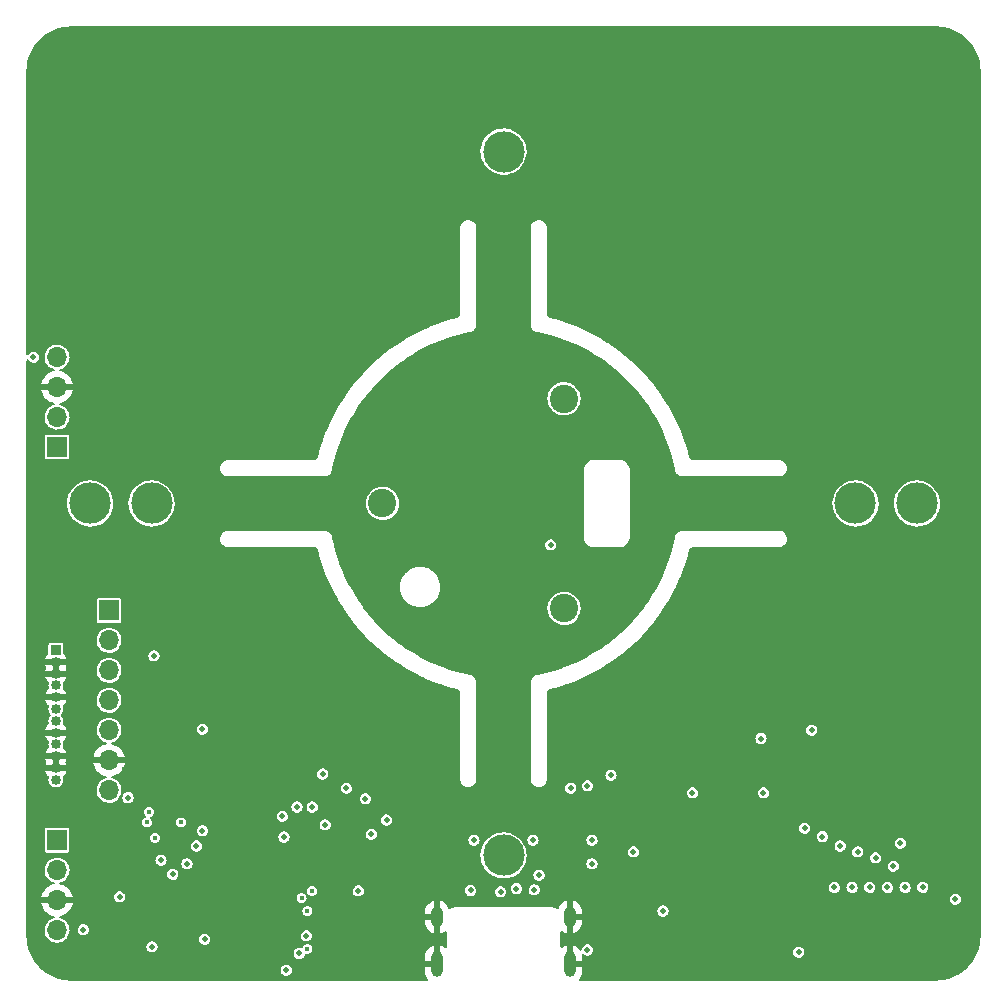
<source format=gbr>
%TF.GenerationSoftware,KiCad,Pcbnew,(6.0.5)*%
%TF.CreationDate,2023-11-22T15:14:02+07:00*%
%TF.ProjectId,view_base,76696577-5f62-4617-9365-2e6b69636164,rev?*%
%TF.SameCoordinates,Original*%
%TF.FileFunction,Copper,L2,Inr*%
%TF.FilePolarity,Positive*%
%FSLAX46Y46*%
G04 Gerber Fmt 4.6, Leading zero omitted, Abs format (unit mm)*
G04 Created by KiCad (PCBNEW (6.0.5)) date 2023-11-22 15:14:02*
%MOMM*%
%LPD*%
G01*
G04 APERTURE LIST*
%TA.AperFunction,ComponentPad*%
%ADD10C,2.400000*%
%TD*%
%TA.AperFunction,ComponentPad*%
%ADD11C,3.500000*%
%TD*%
%TA.AperFunction,ComponentPad*%
%ADD12O,1.000000X2.200000*%
%TD*%
%TA.AperFunction,ComponentPad*%
%ADD13O,1.000000X1.800000*%
%TD*%
%TA.AperFunction,ComponentPad*%
%ADD14C,0.600000*%
%TD*%
%TA.AperFunction,ComponentPad*%
%ADD15R,1.700000X1.700000*%
%TD*%
%TA.AperFunction,ComponentPad*%
%ADD16O,1.700000X1.700000*%
%TD*%
%TA.AperFunction,ComponentPad*%
%ADD17R,0.850000X0.850000*%
%TD*%
%TA.AperFunction,ComponentPad*%
%ADD18O,0.850000X0.850000*%
%TD*%
%TA.AperFunction,ViaPad*%
%ADD19C,0.400000*%
%TD*%
%TA.AperFunction,ViaPad*%
%ADD20C,0.500000*%
%TD*%
G04 APERTURE END LIST*
D10*
%TO.N,unconnected-(H3-Pad1)*%
%TO.C,H3*%
X105125400Y-91122500D03*
%TD*%
%TO.N,unconnected-(H1-Pad1)*%
%TO.C,H1*%
X105125400Y-108877500D03*
%TD*%
%TO.N,unconnected-(H2-Pad1)*%
%TO.C,H2*%
X89749100Y-100000000D03*
%TD*%
D11*
%TO.N,unconnected-(H4-Pad1)*%
%TO.C,H4*%
X100000000Y-129800000D03*
%TD*%
%TO.N,unconnected-(H5-Pad1)*%
%TO.C,H5*%
X70200000Y-100000000D03*
%TD*%
%TO.N,unconnected-(H6-Pad1)*%
%TO.C,H6*%
X100000000Y-70200000D03*
%TD*%
%TO.N,unconnected-(H7-Pad1)*%
%TO.C,H7*%
X129800000Y-100000000D03*
%TD*%
D12*
%TO.N,GND*%
%TO.C,J2*%
X94380000Y-139000000D03*
X105620000Y-139000000D03*
D13*
X105620000Y-135000000D03*
X94380000Y-135000000D03*
%TD*%
D14*
%TO.N,GND*%
%TO.C,U5*%
X127500000Y-122500000D03*
X128500000Y-121500000D03*
X128500000Y-122500000D03*
X127500000Y-121500000D03*
%TD*%
D11*
%TO.N,unconnected-(H8-Pad1)*%
%TO.C,H8*%
X135000000Y-100000000D03*
%TD*%
%TO.N,unconnected-(H9-Pad1)*%
%TO.C,H9*%
X65000000Y-100000000D03*
%TD*%
D15*
%TO.N,/LCD_RST*%
%TO.C,J6*%
X66600000Y-109040000D03*
D16*
%TO.N,/LCD_CSN*%
X66600000Y-111580000D03*
%TO.N,/LCD_DC*%
X66600000Y-114120000D03*
%TO.N,/LCD_MOSI*%
X66600000Y-116660000D03*
%TO.N,/LCD_SCK*%
X66600000Y-119200000D03*
%TO.N,GND*%
X66600000Y-121740000D03*
%TO.N,+3V3*%
X66600000Y-124280000D03*
%TD*%
D15*
%TO.N,/LC_DAT*%
%TO.C,J5*%
X62200000Y-128500000D03*
D16*
%TO.N,/LC_CLK*%
X62200000Y-131040000D03*
%TO.N,GND*%
X62200000Y-133580000D03*
%TO.N,+3V3*%
X62200000Y-136120000D03*
%TD*%
D17*
%TO.N,/LiD_SCL*%
%TO.C,J7*%
X62100000Y-112400000D03*
D18*
%TO.N,GND*%
X62100000Y-113400000D03*
X62100000Y-114400000D03*
%TO.N,/GP1*%
X62100000Y-115400000D03*
%TO.N,GND*%
X62100000Y-116400000D03*
%TO.N,+3V3*%
X62100000Y-117400000D03*
%TO.N,/VSYNC_RST*%
X62100000Y-118400000D03*
%TO.N,GND*%
X62100000Y-119400000D03*
%TO.N,/GP2*%
X62100000Y-120400000D03*
%TO.N,GND*%
X62100000Y-121400000D03*
X62100000Y-122400000D03*
%TO.N,/LiD_SDA*%
X62100000Y-123400000D03*
%TD*%
D15*
%TO.N,/SWCLK*%
%TO.C,J3*%
X62200000Y-95220000D03*
D16*
%TO.N,/SWDIO*%
X62200000Y-92680000D03*
%TO.N,GND*%
X62200000Y-90140000D03*
%TO.N,+3V3*%
X62200000Y-87600000D03*
%TD*%
D19*
%TO.N,GND*%
X94300000Y-97000000D03*
D20*
X137000000Y-139500000D03*
D19*
X65200000Y-139800000D03*
D20*
X120000000Y-124000000D03*
X77800000Y-130800000D03*
X80900000Y-131700000D03*
D19*
X72000000Y-106700000D03*
D20*
X76400000Y-131700000D03*
D19*
X99000000Y-99000000D03*
X60100000Y-123500000D03*
X72000000Y-107900000D03*
D20*
X78800000Y-110100000D03*
D19*
X86200000Y-96700000D03*
X75000000Y-99900000D03*
X81400000Y-99000000D03*
X89900000Y-96700000D03*
X63500000Y-113500000D03*
X86900000Y-99000000D03*
X63600000Y-112200000D03*
D20*
X76100000Y-107700000D03*
D19*
X65000000Y-116500000D03*
X71700000Y-139500000D03*
X66500000Y-135300000D03*
X64100000Y-129500000D03*
D20*
X125300000Y-116400000D03*
D19*
X63900000Y-119000000D03*
D20*
X79800000Y-132500000D03*
X114000000Y-120500000D03*
X137000000Y-129000000D03*
D19*
X67600000Y-129200000D03*
X65000000Y-117100000D03*
D20*
X123900000Y-118800000D03*
X72600000Y-133500000D03*
D19*
X64300000Y-122100000D03*
D20*
X79900000Y-130800000D03*
D19*
X60100000Y-119300000D03*
D20*
X130500000Y-122000000D03*
D19*
X63200000Y-123400000D03*
D20*
X78900000Y-131700000D03*
D19*
X72000000Y-102800000D03*
D20*
X117000000Y-135500000D03*
D19*
X66400000Y-131800000D03*
X71100000Y-103800000D03*
D20*
X133500000Y-115000000D03*
D19*
X65000000Y-113400000D03*
X70600000Y-124200000D03*
X70700000Y-116600000D03*
X65000000Y-117700000D03*
X60100000Y-122200000D03*
D20*
X119500000Y-115000000D03*
D19*
X87600000Y-100900000D03*
X72200000Y-104700000D03*
X63900000Y-116100000D03*
X69500000Y-131900000D03*
D20*
X77400000Y-108900000D03*
D19*
X66500000Y-137200000D03*
D20*
X77300000Y-132600000D03*
D19*
X63800000Y-125400000D03*
X67600000Y-130000000D03*
D20*
X76800000Y-98200000D03*
D19*
X71800000Y-135600000D03*
X66500000Y-126600000D03*
X60100000Y-120700000D03*
X64700000Y-138900000D03*
X65200000Y-127000000D03*
X87500000Y-96700000D03*
X68200000Y-123600000D03*
X72100000Y-110100000D03*
X65000000Y-118900000D03*
X95200000Y-97600000D03*
D20*
X101000000Y-98000000D03*
D19*
X82000000Y-100800000D03*
X72300000Y-138900000D03*
X68800000Y-122500000D03*
X63900000Y-114700000D03*
X74200000Y-102600000D03*
D20*
X100000000Y-103500000D03*
D19*
X67900000Y-122500000D03*
X62600000Y-124400000D03*
X92600000Y-100900000D03*
X63900000Y-117600000D03*
X65000000Y-115300000D03*
D20*
X122101000Y-123000000D03*
X74800000Y-107700000D03*
D19*
X93900000Y-98900000D03*
X88600000Y-96700000D03*
D20*
X129500000Y-127500000D03*
D19*
X68900000Y-120700000D03*
X72100000Y-109000000D03*
D20*
X74800000Y-110100000D03*
X125989000Y-120347000D03*
D19*
X86600000Y-100900000D03*
X91300000Y-96700000D03*
X69700000Y-139500000D03*
X68100000Y-127200000D03*
X66500000Y-132900000D03*
X64600000Y-137100000D03*
X67500000Y-127200000D03*
D20*
X87500000Y-129500000D03*
D19*
X77100000Y-99800000D03*
X64600000Y-130000000D03*
X83800000Y-99000000D03*
D20*
X76100000Y-110100000D03*
D19*
X69600000Y-121300000D03*
X63200000Y-124900000D03*
X94800000Y-100300000D03*
X69500000Y-132700000D03*
X71100000Y-140100000D03*
X95700000Y-100900000D03*
X68800000Y-124000000D03*
X72000000Y-114600000D03*
D20*
X76500000Y-100700000D03*
D19*
X95300000Y-98900000D03*
X65000000Y-114100000D03*
D20*
X78150000Y-133350000D03*
D19*
X64800000Y-126600000D03*
D20*
X115000000Y-139500000D03*
D19*
X61600000Y-126300000D03*
X63900000Y-120500000D03*
X72000000Y-115600000D03*
X65000000Y-119500000D03*
X68400000Y-128400000D03*
X65200000Y-123000000D03*
X63900000Y-116900000D03*
D20*
X78800000Y-107700000D03*
D19*
X64100000Y-131200000D03*
X91600000Y-100900000D03*
D20*
X126500000Y-115000000D03*
X80300000Y-133900000D03*
D19*
X63800000Y-123900000D03*
X69500000Y-133700000D03*
X75900000Y-99000000D03*
D20*
X127200000Y-118900000D03*
D19*
X64500000Y-112900000D03*
X59900000Y-126400000D03*
X65000000Y-114700000D03*
X70600000Y-119400000D03*
D20*
X94000000Y-130000000D03*
D19*
X99000000Y-100600000D03*
X74100000Y-100800000D03*
X60100000Y-117900000D03*
D20*
X77400000Y-110100000D03*
D19*
X80700000Y-100800000D03*
X63600000Y-129000000D03*
X66600000Y-128200000D03*
X69300000Y-124500000D03*
D20*
X137000000Y-124000000D03*
D19*
X79000000Y-98900000D03*
X66500000Y-136300000D03*
X77800000Y-100800000D03*
X72100000Y-112400000D03*
X63900000Y-115400000D03*
D20*
X80000000Y-108900000D03*
D19*
X78900000Y-100800000D03*
X63900000Y-121300000D03*
X60100000Y-116600000D03*
X64000000Y-112600000D03*
X74000000Y-123800000D03*
X66900000Y-127000000D03*
D20*
X130000000Y-139500000D03*
X77400000Y-107700000D03*
D19*
X69500000Y-123100000D03*
X73100000Y-101800000D03*
X64400000Y-124500000D03*
X71900000Y-123400000D03*
D20*
X79325000Y-133875000D03*
D19*
X65800000Y-131200000D03*
X66100000Y-127800000D03*
X72400000Y-129000000D03*
X68600000Y-139500000D03*
X72100000Y-111300000D03*
X77900000Y-99000000D03*
X66500000Y-134000000D03*
X64800000Y-131900000D03*
X72000000Y-120700000D03*
X65000000Y-120200000D03*
X80200000Y-99000000D03*
D20*
X125000000Y-139500000D03*
D19*
X75300000Y-101500000D03*
X99000000Y-99800000D03*
X70600000Y-122100000D03*
D20*
X137000000Y-119000000D03*
D19*
X75000000Y-125500000D03*
D20*
X78800000Y-108900000D03*
X110900000Y-137800000D03*
D19*
X67100000Y-138700000D03*
X60900000Y-125700000D03*
X86400000Y-99700000D03*
X85500000Y-100800000D03*
X65000000Y-115900000D03*
X93600000Y-100400000D03*
X66500000Y-138100000D03*
X87900000Y-99800000D03*
X74000000Y-125500000D03*
X63900000Y-119700000D03*
X92300000Y-99600000D03*
X65200000Y-130600000D03*
D20*
X120000000Y-139500000D03*
D19*
X85000000Y-99700000D03*
X82700000Y-99000000D03*
D20*
X130300000Y-118600000D03*
X80000000Y-107700000D03*
X118000000Y-125500000D03*
D19*
X65600000Y-127400000D03*
D20*
X80000000Y-110100000D03*
D19*
X64600000Y-138100000D03*
X65000000Y-118300000D03*
X63900000Y-118400000D03*
X92600000Y-96600000D03*
X67500000Y-128400000D03*
X83200000Y-100800000D03*
X65200000Y-121400000D03*
X72000000Y-105600000D03*
X71900000Y-117800000D03*
D20*
X74800000Y-108900000D03*
D19*
X84300000Y-100800000D03*
X72800000Y-129400000D03*
X60400000Y-125200000D03*
X79800000Y-100800000D03*
D20*
X76100000Y-108900000D03*
D19*
X71800000Y-125400000D03*
X65000000Y-120800000D03*
X73200000Y-103700000D03*
X64700000Y-122600000D03*
X63900000Y-114000000D03*
D20*
%TO.N,/USB_D+*%
X101100000Y-132600000D03*
X99749000Y-132875000D03*
%TO.N,Net-(J1-Pad3)*%
X126100000Y-119200000D03*
%TO.N,Net-(J1-Pad2)*%
X121800000Y-119900000D03*
%TO.N,Net-(J1-Pad1)*%
X122000000Y-124500000D03*
%TO.N,/MAG_CLK*%
X82700000Y-138100000D03*
D19*
X72700000Y-127000000D03*
D20*
%TO.N,/TMC_UH*%
X109100000Y-123000000D03*
X125500000Y-127500000D03*
X88300000Y-125000000D03*
X128000000Y-132500000D03*
%TO.N,/TMC_VH*%
X86700000Y-124100000D03*
X107100000Y-123900000D03*
X127000000Y-128200000D03*
X129500000Y-132500000D03*
%TO.N,/TMC_WH*%
X105700000Y-124100000D03*
X84700000Y-122900000D03*
X128500000Y-129000000D03*
X131000000Y-132500000D03*
%TO.N,/TMC_UL*%
X130000000Y-129500000D03*
X132500000Y-132500000D03*
%TO.N,/TMC_WL*%
X131500000Y-130000000D03*
X90100000Y-126800000D03*
X134000000Y-132500000D03*
X83300000Y-136600000D03*
D19*
%TO.N,/TMC_VL*%
X83400000Y-134500000D03*
D20*
X88800000Y-128000000D03*
X133000000Y-130700000D03*
X135500000Y-132500000D03*
%TO.N,+5V*%
X102600000Y-132700000D03*
X103007000Y-131459000D03*
X116000000Y-124500000D03*
X113500000Y-134500000D03*
X111000000Y-129500000D03*
X97207900Y-132761000D03*
%TO.N,+3V3*%
X87700000Y-132800000D03*
X74700000Y-136900000D03*
X81598609Y-139513193D03*
X107100000Y-137800000D03*
X74500000Y-127700000D03*
X125000000Y-138000000D03*
X97500000Y-128500000D03*
X102500000Y-128500000D03*
X68200000Y-124900000D03*
X71000000Y-130200000D03*
X138250000Y-133500000D03*
X67500000Y-133300000D03*
X107500000Y-128500000D03*
X107500000Y-130500000D03*
X84900000Y-127200000D03*
X133600000Y-128750000D03*
X64420000Y-136080000D03*
X60200000Y-87620000D03*
X104000000Y-103500000D03*
X70235000Y-137540000D03*
D19*
%TO.N,/LiD_SCL*%
X83800000Y-132800000D03*
D20*
%TO.N,/SWCLK*%
X74000000Y-129000000D03*
D19*
X70000000Y-126100000D03*
%TO.N,/LiD_SDA*%
X70500000Y-128300000D03*
D20*
X73200000Y-130500000D03*
%TO.N,/LCD_CSN*%
X83800000Y-125700000D03*
%TO.N,/LCD_SCK*%
X81418373Y-128235515D03*
%TO.N,/LCD_MOSI*%
X81273056Y-126473056D03*
%TO.N,/SWDIO*%
X70400000Y-112900000D03*
X74500000Y-119100000D03*
%TO.N,/LCD_DC*%
X82523056Y-125700000D03*
%TO.N,/LCD_RST*%
X72000000Y-131400000D03*
D19*
%TO.N,/GP1*%
X82900000Y-133400000D03*
%TO.N,/GP2*%
X83400000Y-137700000D03*
X69800000Y-127000000D03*
%TD*%
%TA.AperFunction,Conductor*%
%TO.N,GND*%
G36*
X136588169Y-59603018D02*
G01*
X136599641Y-59605656D01*
X136610518Y-59603195D01*
X136618820Y-59603209D01*
X136631937Y-59602069D01*
X136795841Y-59610121D01*
X136967561Y-59618557D01*
X136977220Y-59619509D01*
X137336446Y-59672794D01*
X137345964Y-59674688D01*
X137522664Y-59718949D01*
X137698217Y-59762923D01*
X137707514Y-59765743D01*
X138049427Y-59888082D01*
X138058403Y-59891800D01*
X138386678Y-60047062D01*
X138395246Y-60051642D01*
X138706721Y-60238333D01*
X138714787Y-60243722D01*
X139006490Y-60460064D01*
X139013971Y-60466205D01*
X139125313Y-60567119D01*
X139283048Y-60710082D01*
X139289918Y-60716952D01*
X139533795Y-60986029D01*
X139539936Y-60993510D01*
X139756278Y-61285213D01*
X139761667Y-61293279D01*
X139948358Y-61604754D01*
X139952938Y-61613322D01*
X140108200Y-61941597D01*
X140111918Y-61950573D01*
X140234257Y-62292486D01*
X140237077Y-62301783D01*
X140325311Y-62654030D01*
X140327207Y-62663559D01*
X140380491Y-63022776D01*
X140381443Y-63032444D01*
X140397906Y-63367541D01*
X140396859Y-63379339D01*
X140396842Y-63388777D01*
X140394344Y-63399641D01*
X140396804Y-63410513D01*
X140397059Y-63411638D01*
X140399500Y-63433488D01*
X140399500Y-136565982D01*
X140396982Y-136588168D01*
X140394344Y-136599640D01*
X140396805Y-136610517D01*
X140396791Y-136618819D01*
X140397931Y-136631936D01*
X140393008Y-136732138D01*
X140381900Y-136958262D01*
X140381443Y-136967555D01*
X140380491Y-136977219D01*
X140327880Y-137331905D01*
X140327207Y-137336440D01*
X140325312Y-137345963D01*
X140296870Y-137459509D01*
X140237077Y-137698216D01*
X140234257Y-137707513D01*
X140111919Y-138049426D01*
X140108201Y-138058402D01*
X139952938Y-138386677D01*
X139948358Y-138395245D01*
X139923784Y-138436244D01*
X139761666Y-138706723D01*
X139756281Y-138714783D01*
X139682964Y-138813640D01*
X139539948Y-139006475D01*
X139533784Y-139013985D01*
X139289919Y-139283048D01*
X139283049Y-139289918D01*
X139176195Y-139386765D01*
X139036704Y-139513193D01*
X139013986Y-139533783D01*
X139006476Y-139539946D01*
X138714792Y-139756274D01*
X138706723Y-139761666D01*
X138511100Y-139878918D01*
X138395246Y-139948358D01*
X138386678Y-139952938D01*
X138058403Y-140108200D01*
X138049427Y-140111918D01*
X137707514Y-140234257D01*
X137698217Y-140237077D01*
X137522664Y-140281051D01*
X137345964Y-140325312D01*
X137336446Y-140327206D01*
X136977220Y-140380491D01*
X136967561Y-140381443D01*
X136632457Y-140397906D01*
X136620662Y-140396859D01*
X136611227Y-140396842D01*
X136600359Y-140394343D01*
X136588359Y-140397058D01*
X136566512Y-140399499D01*
X136366972Y-140399499D01*
X106477353Y-140399500D01*
X106419162Y-140380593D01*
X106383198Y-140331093D01*
X106383198Y-140269907D01*
X106401514Y-140236864D01*
X106452629Y-140175948D01*
X106458070Y-140168000D01*
X106548637Y-140003261D01*
X106552436Y-139994398D01*
X106609279Y-139815204D01*
X106611283Y-139805776D01*
X106627691Y-139659495D01*
X106628000Y-139653966D01*
X106628000Y-139269680D01*
X106623878Y-139256995D01*
X106619757Y-139254000D01*
X105465000Y-139254000D01*
X105406809Y-139235093D01*
X105370845Y-139185593D01*
X105366000Y-139155000D01*
X105366000Y-138730320D01*
X105874000Y-138730320D01*
X105878122Y-138743005D01*
X105882243Y-138746000D01*
X106612320Y-138746000D01*
X106625005Y-138741878D01*
X106628000Y-138737757D01*
X106628000Y-138352676D01*
X106627765Y-138347861D01*
X106616669Y-138234698D01*
X106629808Y-138174940D01*
X106675562Y-138134317D01*
X106736456Y-138128346D01*
X106780071Y-138150664D01*
X106783172Y-138154353D01*
X106895362Y-138229033D01*
X106902092Y-138231136D01*
X106902093Y-138231136D01*
X106918443Y-138236244D01*
X107024002Y-138269223D01*
X107091377Y-138270458D01*
X107151699Y-138271564D01*
X107151701Y-138271564D01*
X107158752Y-138271693D01*
X107165555Y-138269838D01*
X107165557Y-138269838D01*
X107237763Y-138250152D01*
X107288779Y-138236244D01*
X107403631Y-138165725D01*
X107413925Y-138154353D01*
X107489338Y-138071037D01*
X107494073Y-138065806D01*
X107528769Y-137994193D01*
X124524697Y-137994193D01*
X124525612Y-138001190D01*
X124525612Y-138001191D01*
X124526975Y-138011614D01*
X124542172Y-138127828D01*
X124545010Y-138134279D01*
X124545011Y-138134281D01*
X124593611Y-138244734D01*
X124593613Y-138244737D01*
X124596451Y-138251187D01*
X124683172Y-138354353D01*
X124689043Y-138358261D01*
X124689044Y-138358262D01*
X124705802Y-138369417D01*
X124795362Y-138429033D01*
X124924002Y-138469223D01*
X124991377Y-138470458D01*
X125051699Y-138471564D01*
X125051701Y-138471564D01*
X125058752Y-138471693D01*
X125065555Y-138469838D01*
X125065557Y-138469838D01*
X125142155Y-138448955D01*
X125188779Y-138436244D01*
X125303631Y-138365725D01*
X125313925Y-138354353D01*
X125389338Y-138271037D01*
X125394073Y-138265806D01*
X125452836Y-138144518D01*
X125458372Y-138111614D01*
X125474562Y-138015384D01*
X125474562Y-138015381D01*
X125475196Y-138011614D01*
X125475338Y-138000000D01*
X125456232Y-137866588D01*
X125400450Y-137743902D01*
X125312475Y-137641803D01*
X125199382Y-137568499D01*
X125192627Y-137566479D01*
X125192623Y-137566477D01*
X125077020Y-137531905D01*
X125070259Y-137529883D01*
X124988454Y-137529383D01*
X124942540Y-137529103D01*
X124935489Y-137529060D01*
X124928712Y-137530997D01*
X124928711Y-137530997D01*
X124812685Y-137564157D01*
X124812683Y-137564158D01*
X124805905Y-137566095D01*
X124799941Y-137569858D01*
X124778333Y-137583492D01*
X124691924Y-137638012D01*
X124602709Y-137739029D01*
X124545432Y-137861025D01*
X124524697Y-137994193D01*
X107528769Y-137994193D01*
X107552836Y-137944518D01*
X107555644Y-137927828D01*
X107574562Y-137815384D01*
X107574562Y-137815381D01*
X107575196Y-137811614D01*
X107575338Y-137800000D01*
X107556232Y-137666588D01*
X107513379Y-137572337D01*
X107503370Y-137550324D01*
X107500450Y-137543902D01*
X107412475Y-137441803D01*
X107299382Y-137368499D01*
X107292627Y-137366479D01*
X107292623Y-137366477D01*
X107182359Y-137333502D01*
X107170259Y-137329883D01*
X107088454Y-137329383D01*
X107042540Y-137329103D01*
X107035489Y-137329060D01*
X107028712Y-137330997D01*
X107028711Y-137330997D01*
X106912685Y-137364157D01*
X106912683Y-137364158D01*
X106905905Y-137366095D01*
X106791924Y-137438012D01*
X106702709Y-137539029D01*
X106645432Y-137661025D01*
X106633287Y-137739029D01*
X106627128Y-137778582D01*
X106599494Y-137833171D01*
X106545050Y-137861091D01*
X106484593Y-137851678D01*
X106452588Y-137825922D01*
X106341768Y-137690044D01*
X106334979Y-137683207D01*
X106190121Y-137563370D01*
X106182138Y-137557986D01*
X106016760Y-137468566D01*
X106007889Y-137464837D01*
X105888977Y-137428028D01*
X105877339Y-137428191D01*
X105874000Y-137438717D01*
X105874000Y-138730320D01*
X105366000Y-138730320D01*
X105366000Y-137439641D01*
X105362327Y-137428337D01*
X105351638Y-137428188D01*
X105245217Y-137459509D01*
X105236276Y-137463122D01*
X105069677Y-137550218D01*
X105061611Y-137555496D01*
X104981533Y-137619879D01*
X104924336Y-137641606D01*
X104865291Y-137625563D01*
X104826952Y-137577879D01*
X104820500Y-137542724D01*
X104820500Y-136257257D01*
X104839407Y-136199066D01*
X104888907Y-136163102D01*
X104950093Y-136163102D01*
X104982605Y-136180976D01*
X105049879Y-136236630D01*
X105057862Y-136242014D01*
X105223240Y-136331434D01*
X105232111Y-136335163D01*
X105351023Y-136371972D01*
X105362661Y-136371809D01*
X105366000Y-136361283D01*
X105366000Y-136360359D01*
X105874000Y-136360359D01*
X105877673Y-136371663D01*
X105888362Y-136371812D01*
X105994783Y-136340491D01*
X106003724Y-136336878D01*
X106170323Y-136249782D01*
X106178384Y-136244508D01*
X106324906Y-136126701D01*
X106331780Y-136119970D01*
X106452629Y-135975948D01*
X106458070Y-135968000D01*
X106548637Y-135803261D01*
X106552436Y-135794398D01*
X106609279Y-135615204D01*
X106611283Y-135605776D01*
X106627691Y-135459495D01*
X106628000Y-135453966D01*
X106628000Y-135269680D01*
X106623878Y-135256995D01*
X106619757Y-135254000D01*
X105889680Y-135254000D01*
X105876995Y-135258122D01*
X105874000Y-135262243D01*
X105874000Y-136360359D01*
X105366000Y-136360359D01*
X105366000Y-134730320D01*
X105874000Y-134730320D01*
X105878122Y-134743005D01*
X105882243Y-134746000D01*
X106612320Y-134746000D01*
X106625005Y-134741878D01*
X106628000Y-134737757D01*
X106628000Y-134552676D01*
X106627765Y-134547861D01*
X106622503Y-134494193D01*
X113024697Y-134494193D01*
X113042172Y-134627828D01*
X113045010Y-134634279D01*
X113045011Y-134634281D01*
X113093611Y-134744734D01*
X113093613Y-134744737D01*
X113096451Y-134751187D01*
X113183172Y-134854353D01*
X113189043Y-134858261D01*
X113189044Y-134858262D01*
X113235758Y-134889357D01*
X113295362Y-134929033D01*
X113424002Y-134969223D01*
X113491377Y-134970458D01*
X113551699Y-134971564D01*
X113551701Y-134971564D01*
X113558752Y-134971693D01*
X113565555Y-134969838D01*
X113565557Y-134969838D01*
X113672500Y-134940682D01*
X113688779Y-134936244D01*
X113803631Y-134865725D01*
X113813925Y-134854353D01*
X113889338Y-134771037D01*
X113894073Y-134765806D01*
X113952836Y-134644518D01*
X113968288Y-134552676D01*
X113974562Y-134515384D01*
X113974562Y-134515381D01*
X113975196Y-134511614D01*
X113975338Y-134500000D01*
X113956232Y-134366588D01*
X113919190Y-134285119D01*
X113903370Y-134250324D01*
X113900450Y-134243902D01*
X113812475Y-134141803D01*
X113699382Y-134068499D01*
X113692627Y-134066479D01*
X113692623Y-134066477D01*
X113577020Y-134031905D01*
X113570259Y-134029883D01*
X113488454Y-134029383D01*
X113442540Y-134029103D01*
X113435489Y-134029060D01*
X113428712Y-134030997D01*
X113428711Y-134030997D01*
X113312685Y-134064157D01*
X113312683Y-134064158D01*
X113305905Y-134066095D01*
X113299941Y-134069858D01*
X113287443Y-134077744D01*
X113191924Y-134138012D01*
X113102709Y-134239029D01*
X113045432Y-134361025D01*
X113024697Y-134494193D01*
X106622503Y-134494193D01*
X106614059Y-134408081D01*
X106612188Y-134398630D01*
X106557851Y-134218659D01*
X106554176Y-134209743D01*
X106465921Y-134043759D01*
X106460585Y-134035728D01*
X106341768Y-133890044D01*
X106334979Y-133883207D01*
X106190121Y-133763370D01*
X106182138Y-133757986D01*
X106016760Y-133668566D01*
X106007889Y-133664837D01*
X105888977Y-133628028D01*
X105877339Y-133628191D01*
X105874000Y-133638717D01*
X105874000Y-134730320D01*
X105366000Y-134730320D01*
X105366000Y-133639641D01*
X105362327Y-133628337D01*
X105351638Y-133628188D01*
X105245217Y-133659509D01*
X105236276Y-133663122D01*
X105069677Y-133750218D01*
X105061616Y-133755492D01*
X104915094Y-133873299D01*
X104908220Y-133880030D01*
X104787371Y-134024052D01*
X104781930Y-134032000D01*
X104691363Y-134196739D01*
X104687564Y-134205602D01*
X104667813Y-134267866D01*
X104632195Y-134317616D01*
X104574138Y-134336929D01*
X104518443Y-134320245D01*
X104514822Y-134317826D01*
X104511060Y-134314738D01*
X104423370Y-134267866D01*
X104393661Y-134251986D01*
X104393659Y-134251985D01*
X104389367Y-134249691D01*
X104352670Y-134238559D01*
X104261977Y-134211048D01*
X104261976Y-134211048D01*
X104257322Y-134209636D01*
X104252483Y-134209159D01*
X104252481Y-134209159D01*
X104140896Y-134198169D01*
X104128248Y-134196090D01*
X104126184Y-134195612D01*
X104126183Y-134195612D01*
X104120718Y-134194345D01*
X104120000Y-134194344D01*
X104114548Y-134195588D01*
X104114545Y-134195588D01*
X104108266Y-134197020D01*
X104086248Y-134199500D01*
X95914281Y-134199500D01*
X95891926Y-134196943D01*
X95891046Y-134196739D01*
X95880718Y-134194345D01*
X95880000Y-134194344D01*
X95872458Y-134196065D01*
X95860144Y-134198067D01*
X95747520Y-134209159D01*
X95747519Y-134209159D01*
X95742678Y-134209636D01*
X95738024Y-134211048D01*
X95738023Y-134211048D01*
X95647331Y-134238559D01*
X95610633Y-134249691D01*
X95606341Y-134251985D01*
X95606339Y-134251986D01*
X95498070Y-134309858D01*
X95488940Y-134314738D01*
X95485178Y-134317825D01*
X95482000Y-134319949D01*
X95423112Y-134336560D01*
X95365708Y-134315385D01*
X95332221Y-134266251D01*
X95317855Y-134218668D01*
X95314176Y-134209743D01*
X95225921Y-134043759D01*
X95220585Y-134035728D01*
X95101768Y-133890044D01*
X95094979Y-133883207D01*
X94950121Y-133763370D01*
X94942138Y-133757986D01*
X94776760Y-133668566D01*
X94767889Y-133664837D01*
X94648977Y-133628028D01*
X94637339Y-133628191D01*
X94634000Y-133638717D01*
X94634000Y-136360359D01*
X94637673Y-136371663D01*
X94648362Y-136371812D01*
X94754783Y-136340491D01*
X94763724Y-136336878D01*
X94930323Y-136249782D01*
X94938389Y-136244504D01*
X95018467Y-136180121D01*
X95075664Y-136158394D01*
X95134709Y-136174437D01*
X95173048Y-136222121D01*
X95179500Y-136257276D01*
X95179500Y-137542743D01*
X95160593Y-137600934D01*
X95111093Y-137636898D01*
X95049907Y-137636898D01*
X95017395Y-137619024D01*
X94950121Y-137563370D01*
X94942138Y-137557986D01*
X94776760Y-137468566D01*
X94767889Y-137464837D01*
X94648977Y-137428028D01*
X94637339Y-137428191D01*
X94634000Y-137438717D01*
X94634000Y-139155000D01*
X94615093Y-139213191D01*
X94565593Y-139249155D01*
X94535000Y-139254000D01*
X93387680Y-139254000D01*
X93374995Y-139258122D01*
X93372000Y-139262243D01*
X93372000Y-139647324D01*
X93372235Y-139652139D01*
X93385941Y-139791919D01*
X93387812Y-139801370D01*
X93442149Y-139981341D01*
X93445824Y-139990257D01*
X93534079Y-140156241D01*
X93539415Y-140164272D01*
X93599488Y-140237929D01*
X93621615Y-140294974D01*
X93605985Y-140354129D01*
X93558570Y-140392800D01*
X93522769Y-140399500D01*
X63636706Y-140399499D01*
X63434018Y-140399499D01*
X63411832Y-140396981D01*
X63411802Y-140396974D01*
X63400360Y-140394343D01*
X63389483Y-140396804D01*
X63381181Y-140396790D01*
X63368064Y-140397930D01*
X63204160Y-140389878D01*
X63032440Y-140381442D01*
X63022781Y-140380490D01*
X62663555Y-140327205D01*
X62654037Y-140325311D01*
X62477337Y-140281050D01*
X62301784Y-140237076D01*
X62292487Y-140234256D01*
X61950574Y-140111918D01*
X61941598Y-140108200D01*
X61613323Y-139952937D01*
X61604755Y-139948357D01*
X61476451Y-139871455D01*
X61293278Y-139761665D01*
X61285218Y-139756280D01*
X60993524Y-139539946D01*
X60986015Y-139533783D01*
X60963298Y-139513193D01*
X60956891Y-139507386D01*
X81123306Y-139507386D01*
X81140781Y-139641021D01*
X81143619Y-139647472D01*
X81143620Y-139647474D01*
X81192220Y-139757927D01*
X81192222Y-139757930D01*
X81195060Y-139764380D01*
X81281781Y-139867546D01*
X81393971Y-139942226D01*
X81522611Y-139982416D01*
X81589986Y-139983651D01*
X81650308Y-139984757D01*
X81650310Y-139984757D01*
X81657361Y-139984886D01*
X81664164Y-139983031D01*
X81664166Y-139983031D01*
X81774550Y-139952937D01*
X81787388Y-139949437D01*
X81902240Y-139878918D01*
X81912534Y-139867546D01*
X81987947Y-139784230D01*
X81992682Y-139778999D01*
X82051445Y-139657711D01*
X82073805Y-139524807D01*
X82073947Y-139513193D01*
X82054841Y-139379781D01*
X81999059Y-139257095D01*
X81911084Y-139154996D01*
X81797991Y-139081692D01*
X81791236Y-139079672D01*
X81791232Y-139079670D01*
X81675629Y-139045098D01*
X81668868Y-139043076D01*
X81587063Y-139042576D01*
X81541149Y-139042296D01*
X81534098Y-139042253D01*
X81527321Y-139044190D01*
X81527320Y-139044190D01*
X81411294Y-139077350D01*
X81411292Y-139077351D01*
X81404514Y-139079288D01*
X81290533Y-139151205D01*
X81201318Y-139252222D01*
X81144041Y-139374218D01*
X81123306Y-139507386D01*
X60956891Y-139507386D01*
X60823806Y-139386765D01*
X60716952Y-139289918D01*
X60710082Y-139283048D01*
X60466217Y-139013985D01*
X60460053Y-139006475D01*
X60255244Y-138730320D01*
X93372000Y-138730320D01*
X93376122Y-138743005D01*
X93380243Y-138746000D01*
X94110320Y-138746000D01*
X94123005Y-138741878D01*
X94126000Y-138737757D01*
X94126000Y-137439641D01*
X94122327Y-137428337D01*
X94111638Y-137428188D01*
X94005217Y-137459509D01*
X93996276Y-137463122D01*
X93829677Y-137550218D01*
X93821616Y-137555492D01*
X93675094Y-137673299D01*
X93668220Y-137680030D01*
X93547371Y-137824052D01*
X93541930Y-137832000D01*
X93451363Y-137996739D01*
X93447564Y-138005602D01*
X93390721Y-138184796D01*
X93388717Y-138194224D01*
X93372309Y-138340505D01*
X93372000Y-138346034D01*
X93372000Y-138730320D01*
X60255244Y-138730320D01*
X60243720Y-138714782D01*
X60238330Y-138706714D01*
X60051643Y-138395245D01*
X60047063Y-138386677D01*
X59908728Y-138094193D01*
X82224697Y-138094193D01*
X82242172Y-138227828D01*
X82245010Y-138234279D01*
X82245011Y-138234281D01*
X82293611Y-138344734D01*
X82293613Y-138344737D01*
X82296451Y-138351187D01*
X82383172Y-138454353D01*
X82389043Y-138458261D01*
X82389044Y-138458262D01*
X82409221Y-138471693D01*
X82495362Y-138529033D01*
X82624002Y-138569223D01*
X82691377Y-138570458D01*
X82751699Y-138571564D01*
X82751701Y-138571564D01*
X82758752Y-138571693D01*
X82765555Y-138569838D01*
X82765557Y-138569838D01*
X82837763Y-138550152D01*
X82888779Y-138536244D01*
X83003631Y-138465725D01*
X83013925Y-138454353D01*
X83071204Y-138391071D01*
X83094073Y-138365806D01*
X83152836Y-138244518D01*
X83162447Y-138187389D01*
X83190746Y-138133142D01*
X83245527Y-138105889D01*
X83275560Y-138106033D01*
X83400000Y-138125742D01*
X83407697Y-138124523D01*
X83523867Y-138106124D01*
X83523869Y-138106124D01*
X83531562Y-138104905D01*
X83541189Y-138100000D01*
X83643306Y-138047969D01*
X83643308Y-138047968D01*
X83650245Y-138044433D01*
X83744433Y-137950245D01*
X83750895Y-137937564D01*
X83801369Y-137838502D01*
X83801369Y-137838501D01*
X83804905Y-137831562D01*
X83807468Y-137815384D01*
X83824523Y-137707697D01*
X83825742Y-137700000D01*
X83816525Y-137641803D01*
X83806124Y-137576133D01*
X83806124Y-137576131D01*
X83804905Y-137568438D01*
X83801369Y-137561498D01*
X83747969Y-137456694D01*
X83747968Y-137456692D01*
X83744433Y-137449755D01*
X83650245Y-137355567D01*
X83643308Y-137352032D01*
X83643306Y-137352031D01*
X83538502Y-137298631D01*
X83538501Y-137298631D01*
X83531562Y-137295095D01*
X83523869Y-137293876D01*
X83523867Y-137293876D01*
X83407697Y-137275477D01*
X83400000Y-137274258D01*
X83392303Y-137275477D01*
X83276133Y-137293876D01*
X83276131Y-137293876D01*
X83268438Y-137295095D01*
X83261499Y-137298631D01*
X83261498Y-137298631D01*
X83156694Y-137352031D01*
X83156692Y-137352032D01*
X83149755Y-137355567D01*
X83055567Y-137449755D01*
X83052032Y-137456692D01*
X83052031Y-137456694D01*
X82998631Y-137561498D01*
X82995095Y-137568438D01*
X82993600Y-137577879D01*
X82993341Y-137579513D01*
X82991787Y-137582562D01*
X82991469Y-137583542D01*
X82991314Y-137583492D01*
X82965562Y-137634029D01*
X82911045Y-137661805D01*
X82867195Y-137658873D01*
X82770259Y-137629883D01*
X82688454Y-137629383D01*
X82642540Y-137629103D01*
X82635489Y-137629060D01*
X82628712Y-137630997D01*
X82628711Y-137630997D01*
X82512685Y-137664157D01*
X82512683Y-137664158D01*
X82505905Y-137666095D01*
X82391924Y-137738012D01*
X82302709Y-137839029D01*
X82245432Y-137961025D01*
X82224697Y-138094193D01*
X59908728Y-138094193D01*
X59891800Y-138058402D01*
X59888082Y-138049426D01*
X59765744Y-137707513D01*
X59762924Y-137698216D01*
X59721838Y-137534193D01*
X69759697Y-137534193D01*
X69760612Y-137541190D01*
X69760612Y-137541191D01*
X69761806Y-137550324D01*
X69777172Y-137667828D01*
X69780010Y-137674279D01*
X69780011Y-137674281D01*
X69828611Y-137784734D01*
X69828613Y-137784737D01*
X69831451Y-137791187D01*
X69918172Y-137894353D01*
X70030362Y-137969033D01*
X70159002Y-138009223D01*
X70226377Y-138010458D01*
X70286699Y-138011564D01*
X70286701Y-138011564D01*
X70293752Y-138011693D01*
X70300555Y-138009838D01*
X70300557Y-138009838D01*
X70383523Y-137987219D01*
X70423779Y-137976244D01*
X70538631Y-137905725D01*
X70548925Y-137894353D01*
X70610865Y-137825922D01*
X70629073Y-137805806D01*
X70687836Y-137684518D01*
X70694771Y-137643297D01*
X70709562Y-137555384D01*
X70709562Y-137555381D01*
X70710196Y-137551614D01*
X70710338Y-137540000D01*
X70691232Y-137406588D01*
X70659338Y-137336440D01*
X70638370Y-137290324D01*
X70635450Y-137283902D01*
X70547475Y-137181803D01*
X70434382Y-137108499D01*
X70427627Y-137106479D01*
X70427623Y-137106477D01*
X70312020Y-137071905D01*
X70305259Y-137069883D01*
X70223454Y-137069383D01*
X70177540Y-137069103D01*
X70170489Y-137069060D01*
X70163712Y-137070997D01*
X70163711Y-137070997D01*
X70047685Y-137104157D01*
X70047683Y-137104158D01*
X70040905Y-137106095D01*
X69926924Y-137178012D01*
X69837709Y-137279029D01*
X69780432Y-137401025D01*
X69759697Y-137534193D01*
X59721838Y-137534193D01*
X59703131Y-137459509D01*
X59674689Y-137345963D01*
X59672794Y-137336440D01*
X59672122Y-137331905D01*
X59619510Y-136977219D01*
X59618558Y-136967555D01*
X59618211Y-136960494D01*
X59602095Y-136632455D01*
X59603142Y-136620660D01*
X59603159Y-136611222D01*
X59605657Y-136600358D01*
X59602942Y-136588358D01*
X59600501Y-136566511D01*
X59600501Y-133847014D01*
X60868043Y-133847014D01*
X60898807Y-133983524D01*
X60901231Y-133991258D01*
X60982183Y-134190620D01*
X60985840Y-134197860D01*
X61098266Y-134381322D01*
X61103056Y-134387867D01*
X61243935Y-134550502D01*
X61249729Y-134556176D01*
X61415292Y-134693629D01*
X61421921Y-134698270D01*
X61607713Y-134806838D01*
X61615008Y-134810334D01*
X61816038Y-134887099D01*
X61823808Y-134889357D01*
X61927991Y-134910553D01*
X61981244Y-134940682D01*
X62006618Y-134996359D01*
X61994419Y-135056316D01*
X61949309Y-135097652D01*
X61936206Y-135102538D01*
X61804572Y-135141280D01*
X61800288Y-135143519D01*
X61800287Y-135143520D01*
X61789428Y-135149197D01*
X61622002Y-135236726D01*
X61618231Y-135239758D01*
X61465220Y-135362781D01*
X61465217Y-135362783D01*
X61461447Y-135365815D01*
X61458333Y-135369526D01*
X61458332Y-135369527D01*
X61393053Y-135447324D01*
X61329024Y-135523630D01*
X61326689Y-135527878D01*
X61326688Y-135527879D01*
X61319955Y-135540126D01*
X61229776Y-135704162D01*
X61228313Y-135708775D01*
X61228311Y-135708779D01*
X61198340Y-135803261D01*
X61167484Y-135900532D01*
X61166944Y-135905344D01*
X61166944Y-135905345D01*
X61147354Y-136080000D01*
X61144520Y-136105262D01*
X61149830Y-136168499D01*
X61157284Y-136257257D01*
X61161759Y-136310553D01*
X61163092Y-136315201D01*
X61163092Y-136315202D01*
X61208150Y-136472337D01*
X61218544Y-136508586D01*
X61312712Y-136691818D01*
X61440677Y-136853270D01*
X61444357Y-136856402D01*
X61444359Y-136856404D01*
X61496984Y-136901191D01*
X61597564Y-136986791D01*
X61601787Y-136989151D01*
X61601791Y-136989154D01*
X61688411Y-137037564D01*
X61777398Y-137087297D01*
X61781996Y-137088791D01*
X61968724Y-137149463D01*
X61968726Y-137149464D01*
X61973329Y-137150959D01*
X62177894Y-137175351D01*
X62182716Y-137174980D01*
X62182719Y-137174980D01*
X62250541Y-137169761D01*
X62383300Y-137159546D01*
X62581725Y-137104145D01*
X62586038Y-137101966D01*
X62586044Y-137101964D01*
X62761289Y-137013441D01*
X62761291Y-137013440D01*
X62765610Y-137011258D01*
X62815327Y-136972415D01*
X62915448Y-136894193D01*
X74224697Y-136894193D01*
X74242172Y-137027828D01*
X74245010Y-137034279D01*
X74245011Y-137034281D01*
X74293611Y-137144734D01*
X74293613Y-137144737D01*
X74296451Y-137151187D01*
X74383172Y-137254353D01*
X74495362Y-137329033D01*
X74502092Y-137331136D01*
X74502093Y-137331136D01*
X74506635Y-137332555D01*
X74624002Y-137369223D01*
X74691377Y-137370458D01*
X74751699Y-137371564D01*
X74751701Y-137371564D01*
X74758752Y-137371693D01*
X74765555Y-137369838D01*
X74765557Y-137369838D01*
X74837763Y-137350152D01*
X74888779Y-137336244D01*
X75003631Y-137265725D01*
X75013925Y-137254353D01*
X75089338Y-137171037D01*
X75094073Y-137165806D01*
X75152836Y-137044518D01*
X75156820Y-137020837D01*
X75174562Y-136915384D01*
X75174562Y-136915381D01*
X75175196Y-136911614D01*
X75175338Y-136900000D01*
X75156232Y-136766588D01*
X75100450Y-136643902D01*
X75057618Y-136594193D01*
X82824697Y-136594193D01*
X82825612Y-136601190D01*
X82825612Y-136601191D01*
X82829701Y-136632458D01*
X82842172Y-136727828D01*
X82845010Y-136734279D01*
X82845011Y-136734281D01*
X82893611Y-136844734D01*
X82893613Y-136844737D01*
X82896451Y-136851187D01*
X82983172Y-136954353D01*
X83095362Y-137029033D01*
X83224002Y-137069223D01*
X83291377Y-137070458D01*
X83351699Y-137071564D01*
X83351701Y-137071564D01*
X83358752Y-137071693D01*
X83365555Y-137069838D01*
X83365557Y-137069838D01*
X83458430Y-137044518D01*
X83488779Y-137036244D01*
X83603631Y-136965725D01*
X83613925Y-136954353D01*
X83689338Y-136871037D01*
X83694073Y-136865806D01*
X83752836Y-136744518D01*
X83761702Y-136691818D01*
X83774562Y-136615384D01*
X83774562Y-136615381D01*
X83775196Y-136611614D01*
X83775338Y-136600000D01*
X83756232Y-136466588D01*
X83700450Y-136343902D01*
X83612475Y-136241803D01*
X83499382Y-136168499D01*
X83492627Y-136166479D01*
X83492623Y-136166477D01*
X83377020Y-136131905D01*
X83370259Y-136129883D01*
X83288454Y-136129383D01*
X83242540Y-136129103D01*
X83235489Y-136129060D01*
X83228712Y-136130997D01*
X83228711Y-136130997D01*
X83112685Y-136164157D01*
X83112683Y-136164158D01*
X83105905Y-136166095D01*
X82991924Y-136238012D01*
X82902709Y-136339029D01*
X82845432Y-136461025D01*
X82824697Y-136594193D01*
X75057618Y-136594193D01*
X75012475Y-136541803D01*
X74899382Y-136468499D01*
X74892627Y-136466479D01*
X74892623Y-136466477D01*
X74777020Y-136431905D01*
X74770259Y-136429883D01*
X74688454Y-136429383D01*
X74642540Y-136429103D01*
X74635489Y-136429060D01*
X74628712Y-136430997D01*
X74628711Y-136430997D01*
X74512685Y-136464157D01*
X74512683Y-136464158D01*
X74505905Y-136466095D01*
X74391924Y-136538012D01*
X74302709Y-136639029D01*
X74245432Y-136761025D01*
X74224697Y-136894193D01*
X62915448Y-136894193D01*
X62924135Y-136887406D01*
X62924139Y-136887402D01*
X62927951Y-136884424D01*
X62939507Y-136871037D01*
X63034465Y-136761025D01*
X63062564Y-136728472D01*
X63064957Y-136724260D01*
X63161934Y-136553550D01*
X63161935Y-136553547D01*
X63164323Y-136549344D01*
X63169345Y-136534249D01*
X63227824Y-136358454D01*
X63227824Y-136358452D01*
X63229351Y-136353863D01*
X63230610Y-136343902D01*
X63254823Y-136152228D01*
X63255171Y-136149474D01*
X63255583Y-136120000D01*
X63253667Y-136100454D01*
X63251092Y-136074193D01*
X63944697Y-136074193D01*
X63962172Y-136207828D01*
X63965010Y-136214279D01*
X63965011Y-136214281D01*
X64013611Y-136324734D01*
X64013613Y-136324737D01*
X64016451Y-136331187D01*
X64103172Y-136434353D01*
X64109043Y-136438261D01*
X64109044Y-136438262D01*
X64141950Y-136460166D01*
X64215362Y-136509033D01*
X64222092Y-136511136D01*
X64222093Y-136511136D01*
X64238443Y-136516244D01*
X64344002Y-136549223D01*
X64411377Y-136550458D01*
X64471699Y-136551564D01*
X64471701Y-136551564D01*
X64478752Y-136551693D01*
X64485555Y-136549838D01*
X64485557Y-136549838D01*
X64557763Y-136530152D01*
X64608779Y-136516244D01*
X64723631Y-136445725D01*
X64733925Y-136434353D01*
X64809338Y-136351037D01*
X64814073Y-136345806D01*
X64872836Y-136224518D01*
X64880162Y-136180976D01*
X64894562Y-136095384D01*
X64894562Y-136095381D01*
X64895196Y-136091614D01*
X64895338Y-136080000D01*
X64876232Y-135946588D01*
X64820450Y-135823902D01*
X64732475Y-135721803D01*
X64619382Y-135648499D01*
X64612627Y-135646479D01*
X64612623Y-135646477D01*
X64497020Y-135611905D01*
X64490259Y-135609883D01*
X64408454Y-135609383D01*
X64362540Y-135609103D01*
X64355489Y-135609060D01*
X64348712Y-135610997D01*
X64348711Y-135610997D01*
X64232685Y-135644157D01*
X64232683Y-135644158D01*
X64225905Y-135646095D01*
X64111924Y-135718012D01*
X64022709Y-135819029D01*
X63965432Y-135941025D01*
X63944697Y-136074193D01*
X63251092Y-136074193D01*
X63235952Y-135919780D01*
X63235951Y-135919776D01*
X63235480Y-135914970D01*
X63206514Y-135819029D01*
X63177333Y-135722380D01*
X63175935Y-135717749D01*
X63079218Y-135535849D01*
X63007019Y-135447324D01*
X93372000Y-135447324D01*
X93372235Y-135452139D01*
X93385941Y-135591919D01*
X93387812Y-135601370D01*
X93442149Y-135781341D01*
X93445824Y-135790257D01*
X93534079Y-135956241D01*
X93539415Y-135964272D01*
X93658232Y-136109956D01*
X93665021Y-136116793D01*
X93809879Y-136236630D01*
X93817862Y-136242014D01*
X93983240Y-136331434D01*
X93992111Y-136335163D01*
X94111023Y-136371972D01*
X94122661Y-136371809D01*
X94126000Y-136361283D01*
X94126000Y-135269680D01*
X94121878Y-135256995D01*
X94117757Y-135254000D01*
X93387680Y-135254000D01*
X93374995Y-135258122D01*
X93372000Y-135262243D01*
X93372000Y-135447324D01*
X63007019Y-135447324D01*
X62949011Y-135376200D01*
X62811261Y-135262243D01*
X62794002Y-135247965D01*
X62794000Y-135247964D01*
X62790275Y-135244882D01*
X62609055Y-135146897D01*
X62555038Y-135130176D01*
X62472061Y-135104490D01*
X62422063Y-135069220D01*
X62402346Y-135011299D01*
X62420439Y-134952850D01*
X62469432Y-134916199D01*
X62480752Y-134913081D01*
X62487202Y-134911710D01*
X62693304Y-134849876D01*
X62700852Y-134846918D01*
X62894087Y-134752253D01*
X62901046Y-134748104D01*
X63076231Y-134623148D01*
X63082412Y-134617924D01*
X63200747Y-134500000D01*
X82974258Y-134500000D01*
X82975477Y-134507697D01*
X82982257Y-134550502D01*
X82995095Y-134631562D01*
X82998631Y-134638501D01*
X82998631Y-134638502D01*
X83051304Y-134741878D01*
X83055567Y-134750245D01*
X83149755Y-134844433D01*
X83156692Y-134847968D01*
X83156694Y-134847969D01*
X83261498Y-134901369D01*
X83268438Y-134904905D01*
X83276131Y-134906124D01*
X83276133Y-134906124D01*
X83392303Y-134924523D01*
X83400000Y-134925742D01*
X83407697Y-134924523D01*
X83523867Y-134906124D01*
X83523869Y-134906124D01*
X83531562Y-134904905D01*
X83538502Y-134901369D01*
X83643306Y-134847969D01*
X83643308Y-134847968D01*
X83650245Y-134844433D01*
X83744433Y-134750245D01*
X83748697Y-134741878D01*
X83754586Y-134730320D01*
X93372000Y-134730320D01*
X93376122Y-134743005D01*
X93380243Y-134746000D01*
X94110320Y-134746000D01*
X94123005Y-134741878D01*
X94126000Y-134737757D01*
X94126000Y-133639641D01*
X94122327Y-133628337D01*
X94111638Y-133628188D01*
X94005217Y-133659509D01*
X93996276Y-133663122D01*
X93829677Y-133750218D01*
X93821616Y-133755492D01*
X93675094Y-133873299D01*
X93668220Y-133880030D01*
X93547371Y-134024052D01*
X93541930Y-134032000D01*
X93451363Y-134196739D01*
X93447564Y-134205602D01*
X93390721Y-134384796D01*
X93388717Y-134394224D01*
X93372309Y-134540505D01*
X93372000Y-134546034D01*
X93372000Y-134730320D01*
X83754586Y-134730320D01*
X83801369Y-134638502D01*
X83801369Y-134638501D01*
X83804905Y-134631562D01*
X83817744Y-134550502D01*
X83824523Y-134507697D01*
X83825742Y-134500000D01*
X83804905Y-134368438D01*
X83797876Y-134354642D01*
X83747969Y-134256694D01*
X83747968Y-134256692D01*
X83744433Y-134249755D01*
X83650245Y-134155567D01*
X83643308Y-134152032D01*
X83643306Y-134152031D01*
X83538502Y-134098631D01*
X83538501Y-134098631D01*
X83531562Y-134095095D01*
X83523869Y-134093876D01*
X83523867Y-134093876D01*
X83407697Y-134075477D01*
X83400000Y-134074258D01*
X83392303Y-134075477D01*
X83276133Y-134093876D01*
X83276131Y-134093876D01*
X83268438Y-134095095D01*
X83261499Y-134098631D01*
X83261498Y-134098631D01*
X83156694Y-134152031D01*
X83156692Y-134152032D01*
X83149755Y-134155567D01*
X83055567Y-134249755D01*
X83052032Y-134256692D01*
X83052031Y-134256694D01*
X83002124Y-134354642D01*
X82995095Y-134368438D01*
X82974258Y-134500000D01*
X63200747Y-134500000D01*
X63234831Y-134466035D01*
X63240088Y-134459858D01*
X63365651Y-134285119D01*
X63369823Y-134278176D01*
X63465164Y-134085268D01*
X63468144Y-134077744D01*
X63530701Y-133871843D01*
X63532410Y-133863938D01*
X63534304Y-133849547D01*
X63531873Y-133836431D01*
X63530571Y-133835195D01*
X63525290Y-133834000D01*
X60880790Y-133834000D01*
X60868460Y-133838006D01*
X60868043Y-133847014D01*
X59600501Y-133847014D01*
X59600501Y-133315384D01*
X60864056Y-133315384D01*
X60865756Y-133323462D01*
X60867566Y-133325098D01*
X60871792Y-133326000D01*
X63520779Y-133326000D01*
X63532730Y-133322117D01*
X63533058Y-133312462D01*
X63528469Y-133294193D01*
X67024697Y-133294193D01*
X67025612Y-133301190D01*
X67025612Y-133301191D01*
X67028524Y-133323462D01*
X67042172Y-133427828D01*
X67045010Y-133434279D01*
X67045011Y-133434281D01*
X67093611Y-133544734D01*
X67093613Y-133544737D01*
X67096451Y-133551187D01*
X67183172Y-133654353D01*
X67189043Y-133658261D01*
X67189044Y-133658262D01*
X67192397Y-133660494D01*
X67295362Y-133729033D01*
X67424002Y-133769223D01*
X67491377Y-133770458D01*
X67551699Y-133771564D01*
X67551701Y-133771564D01*
X67558752Y-133771693D01*
X67565555Y-133769838D01*
X67565557Y-133769838D01*
X67645772Y-133747969D01*
X67688779Y-133736244D01*
X67803631Y-133665725D01*
X67809258Y-133659509D01*
X67889338Y-133571037D01*
X67894073Y-133565806D01*
X67952836Y-133444518D01*
X67960326Y-133400000D01*
X82474258Y-133400000D01*
X82475477Y-133407697D01*
X82492533Y-133515384D01*
X82495095Y-133531562D01*
X82498631Y-133538501D01*
X82498631Y-133538502D01*
X82549106Y-133637564D01*
X82555567Y-133650245D01*
X82649755Y-133744433D01*
X82656692Y-133747968D01*
X82656694Y-133747969D01*
X82761498Y-133801369D01*
X82768438Y-133804905D01*
X82776131Y-133806124D01*
X82776133Y-133806124D01*
X82892303Y-133824523D01*
X82900000Y-133825742D01*
X82907697Y-133824523D01*
X83023867Y-133806124D01*
X83023869Y-133806124D01*
X83031562Y-133804905D01*
X83038502Y-133801369D01*
X83143306Y-133747969D01*
X83143308Y-133747968D01*
X83150245Y-133744433D01*
X83244433Y-133650245D01*
X83250895Y-133637564D01*
X83301369Y-133538502D01*
X83301369Y-133538501D01*
X83304905Y-133531562D01*
X83307468Y-133515384D01*
X83310824Y-133494193D01*
X137774697Y-133494193D01*
X137792172Y-133627828D01*
X137795010Y-133634279D01*
X137795011Y-133634281D01*
X137843611Y-133744734D01*
X137843613Y-133744737D01*
X137846451Y-133751187D01*
X137933172Y-133854353D01*
X138045362Y-133929033D01*
X138174002Y-133969223D01*
X138241377Y-133970458D01*
X138301699Y-133971564D01*
X138301701Y-133971564D01*
X138308752Y-133971693D01*
X138315555Y-133969838D01*
X138315557Y-133969838D01*
X138387763Y-133950152D01*
X138438779Y-133936244D01*
X138530333Y-133880030D01*
X138547618Y-133869417D01*
X138553631Y-133865725D01*
X138563925Y-133854353D01*
X138639338Y-133771037D01*
X138644073Y-133765806D01*
X138702836Y-133644518D01*
X138717147Y-133559455D01*
X138724562Y-133515384D01*
X138724562Y-133515381D01*
X138725196Y-133511614D01*
X138725338Y-133500000D01*
X138706232Y-133366588D01*
X138650450Y-133243902D01*
X138562475Y-133141803D01*
X138449382Y-133068499D01*
X138442627Y-133066479D01*
X138442623Y-133066477D01*
X138332359Y-133033502D01*
X138320259Y-133029883D01*
X138238454Y-133029383D01*
X138192540Y-133029103D01*
X138185489Y-133029060D01*
X138178712Y-133030997D01*
X138178711Y-133030997D01*
X138062685Y-133064157D01*
X138062683Y-133064158D01*
X138055905Y-133066095D01*
X137941924Y-133138012D01*
X137852709Y-133239029D01*
X137795432Y-133361025D01*
X137774697Y-133494193D01*
X83310824Y-133494193D01*
X83324523Y-133407697D01*
X83325742Y-133400000D01*
X83317005Y-133344838D01*
X83306124Y-133276133D01*
X83306124Y-133276131D01*
X83304905Y-133268438D01*
X83301369Y-133261498D01*
X83247969Y-133156694D01*
X83247968Y-133156692D01*
X83244433Y-133149755D01*
X83150245Y-133055567D01*
X83143308Y-133052032D01*
X83143306Y-133052031D01*
X83038502Y-132998631D01*
X83038501Y-132998631D01*
X83031562Y-132995095D01*
X83023869Y-132993876D01*
X83023867Y-132993876D01*
X82907697Y-132975477D01*
X82900000Y-132974258D01*
X82892303Y-132975477D01*
X82776133Y-132993876D01*
X82776131Y-132993876D01*
X82768438Y-132995095D01*
X82761499Y-132998631D01*
X82761498Y-132998631D01*
X82656694Y-133052031D01*
X82656692Y-133052032D01*
X82649755Y-133055567D01*
X82555567Y-133149755D01*
X82552032Y-133156692D01*
X82552031Y-133156694D01*
X82498631Y-133261498D01*
X82495095Y-133268438D01*
X82493876Y-133276131D01*
X82493876Y-133276133D01*
X82482995Y-133344838D01*
X82474258Y-133400000D01*
X67960326Y-133400000D01*
X67964772Y-133373572D01*
X67974562Y-133315384D01*
X67974562Y-133315381D01*
X67975196Y-133311614D01*
X67975338Y-133300000D01*
X67956232Y-133166588D01*
X67912788Y-133071037D01*
X67903370Y-133050324D01*
X67900450Y-133043902D01*
X67812475Y-132941803D01*
X67699382Y-132868499D01*
X67692627Y-132866479D01*
X67692623Y-132866477D01*
X67577020Y-132831905D01*
X67570259Y-132829883D01*
X67488454Y-132829383D01*
X67442540Y-132829103D01*
X67435489Y-132829060D01*
X67428712Y-132830997D01*
X67428711Y-132830997D01*
X67312685Y-132864157D01*
X67312683Y-132864158D01*
X67305905Y-132866095D01*
X67299941Y-132869858D01*
X67269876Y-132888828D01*
X67191924Y-132938012D01*
X67102709Y-133039029D01*
X67045432Y-133161025D01*
X67024697Y-133294193D01*
X63528469Y-133294193D01*
X63490946Y-133144809D01*
X63488333Y-133137133D01*
X63402534Y-132939807D01*
X63398701Y-132932660D01*
X63312880Y-132800000D01*
X83374258Y-132800000D01*
X83375477Y-132807697D01*
X83386743Y-132878826D01*
X83395095Y-132931562D01*
X83398631Y-132938501D01*
X83398631Y-132938502D01*
X83449613Y-133038559D01*
X83455567Y-133050245D01*
X83549755Y-133144433D01*
X83556692Y-133147968D01*
X83556694Y-133147969D01*
X83631578Y-133186124D01*
X83668438Y-133204905D01*
X83676131Y-133206124D01*
X83676133Y-133206124D01*
X83792303Y-133224523D01*
X83800000Y-133225742D01*
X83807697Y-133224523D01*
X83923867Y-133206124D01*
X83923869Y-133206124D01*
X83931562Y-133204905D01*
X83968422Y-133186124D01*
X84043306Y-133147969D01*
X84043308Y-133147968D01*
X84050245Y-133144433D01*
X84144433Y-133050245D01*
X84150388Y-133038559D01*
X84201369Y-132938502D01*
X84201369Y-132938501D01*
X84204905Y-132931562D01*
X84213258Y-132878826D01*
X84224523Y-132807697D01*
X84225742Y-132800000D01*
X84224822Y-132794193D01*
X87224697Y-132794193D01*
X87242172Y-132927828D01*
X87245010Y-132934279D01*
X87245011Y-132934281D01*
X87293611Y-133044734D01*
X87293613Y-133044737D01*
X87296451Y-133051187D01*
X87383172Y-133154353D01*
X87389043Y-133158261D01*
X87389044Y-133158262D01*
X87409221Y-133171693D01*
X87495362Y-133229033D01*
X87624002Y-133269223D01*
X87691377Y-133270458D01*
X87751699Y-133271564D01*
X87751701Y-133271564D01*
X87758752Y-133271693D01*
X87765555Y-133269838D01*
X87765557Y-133269838D01*
X87860689Y-133243902D01*
X87888779Y-133236244D01*
X88003631Y-133165725D01*
X88011806Y-133156694D01*
X88089338Y-133071037D01*
X88094073Y-133065806D01*
X88152836Y-132944518D01*
X88158540Y-132910613D01*
X88174562Y-132815384D01*
X88174562Y-132815381D01*
X88175196Y-132811614D01*
X88175338Y-132800000D01*
X88168921Y-132755193D01*
X96732597Y-132755193D01*
X96750072Y-132888828D01*
X96752910Y-132895279D01*
X96752911Y-132895281D01*
X96801511Y-133005734D01*
X96801513Y-133005737D01*
X96804351Y-133012187D01*
X96891072Y-133115353D01*
X96896943Y-133119261D01*
X96896944Y-133119262D01*
X96934482Y-133144249D01*
X97003262Y-133190033D01*
X97131902Y-133230223D01*
X97199277Y-133231458D01*
X97259599Y-133232564D01*
X97259601Y-133232564D01*
X97266652Y-133232693D01*
X97273455Y-133230838D01*
X97273457Y-133230838D01*
X97381548Y-133201369D01*
X97396679Y-133197244D01*
X97511531Y-133126725D01*
X97521825Y-133115353D01*
X97563022Y-133069838D01*
X97601973Y-133026806D01*
X97660736Y-132905518D01*
X97663544Y-132888828D01*
X97666847Y-132869193D01*
X99273697Y-132869193D01*
X99291172Y-133002828D01*
X99294010Y-133009279D01*
X99294011Y-133009281D01*
X99342611Y-133119734D01*
X99342613Y-133119737D01*
X99345451Y-133126187D01*
X99432172Y-133229353D01*
X99438043Y-133233261D01*
X99438044Y-133233262D01*
X99463676Y-133250324D01*
X99544362Y-133304033D01*
X99673002Y-133344223D01*
X99740377Y-133345458D01*
X99800699Y-133346564D01*
X99800701Y-133346564D01*
X99807752Y-133346693D01*
X99814555Y-133344838D01*
X99814557Y-133344838D01*
X99886763Y-133325152D01*
X99937779Y-133311244D01*
X100052631Y-133240725D01*
X100062925Y-133229353D01*
X100113415Y-133173572D01*
X100143073Y-133140806D01*
X100201836Y-133019518D01*
X100212424Y-132956583D01*
X100223562Y-132890384D01*
X100223562Y-132890381D01*
X100224196Y-132886614D01*
X100224255Y-132881837D01*
X100224291Y-132878826D01*
X100224338Y-132875000D01*
X100205232Y-132741588D01*
X100149450Y-132618902D01*
X100128159Y-132594193D01*
X100624697Y-132594193D01*
X100642172Y-132727828D01*
X100645010Y-132734279D01*
X100645011Y-132734281D01*
X100693611Y-132844734D01*
X100693613Y-132844737D01*
X100696451Y-132851187D01*
X100783172Y-132954353D01*
X100789043Y-132958261D01*
X100789044Y-132958262D01*
X100809221Y-132971693D01*
X100895362Y-133029033D01*
X100902092Y-133031136D01*
X100902093Y-133031136D01*
X100904977Y-133032037D01*
X101024002Y-133069223D01*
X101091377Y-133070458D01*
X101151699Y-133071564D01*
X101151701Y-133071564D01*
X101158752Y-133071693D01*
X101165555Y-133069838D01*
X101165557Y-133069838D01*
X101255154Y-133045411D01*
X101288779Y-133036244D01*
X101403631Y-132965725D01*
X101413925Y-132954353D01*
X101471826Y-132890384D01*
X101494073Y-132865806D01*
X101552836Y-132744518D01*
X101559682Y-132703826D01*
X101561303Y-132694193D01*
X102124697Y-132694193D01*
X102142172Y-132827828D01*
X102145010Y-132834279D01*
X102145011Y-132834281D01*
X102193611Y-132944734D01*
X102193613Y-132944737D01*
X102196451Y-132951187D01*
X102283172Y-133054353D01*
X102289043Y-133058261D01*
X102289044Y-133058262D01*
X102309221Y-133071693D01*
X102395362Y-133129033D01*
X102524002Y-133169223D01*
X102591377Y-133170458D01*
X102651699Y-133171564D01*
X102651701Y-133171564D01*
X102658752Y-133171693D01*
X102665555Y-133169838D01*
X102665557Y-133169838D01*
X102752858Y-133146037D01*
X102788779Y-133136244D01*
X102903631Y-133065725D01*
X102913925Y-133054353D01*
X102989338Y-132971037D01*
X102994073Y-132965806D01*
X103052836Y-132844518D01*
X103055298Y-132829883D01*
X103074562Y-132715384D01*
X103074562Y-132715381D01*
X103075196Y-132711614D01*
X103075338Y-132700000D01*
X103056232Y-132566588D01*
X103023316Y-132494193D01*
X127524697Y-132494193D01*
X127542172Y-132627828D01*
X127545010Y-132634279D01*
X127545011Y-132634281D01*
X127593611Y-132744734D01*
X127593613Y-132744737D01*
X127596451Y-132751187D01*
X127683172Y-132854353D01*
X127689043Y-132858261D01*
X127689044Y-132858262D01*
X127725897Y-132882793D01*
X127795362Y-132929033D01*
X127924002Y-132969223D01*
X127991377Y-132970458D01*
X128051699Y-132971564D01*
X128051701Y-132971564D01*
X128058752Y-132971693D01*
X128065555Y-132969838D01*
X128065557Y-132969838D01*
X128148794Y-132947145D01*
X128188779Y-132936244D01*
X128303631Y-132865725D01*
X128313925Y-132854353D01*
X128389338Y-132771037D01*
X128394073Y-132765806D01*
X128452836Y-132644518D01*
X128459682Y-132603826D01*
X128474562Y-132515384D01*
X128474562Y-132515381D01*
X128475196Y-132511614D01*
X128475338Y-132500000D01*
X128474506Y-132494193D01*
X129024697Y-132494193D01*
X129042172Y-132627828D01*
X129045010Y-132634279D01*
X129045011Y-132634281D01*
X129093611Y-132744734D01*
X129093613Y-132744737D01*
X129096451Y-132751187D01*
X129183172Y-132854353D01*
X129189043Y-132858261D01*
X129189044Y-132858262D01*
X129225897Y-132882793D01*
X129295362Y-132929033D01*
X129424002Y-132969223D01*
X129491377Y-132970458D01*
X129551699Y-132971564D01*
X129551701Y-132971564D01*
X129558752Y-132971693D01*
X129565555Y-132969838D01*
X129565557Y-132969838D01*
X129648794Y-132947145D01*
X129688779Y-132936244D01*
X129803631Y-132865725D01*
X129813925Y-132854353D01*
X129889338Y-132771037D01*
X129894073Y-132765806D01*
X129952836Y-132644518D01*
X129959682Y-132603826D01*
X129974562Y-132515384D01*
X129974562Y-132515381D01*
X129975196Y-132511614D01*
X129975338Y-132500000D01*
X129974506Y-132494193D01*
X130524697Y-132494193D01*
X130542172Y-132627828D01*
X130545010Y-132634279D01*
X130545011Y-132634281D01*
X130593611Y-132744734D01*
X130593613Y-132744737D01*
X130596451Y-132751187D01*
X130683172Y-132854353D01*
X130689043Y-132858261D01*
X130689044Y-132858262D01*
X130725897Y-132882793D01*
X130795362Y-132929033D01*
X130924002Y-132969223D01*
X130991377Y-132970458D01*
X131051699Y-132971564D01*
X131051701Y-132971564D01*
X131058752Y-132971693D01*
X131065555Y-132969838D01*
X131065557Y-132969838D01*
X131148794Y-132947145D01*
X131188779Y-132936244D01*
X131303631Y-132865725D01*
X131313925Y-132854353D01*
X131389338Y-132771037D01*
X131394073Y-132765806D01*
X131452836Y-132644518D01*
X131459682Y-132603826D01*
X131474562Y-132515384D01*
X131474562Y-132515381D01*
X131475196Y-132511614D01*
X131475338Y-132500000D01*
X131474506Y-132494193D01*
X132024697Y-132494193D01*
X132042172Y-132627828D01*
X132045010Y-132634279D01*
X132045011Y-132634281D01*
X132093611Y-132744734D01*
X132093613Y-132744737D01*
X132096451Y-132751187D01*
X132183172Y-132854353D01*
X132189043Y-132858261D01*
X132189044Y-132858262D01*
X132225897Y-132882793D01*
X132295362Y-132929033D01*
X132424002Y-132969223D01*
X132491377Y-132970458D01*
X132551699Y-132971564D01*
X132551701Y-132971564D01*
X132558752Y-132971693D01*
X132565555Y-132969838D01*
X132565557Y-132969838D01*
X132648794Y-132947145D01*
X132688779Y-132936244D01*
X132803631Y-132865725D01*
X132813925Y-132854353D01*
X132889338Y-132771037D01*
X132894073Y-132765806D01*
X132952836Y-132644518D01*
X132959682Y-132603826D01*
X132974562Y-132515384D01*
X132974562Y-132515381D01*
X132975196Y-132511614D01*
X132975338Y-132500000D01*
X132974506Y-132494193D01*
X133524697Y-132494193D01*
X133542172Y-132627828D01*
X133545010Y-132634279D01*
X133545011Y-132634281D01*
X133593611Y-132744734D01*
X133593613Y-132744737D01*
X133596451Y-132751187D01*
X133683172Y-132854353D01*
X133689043Y-132858261D01*
X133689044Y-132858262D01*
X133725897Y-132882793D01*
X133795362Y-132929033D01*
X133924002Y-132969223D01*
X133991377Y-132970458D01*
X134051699Y-132971564D01*
X134051701Y-132971564D01*
X134058752Y-132971693D01*
X134065555Y-132969838D01*
X134065557Y-132969838D01*
X134148794Y-132947145D01*
X134188779Y-132936244D01*
X134303631Y-132865725D01*
X134313925Y-132854353D01*
X134389338Y-132771037D01*
X134394073Y-132765806D01*
X134452836Y-132644518D01*
X134459682Y-132603826D01*
X134474562Y-132515384D01*
X134474562Y-132515381D01*
X134475196Y-132511614D01*
X134475338Y-132500000D01*
X134474506Y-132494193D01*
X135024697Y-132494193D01*
X135042172Y-132627828D01*
X135045010Y-132634279D01*
X135045011Y-132634281D01*
X135093611Y-132744734D01*
X135093613Y-132744737D01*
X135096451Y-132751187D01*
X135183172Y-132854353D01*
X135189043Y-132858261D01*
X135189044Y-132858262D01*
X135225897Y-132882793D01*
X135295362Y-132929033D01*
X135424002Y-132969223D01*
X135491377Y-132970458D01*
X135551699Y-132971564D01*
X135551701Y-132971564D01*
X135558752Y-132971693D01*
X135565555Y-132969838D01*
X135565557Y-132969838D01*
X135648794Y-132947145D01*
X135688779Y-132936244D01*
X135803631Y-132865725D01*
X135813925Y-132854353D01*
X135889338Y-132771037D01*
X135894073Y-132765806D01*
X135952836Y-132644518D01*
X135959682Y-132603826D01*
X135974562Y-132515384D01*
X135974562Y-132515381D01*
X135975196Y-132511614D01*
X135975338Y-132500000D01*
X135956232Y-132366588D01*
X135922730Y-132292905D01*
X135903370Y-132250324D01*
X135900450Y-132243902D01*
X135812475Y-132141803D01*
X135699382Y-132068499D01*
X135692627Y-132066479D01*
X135692623Y-132066477D01*
X135577020Y-132031905D01*
X135570259Y-132029883D01*
X135488454Y-132029383D01*
X135442540Y-132029103D01*
X135435489Y-132029060D01*
X135428712Y-132030997D01*
X135428711Y-132030997D01*
X135312685Y-132064157D01*
X135312683Y-132064158D01*
X135305905Y-132066095D01*
X135191924Y-132138012D01*
X135102709Y-132239029D01*
X135045432Y-132361025D01*
X135024697Y-132494193D01*
X134474506Y-132494193D01*
X134456232Y-132366588D01*
X134422730Y-132292905D01*
X134403370Y-132250324D01*
X134400450Y-132243902D01*
X134312475Y-132141803D01*
X134199382Y-132068499D01*
X134192627Y-132066479D01*
X134192623Y-132066477D01*
X134077020Y-132031905D01*
X134070259Y-132029883D01*
X133988454Y-132029383D01*
X133942540Y-132029103D01*
X133935489Y-132029060D01*
X133928712Y-132030997D01*
X133928711Y-132030997D01*
X133812685Y-132064157D01*
X133812683Y-132064158D01*
X133805905Y-132066095D01*
X133691924Y-132138012D01*
X133602709Y-132239029D01*
X133545432Y-132361025D01*
X133524697Y-132494193D01*
X132974506Y-132494193D01*
X132956232Y-132366588D01*
X132922730Y-132292905D01*
X132903370Y-132250324D01*
X132900450Y-132243902D01*
X132812475Y-132141803D01*
X132699382Y-132068499D01*
X132692627Y-132066479D01*
X132692623Y-132066477D01*
X132577020Y-132031905D01*
X132570259Y-132029883D01*
X132488454Y-132029383D01*
X132442540Y-132029103D01*
X132435489Y-132029060D01*
X132428712Y-132030997D01*
X132428711Y-132030997D01*
X132312685Y-132064157D01*
X132312683Y-132064158D01*
X132305905Y-132066095D01*
X132191924Y-132138012D01*
X132102709Y-132239029D01*
X132045432Y-132361025D01*
X132024697Y-132494193D01*
X131474506Y-132494193D01*
X131456232Y-132366588D01*
X131422730Y-132292905D01*
X131403370Y-132250324D01*
X131400450Y-132243902D01*
X131312475Y-132141803D01*
X131199382Y-132068499D01*
X131192627Y-132066479D01*
X131192623Y-132066477D01*
X131077020Y-132031905D01*
X131070259Y-132029883D01*
X130988454Y-132029383D01*
X130942540Y-132029103D01*
X130935489Y-132029060D01*
X130928712Y-132030997D01*
X130928711Y-132030997D01*
X130812685Y-132064157D01*
X130812683Y-132064158D01*
X130805905Y-132066095D01*
X130691924Y-132138012D01*
X130602709Y-132239029D01*
X130545432Y-132361025D01*
X130524697Y-132494193D01*
X129974506Y-132494193D01*
X129956232Y-132366588D01*
X129922730Y-132292905D01*
X129903370Y-132250324D01*
X129900450Y-132243902D01*
X129812475Y-132141803D01*
X129699382Y-132068499D01*
X129692627Y-132066479D01*
X129692623Y-132066477D01*
X129577020Y-132031905D01*
X129570259Y-132029883D01*
X129488454Y-132029383D01*
X129442540Y-132029103D01*
X129435489Y-132029060D01*
X129428712Y-132030997D01*
X129428711Y-132030997D01*
X129312685Y-132064157D01*
X129312683Y-132064158D01*
X129305905Y-132066095D01*
X129191924Y-132138012D01*
X129102709Y-132239029D01*
X129045432Y-132361025D01*
X129024697Y-132494193D01*
X128474506Y-132494193D01*
X128456232Y-132366588D01*
X128422730Y-132292905D01*
X128403370Y-132250324D01*
X128400450Y-132243902D01*
X128312475Y-132141803D01*
X128199382Y-132068499D01*
X128192627Y-132066479D01*
X128192623Y-132066477D01*
X128077020Y-132031905D01*
X128070259Y-132029883D01*
X127988454Y-132029383D01*
X127942540Y-132029103D01*
X127935489Y-132029060D01*
X127928712Y-132030997D01*
X127928711Y-132030997D01*
X127812685Y-132064157D01*
X127812683Y-132064158D01*
X127805905Y-132066095D01*
X127691924Y-132138012D01*
X127602709Y-132239029D01*
X127545432Y-132361025D01*
X127524697Y-132494193D01*
X103023316Y-132494193D01*
X103000450Y-132443902D01*
X102912475Y-132341803D01*
X102799382Y-132268499D01*
X102792627Y-132266479D01*
X102792623Y-132266477D01*
X102677020Y-132231905D01*
X102670259Y-132229883D01*
X102588454Y-132229383D01*
X102542540Y-132229103D01*
X102535489Y-132229060D01*
X102528712Y-132230997D01*
X102528711Y-132230997D01*
X102412685Y-132264157D01*
X102412683Y-132264158D01*
X102405905Y-132266095D01*
X102291924Y-132338012D01*
X102202709Y-132439029D01*
X102145432Y-132561025D01*
X102124697Y-132694193D01*
X101561303Y-132694193D01*
X101574562Y-132615384D01*
X101574562Y-132615381D01*
X101575196Y-132611614D01*
X101575338Y-132600000D01*
X101556232Y-132466588D01*
X101513379Y-132372337D01*
X101503370Y-132350324D01*
X101500450Y-132343902D01*
X101412475Y-132241803D01*
X101299382Y-132168499D01*
X101292627Y-132166479D01*
X101292623Y-132166477D01*
X101177020Y-132131905D01*
X101170259Y-132129883D01*
X101088454Y-132129383D01*
X101042540Y-132129103D01*
X101035489Y-132129060D01*
X101028712Y-132130997D01*
X101028711Y-132130997D01*
X100912685Y-132164157D01*
X100912683Y-132164158D01*
X100905905Y-132166095D01*
X100791924Y-132238012D01*
X100702709Y-132339029D01*
X100645432Y-132461025D01*
X100624697Y-132594193D01*
X100128159Y-132594193D01*
X100061475Y-132516803D01*
X99948382Y-132443499D01*
X99941627Y-132441479D01*
X99941623Y-132441477D01*
X99826020Y-132406905D01*
X99819259Y-132404883D01*
X99737454Y-132404383D01*
X99691540Y-132404103D01*
X99684489Y-132404060D01*
X99677712Y-132405997D01*
X99677711Y-132405997D01*
X99561685Y-132439157D01*
X99561683Y-132439158D01*
X99554905Y-132441095D01*
X99440924Y-132513012D01*
X99351709Y-132614029D01*
X99294432Y-132736025D01*
X99273697Y-132869193D01*
X97666847Y-132869193D01*
X97682462Y-132776384D01*
X97682462Y-132776381D01*
X97683096Y-132772614D01*
X97683238Y-132761000D01*
X97664132Y-132627588D01*
X97612037Y-132513012D01*
X97611270Y-132511324D01*
X97608350Y-132504902D01*
X97520375Y-132402803D01*
X97407282Y-132329499D01*
X97400527Y-132327479D01*
X97400523Y-132327477D01*
X97284920Y-132292905D01*
X97278159Y-132290883D01*
X97196354Y-132290383D01*
X97150440Y-132290103D01*
X97143389Y-132290060D01*
X97136612Y-132291997D01*
X97136611Y-132291997D01*
X97020585Y-132325157D01*
X97020583Y-132325158D01*
X97013805Y-132327095D01*
X97007841Y-132330858D01*
X96987168Y-132343902D01*
X96899824Y-132399012D01*
X96810609Y-132500029D01*
X96753332Y-132622025D01*
X96732597Y-132755193D01*
X88168921Y-132755193D01*
X88156232Y-132666588D01*
X88100450Y-132543902D01*
X88012475Y-132441803D01*
X87899382Y-132368499D01*
X87892627Y-132366479D01*
X87892623Y-132366477D01*
X87777020Y-132331905D01*
X87770259Y-132329883D01*
X87688454Y-132329383D01*
X87642540Y-132329103D01*
X87635489Y-132329060D01*
X87628712Y-132330997D01*
X87628711Y-132330997D01*
X87512685Y-132364157D01*
X87512683Y-132364158D01*
X87505905Y-132366095D01*
X87499941Y-132369858D01*
X87461875Y-132393876D01*
X87391924Y-132438012D01*
X87302709Y-132539029D01*
X87245432Y-132661025D01*
X87224697Y-132794193D01*
X84224822Y-132794193D01*
X84219565Y-132761000D01*
X84206124Y-132676133D01*
X84206124Y-132676131D01*
X84204905Y-132668438D01*
X84189174Y-132637564D01*
X84147969Y-132556694D01*
X84147968Y-132556692D01*
X84144433Y-132549755D01*
X84050245Y-132455567D01*
X84043308Y-132452032D01*
X84043306Y-132452031D01*
X83938502Y-132398631D01*
X83938501Y-132398631D01*
X83931562Y-132395095D01*
X83923869Y-132393876D01*
X83923867Y-132393876D01*
X83807697Y-132375477D01*
X83800000Y-132374258D01*
X83792303Y-132375477D01*
X83676133Y-132393876D01*
X83676131Y-132393876D01*
X83668438Y-132395095D01*
X83661499Y-132398631D01*
X83661498Y-132398631D01*
X83556694Y-132452031D01*
X83556692Y-132452032D01*
X83549755Y-132455567D01*
X83455567Y-132549755D01*
X83452032Y-132556692D01*
X83452031Y-132556694D01*
X83410826Y-132637564D01*
X83395095Y-132668438D01*
X83393876Y-132676131D01*
X83393876Y-132676133D01*
X83380435Y-132761000D01*
X83374258Y-132800000D01*
X63312880Y-132800000D01*
X63281826Y-132751997D01*
X63276880Y-132745575D01*
X63132065Y-132586426D01*
X63126139Y-132580899D01*
X62957269Y-132447534D01*
X62950525Y-132443054D01*
X62762141Y-132339060D01*
X62754749Y-132335738D01*
X62551920Y-132263912D01*
X62544081Y-132261841D01*
X62474589Y-132249463D01*
X62420616Y-132220644D01*
X62393890Y-132165605D01*
X62404619Y-132105367D01*
X62448706Y-132062941D01*
X62465327Y-132056644D01*
X62509867Y-132044208D01*
X62581725Y-132024145D01*
X62586038Y-132021966D01*
X62586044Y-132021964D01*
X62761289Y-131933441D01*
X62761291Y-131933440D01*
X62765610Y-131931258D01*
X62769495Y-131928223D01*
X62924135Y-131807406D01*
X62924139Y-131807402D01*
X62927951Y-131804424D01*
X63062564Y-131648472D01*
X63079783Y-131618161D01*
X63161934Y-131473550D01*
X63161935Y-131473547D01*
X63164323Y-131469344D01*
X63166492Y-131462826D01*
X63189323Y-131394193D01*
X71524697Y-131394193D01*
X71542172Y-131527828D01*
X71545010Y-131534279D01*
X71545011Y-131534281D01*
X71593611Y-131644734D01*
X71593613Y-131644737D01*
X71596451Y-131651187D01*
X71683172Y-131754353D01*
X71689043Y-131758261D01*
X71689044Y-131758262D01*
X71716299Y-131776404D01*
X71795362Y-131829033D01*
X71924002Y-131869223D01*
X71991377Y-131870458D01*
X72051699Y-131871564D01*
X72051701Y-131871564D01*
X72058752Y-131871693D01*
X72065555Y-131869838D01*
X72065557Y-131869838D01*
X72137763Y-131850152D01*
X72188779Y-131836244D01*
X72291343Y-131773270D01*
X72297618Y-131769417D01*
X72303631Y-131765725D01*
X72313925Y-131754353D01*
X72389338Y-131671037D01*
X72394073Y-131665806D01*
X72452836Y-131544518D01*
X72460890Y-131496648D01*
X72474562Y-131415384D01*
X72474562Y-131415381D01*
X72475196Y-131411614D01*
X72475338Y-131400000D01*
X72456232Y-131266588D01*
X72400450Y-131143902D01*
X72312475Y-131041803D01*
X72199382Y-130968499D01*
X72192627Y-130966479D01*
X72192623Y-130966477D01*
X72082359Y-130933502D01*
X72070259Y-130929883D01*
X71988454Y-130929383D01*
X71942540Y-130929103D01*
X71935489Y-130929060D01*
X71928712Y-130930997D01*
X71928711Y-130930997D01*
X71812685Y-130964157D01*
X71812683Y-130964158D01*
X71805905Y-130966095D01*
X71691924Y-131038012D01*
X71602709Y-131139029D01*
X71545432Y-131261025D01*
X71524697Y-131394193D01*
X63189323Y-131394193D01*
X63227824Y-131278454D01*
X63227824Y-131278452D01*
X63229351Y-131273863D01*
X63230093Y-131267995D01*
X63254823Y-131072228D01*
X63255171Y-131069474D01*
X63255224Y-131065725D01*
X63255544Y-131042776D01*
X63255583Y-131040000D01*
X63254491Y-131028858D01*
X63235952Y-130839780D01*
X63235951Y-130839776D01*
X63235480Y-130834970D01*
X63223540Y-130795421D01*
X63185623Y-130669838D01*
X63175935Y-130637749D01*
X63079218Y-130455849D01*
X62949011Y-130296200D01*
X62945282Y-130293115D01*
X62825706Y-130194193D01*
X70524697Y-130194193D01*
X70542172Y-130327828D01*
X70545010Y-130334279D01*
X70545011Y-130334281D01*
X70593611Y-130444734D01*
X70593613Y-130444737D01*
X70596451Y-130451187D01*
X70683172Y-130554353D01*
X70689043Y-130558261D01*
X70689044Y-130558262D01*
X70692397Y-130560494D01*
X70795362Y-130629033D01*
X70924002Y-130669223D01*
X70991377Y-130670458D01*
X71051699Y-130671564D01*
X71051701Y-130671564D01*
X71058752Y-130671693D01*
X71065555Y-130669838D01*
X71065557Y-130669838D01*
X71166272Y-130642380D01*
X71188779Y-130636244D01*
X71303631Y-130565725D01*
X71313925Y-130554353D01*
X71368378Y-130494193D01*
X72724697Y-130494193D01*
X72742172Y-130627828D01*
X72745010Y-130634279D01*
X72745011Y-130634281D01*
X72793611Y-130744734D01*
X72793613Y-130744737D01*
X72796451Y-130751187D01*
X72883172Y-130854353D01*
X72995362Y-130929033D01*
X73002092Y-130931136D01*
X73002093Y-130931136D01*
X73006635Y-130932555D01*
X73124002Y-130969223D01*
X73191377Y-130970458D01*
X73251699Y-130971564D01*
X73251701Y-130971564D01*
X73258752Y-130971693D01*
X73265555Y-130969838D01*
X73265557Y-130969838D01*
X73351417Y-130946430D01*
X73388779Y-130936244D01*
X73503631Y-130865725D01*
X73513925Y-130854353D01*
X73589338Y-130771037D01*
X73594073Y-130765806D01*
X73652836Y-130644518D01*
X73665471Y-130569417D01*
X73674562Y-130515384D01*
X73674562Y-130515381D01*
X73675196Y-130511614D01*
X73675338Y-130500000D01*
X73656232Y-130366588D01*
X73612788Y-130271037D01*
X73603370Y-130250324D01*
X73600450Y-130243902D01*
X73512475Y-130141803D01*
X73399382Y-130068499D01*
X73392627Y-130066479D01*
X73392623Y-130066477D01*
X73277020Y-130031905D01*
X73270259Y-130029883D01*
X73188454Y-130029383D01*
X73142540Y-130029103D01*
X73135489Y-130029060D01*
X73128712Y-130030997D01*
X73128711Y-130030997D01*
X73012685Y-130064157D01*
X73012683Y-130064158D01*
X73005905Y-130066095D01*
X72891924Y-130138012D01*
X72802709Y-130239029D01*
X72745432Y-130361025D01*
X72724697Y-130494193D01*
X71368378Y-130494193D01*
X71389338Y-130471037D01*
X71394073Y-130465806D01*
X71452836Y-130344518D01*
X71462712Y-130285815D01*
X71474562Y-130215384D01*
X71474562Y-130215381D01*
X71475196Y-130211614D01*
X71475338Y-130200000D01*
X71456232Y-130066588D01*
X71419113Y-129984949D01*
X71403370Y-129950324D01*
X71400450Y-129943902D01*
X71312475Y-129841803D01*
X71199382Y-129768499D01*
X71192627Y-129766479D01*
X71192623Y-129766477D01*
X71099330Y-129738577D01*
X98045483Y-129738577D01*
X98045620Y-129742068D01*
X98045620Y-129742073D01*
X98049820Y-129848955D01*
X98056327Y-130014583D01*
X98084340Y-130167965D01*
X98105309Y-130282781D01*
X98105953Y-130286309D01*
X98107060Y-130289627D01*
X98107061Y-130289631D01*
X98181120Y-130511614D01*
X98193370Y-130548331D01*
X98316834Y-130795421D01*
X98473882Y-131022651D01*
X98661380Y-131225485D01*
X98664090Y-131227692D01*
X98664094Y-131227695D01*
X98872878Y-131397671D01*
X98875588Y-131399877D01*
X99112230Y-131542347D01*
X99200765Y-131579837D01*
X99354024Y-131644734D01*
X99366585Y-131650053D01*
X99633579Y-131720845D01*
X99637052Y-131721256D01*
X99637057Y-131721257D01*
X99848048Y-131746229D01*
X99907884Y-131753311D01*
X99911373Y-131753229D01*
X99911378Y-131753229D01*
X100037041Y-131750268D01*
X100184027Y-131746804D01*
X100456498Y-131701452D01*
X100459830Y-131700398D01*
X100459835Y-131700397D01*
X100598372Y-131656583D01*
X100719861Y-131618161D01*
X100723019Y-131616645D01*
X100723023Y-131616643D01*
X100965703Y-131500110D01*
X100965709Y-131500107D01*
X100968861Y-131498593D01*
X101036807Y-131453193D01*
X102531697Y-131453193D01*
X102549172Y-131586828D01*
X102552010Y-131593279D01*
X102552011Y-131593281D01*
X102600611Y-131703734D01*
X102600613Y-131703737D01*
X102603451Y-131710187D01*
X102690172Y-131813353D01*
X102696043Y-131817261D01*
X102696044Y-131817262D01*
X102727346Y-131838098D01*
X102802362Y-131888033D01*
X102931002Y-131928223D01*
X102998377Y-131929458D01*
X103058699Y-131930564D01*
X103058701Y-131930564D01*
X103065752Y-131930693D01*
X103072555Y-131928838D01*
X103072557Y-131928838D01*
X103144763Y-131909152D01*
X103195779Y-131895244D01*
X103310631Y-131824725D01*
X103320925Y-131813353D01*
X103396338Y-131730037D01*
X103401073Y-131724806D01*
X103459836Y-131603518D01*
X103472570Y-131527828D01*
X103481562Y-131474384D01*
X103481562Y-131474381D01*
X103482196Y-131470614D01*
X103482338Y-131459000D01*
X103463232Y-131325588D01*
X103407450Y-131202902D01*
X103319475Y-131100803D01*
X103206382Y-131027499D01*
X103199627Y-131025479D01*
X103199623Y-131025477D01*
X103084020Y-130990905D01*
X103077259Y-130988883D01*
X102995454Y-130988383D01*
X102949540Y-130988103D01*
X102942489Y-130988060D01*
X102935712Y-130989997D01*
X102935711Y-130989997D01*
X102819685Y-131023157D01*
X102819683Y-131023158D01*
X102812905Y-131025095D01*
X102698924Y-131097012D01*
X102609709Y-131198029D01*
X102552432Y-131320025D01*
X102531697Y-131453193D01*
X101036807Y-131453193D01*
X101198529Y-131345134D01*
X101201137Y-131342798D01*
X101201141Y-131342795D01*
X101401672Y-131163184D01*
X101401675Y-131163181D01*
X101404283Y-131160845D01*
X101582018Y-130949403D01*
X101678050Y-130795421D01*
X101726336Y-130717998D01*
X101726337Y-130717995D01*
X101728188Y-130715028D01*
X101729698Y-130711614D01*
X101796506Y-130560494D01*
X101825818Y-130494193D01*
X107024697Y-130494193D01*
X107042172Y-130627828D01*
X107045010Y-130634279D01*
X107045011Y-130634281D01*
X107093611Y-130744734D01*
X107093613Y-130744737D01*
X107096451Y-130751187D01*
X107183172Y-130854353D01*
X107295362Y-130929033D01*
X107302092Y-130931136D01*
X107302093Y-130931136D01*
X107306635Y-130932555D01*
X107424002Y-130969223D01*
X107491377Y-130970458D01*
X107551699Y-130971564D01*
X107551701Y-130971564D01*
X107558752Y-130971693D01*
X107565555Y-130969838D01*
X107565557Y-130969838D01*
X107651417Y-130946430D01*
X107688779Y-130936244D01*
X107803631Y-130865725D01*
X107813925Y-130854353D01*
X107889338Y-130771037D01*
X107894073Y-130765806D01*
X107928769Y-130694193D01*
X132524697Y-130694193D01*
X132525612Y-130701190D01*
X132525612Y-130701191D01*
X132527468Y-130715384D01*
X132542172Y-130827828D01*
X132545010Y-130834279D01*
X132545011Y-130834281D01*
X132593611Y-130944734D01*
X132593613Y-130944737D01*
X132596451Y-130951187D01*
X132683172Y-131054353D01*
X132795362Y-131129033D01*
X132924002Y-131169223D01*
X132991377Y-131170458D01*
X133051699Y-131171564D01*
X133051701Y-131171564D01*
X133058752Y-131171693D01*
X133065555Y-131169838D01*
X133065557Y-131169838D01*
X133160689Y-131143902D01*
X133188779Y-131136244D01*
X133303631Y-131065725D01*
X133313925Y-131054353D01*
X133348852Y-131015766D01*
X133394073Y-130965806D01*
X133452836Y-130844518D01*
X133456820Y-130820837D01*
X133474562Y-130715384D01*
X133474562Y-130715381D01*
X133475196Y-130711614D01*
X133475338Y-130700000D01*
X133456232Y-130566588D01*
X133410409Y-130465806D01*
X133403370Y-130450324D01*
X133400450Y-130443902D01*
X133312475Y-130341803D01*
X133199382Y-130268499D01*
X133192627Y-130266479D01*
X133192623Y-130266477D01*
X133077020Y-130231905D01*
X133070259Y-130229883D01*
X132988454Y-130229383D01*
X132942540Y-130229103D01*
X132935489Y-130229060D01*
X132928712Y-130230997D01*
X132928711Y-130230997D01*
X132812685Y-130264157D01*
X132812683Y-130264158D01*
X132805905Y-130266095D01*
X132691924Y-130338012D01*
X132602709Y-130439029D01*
X132545432Y-130561025D01*
X132524697Y-130694193D01*
X107928769Y-130694193D01*
X107952836Y-130644518D01*
X107965471Y-130569417D01*
X107974562Y-130515384D01*
X107974562Y-130515381D01*
X107975196Y-130511614D01*
X107975338Y-130500000D01*
X107956232Y-130366588D01*
X107912788Y-130271037D01*
X107903370Y-130250324D01*
X107900450Y-130243902D01*
X107812475Y-130141803D01*
X107699382Y-130068499D01*
X107692627Y-130066479D01*
X107692623Y-130066477D01*
X107577020Y-130031905D01*
X107570259Y-130029883D01*
X107488454Y-130029383D01*
X107442540Y-130029103D01*
X107435489Y-130029060D01*
X107428712Y-130030997D01*
X107428711Y-130030997D01*
X107312685Y-130064157D01*
X107312683Y-130064158D01*
X107305905Y-130066095D01*
X107191924Y-130138012D01*
X107102709Y-130239029D01*
X107045432Y-130361025D01*
X107024697Y-130494193D01*
X101825818Y-130494193D01*
X101839875Y-130462396D01*
X101841515Y-130456583D01*
X101871869Y-130348955D01*
X101914853Y-130196547D01*
X101942032Y-129994193D01*
X131024697Y-129994193D01*
X131025612Y-130001190D01*
X131025612Y-130001191D01*
X131025957Y-130003826D01*
X131042172Y-130127828D01*
X131045010Y-130134279D01*
X131045011Y-130134281D01*
X131093611Y-130244734D01*
X131093613Y-130244737D01*
X131096451Y-130251187D01*
X131183172Y-130354353D01*
X131189043Y-130358261D01*
X131189044Y-130358262D01*
X131192397Y-130360494D01*
X131295362Y-130429033D01*
X131424002Y-130469223D01*
X131491377Y-130470458D01*
X131551699Y-130471564D01*
X131551701Y-130471564D01*
X131558752Y-130471693D01*
X131565555Y-130469838D01*
X131565557Y-130469838D01*
X131655154Y-130445411D01*
X131688779Y-130436244D01*
X131803631Y-130365725D01*
X131813925Y-130354353D01*
X131889338Y-130271037D01*
X131894073Y-130265806D01*
X131952836Y-130144518D01*
X131965626Y-130068499D01*
X131974562Y-130015384D01*
X131974562Y-130015381D01*
X131975196Y-130011614D01*
X131975248Y-130007407D01*
X131975291Y-130003826D01*
X131975338Y-130000000D01*
X131956232Y-129866588D01*
X131912788Y-129771037D01*
X131903370Y-129750324D01*
X131900450Y-129743902D01*
X131812475Y-129641803D01*
X131699382Y-129568499D01*
X131692627Y-129566479D01*
X131692623Y-129566477D01*
X131577020Y-129531905D01*
X131570259Y-129529883D01*
X131488454Y-129529383D01*
X131442540Y-129529103D01*
X131435489Y-129529060D01*
X131428712Y-129530997D01*
X131428711Y-129530997D01*
X131312685Y-129564157D01*
X131312683Y-129564158D01*
X131305905Y-129566095D01*
X131191924Y-129638012D01*
X131102709Y-129739029D01*
X131045432Y-129861025D01*
X131024697Y-129994193D01*
X101942032Y-129994193D01*
X101945054Y-129971693D01*
X101951286Y-129925296D01*
X101951286Y-129925294D01*
X101951623Y-129922786D01*
X101953170Y-129873572D01*
X101955403Y-129802528D01*
X101955403Y-129802519D01*
X101955482Y-129800000D01*
X101953524Y-129772337D01*
X101939362Y-129572337D01*
X101935973Y-129524470D01*
X101929455Y-129494193D01*
X110524697Y-129494193D01*
X110542172Y-129627828D01*
X110545010Y-129634279D01*
X110545011Y-129634281D01*
X110593611Y-129744734D01*
X110593613Y-129744737D01*
X110596451Y-129751187D01*
X110683172Y-129854353D01*
X110689043Y-129858261D01*
X110689044Y-129858262D01*
X110692397Y-129860494D01*
X110795362Y-129929033D01*
X110924002Y-129969223D01*
X110991377Y-129970458D01*
X111051699Y-129971564D01*
X111051701Y-129971564D01*
X111058752Y-129971693D01*
X111065555Y-129969838D01*
X111065557Y-129969838D01*
X111160689Y-129943902D01*
X111188779Y-129936244D01*
X111303631Y-129865725D01*
X111313925Y-129854353D01*
X111389338Y-129771037D01*
X111394073Y-129765806D01*
X111452836Y-129644518D01*
X111471935Y-129530997D01*
X111474562Y-129515384D01*
X111474562Y-129515381D01*
X111475196Y-129511614D01*
X111475338Y-129500000D01*
X111474506Y-129494193D01*
X129524697Y-129494193D01*
X129542172Y-129627828D01*
X129545010Y-129634279D01*
X129545011Y-129634281D01*
X129593611Y-129744734D01*
X129593613Y-129744737D01*
X129596451Y-129751187D01*
X129683172Y-129854353D01*
X129689043Y-129858261D01*
X129689044Y-129858262D01*
X129692397Y-129860494D01*
X129795362Y-129929033D01*
X129924002Y-129969223D01*
X129991377Y-129970458D01*
X130051699Y-129971564D01*
X130051701Y-129971564D01*
X130058752Y-129971693D01*
X130065555Y-129969838D01*
X130065557Y-129969838D01*
X130160689Y-129943902D01*
X130188779Y-129936244D01*
X130303631Y-129865725D01*
X130313925Y-129854353D01*
X130389338Y-129771037D01*
X130394073Y-129765806D01*
X130452836Y-129644518D01*
X130471935Y-129530997D01*
X130474562Y-129515384D01*
X130474562Y-129515381D01*
X130475196Y-129511614D01*
X130475338Y-129500000D01*
X130456232Y-129366588D01*
X130406216Y-129256583D01*
X130403370Y-129250324D01*
X130400450Y-129243902D01*
X130312475Y-129141803D01*
X130199382Y-129068499D01*
X130192627Y-129066479D01*
X130192623Y-129066477D01*
X130077020Y-129031905D01*
X130070259Y-129029883D01*
X129988454Y-129029383D01*
X129942540Y-129029103D01*
X129935489Y-129029060D01*
X129928712Y-129030997D01*
X129928711Y-129030997D01*
X129812685Y-129064157D01*
X129812683Y-129064158D01*
X129805905Y-129066095D01*
X129691924Y-129138012D01*
X129602709Y-129239029D01*
X129545432Y-129361025D01*
X129524697Y-129494193D01*
X111474506Y-129494193D01*
X111456232Y-129366588D01*
X111406216Y-129256583D01*
X111403370Y-129250324D01*
X111400450Y-129243902D01*
X111312475Y-129141803D01*
X111199382Y-129068499D01*
X111192627Y-129066479D01*
X111192623Y-129066477D01*
X111077020Y-129031905D01*
X111070259Y-129029883D01*
X110988454Y-129029383D01*
X110942540Y-129029103D01*
X110935489Y-129029060D01*
X110928712Y-129030997D01*
X110928711Y-129030997D01*
X110812685Y-129064157D01*
X110812683Y-129064158D01*
X110805905Y-129066095D01*
X110691924Y-129138012D01*
X110602709Y-129239029D01*
X110545432Y-129361025D01*
X110524697Y-129494193D01*
X101929455Y-129494193D01*
X101877837Y-129254438D01*
X101876320Y-129250324D01*
X101783446Y-128998579D01*
X101782233Y-128995291D01*
X101781641Y-128994193D01*
X128024697Y-128994193D01*
X128042172Y-129127828D01*
X128045010Y-129134279D01*
X128045011Y-129134281D01*
X128093611Y-129244734D01*
X128093613Y-129244737D01*
X128096451Y-129251187D01*
X128183172Y-129354353D01*
X128189043Y-129358261D01*
X128189044Y-129358262D01*
X128212044Y-129373572D01*
X128295362Y-129429033D01*
X128424002Y-129469223D01*
X128491377Y-129470458D01*
X128551699Y-129471564D01*
X128551701Y-129471564D01*
X128558752Y-129471693D01*
X128565555Y-129469838D01*
X128565557Y-129469838D01*
X128637763Y-129450152D01*
X128688779Y-129436244D01*
X128803631Y-129365725D01*
X128813925Y-129354353D01*
X128889338Y-129271037D01*
X128894073Y-129265806D01*
X128952836Y-129144518D01*
X128958936Y-129108262D01*
X128974562Y-129015384D01*
X128974562Y-129015381D01*
X128975196Y-129011614D01*
X128975338Y-129000000D01*
X128956232Y-128866588D01*
X128900582Y-128744193D01*
X133124697Y-128744193D01*
X133142172Y-128877828D01*
X133145010Y-128884279D01*
X133145011Y-128884281D01*
X133193611Y-128994734D01*
X133193613Y-128994737D01*
X133196451Y-129001187D01*
X133283172Y-129104353D01*
X133289043Y-129108261D01*
X133289044Y-129108262D01*
X133318438Y-129127828D01*
X133395362Y-129179033D01*
X133524002Y-129219223D01*
X133591377Y-129220458D01*
X133651699Y-129221564D01*
X133651701Y-129221564D01*
X133658752Y-129221693D01*
X133665555Y-129219838D01*
X133665557Y-129219838D01*
X133754010Y-129195723D01*
X133788779Y-129186244D01*
X133903631Y-129115725D01*
X133913925Y-129104353D01*
X133989338Y-129021037D01*
X133994073Y-129015806D01*
X134052836Y-128894518D01*
X134058560Y-128860494D01*
X134074562Y-128765384D01*
X134074562Y-128765381D01*
X134075196Y-128761614D01*
X134075338Y-128750000D01*
X134056232Y-128616588D01*
X134016435Y-128529060D01*
X134003370Y-128500324D01*
X134000450Y-128493902D01*
X133912475Y-128391803D01*
X133799382Y-128318499D01*
X133792627Y-128316479D01*
X133792623Y-128316477D01*
X133677020Y-128281905D01*
X133670259Y-128279883D01*
X133588454Y-128279383D01*
X133542540Y-128279103D01*
X133535489Y-128279060D01*
X133528712Y-128280997D01*
X133528711Y-128280997D01*
X133412685Y-128314157D01*
X133412683Y-128314158D01*
X133405905Y-128316095D01*
X133291924Y-128388012D01*
X133202709Y-128489029D01*
X133145432Y-128611025D01*
X133124697Y-128744193D01*
X128900582Y-128744193D01*
X128900450Y-128743902D01*
X128812475Y-128641803D01*
X128699382Y-128568499D01*
X128692627Y-128566479D01*
X128692623Y-128566477D01*
X128577020Y-128531905D01*
X128570259Y-128529883D01*
X128488454Y-128529383D01*
X128442540Y-128529103D01*
X128435489Y-128529060D01*
X128428712Y-128530997D01*
X128428711Y-128530997D01*
X128312685Y-128564157D01*
X128312683Y-128564158D01*
X128305905Y-128566095D01*
X128191924Y-128638012D01*
X128102709Y-128739029D01*
X128045432Y-128861025D01*
X128024697Y-128994193D01*
X101781641Y-128994193D01*
X101768237Y-128969352D01*
X101652729Y-128755278D01*
X101652728Y-128755276D01*
X101651068Y-128752200D01*
X101630626Y-128724523D01*
X101556062Y-128623572D01*
X101486960Y-128530016D01*
X101451695Y-128494193D01*
X102024697Y-128494193D01*
X102042172Y-128627828D01*
X102045010Y-128634279D01*
X102045011Y-128634281D01*
X102093611Y-128744734D01*
X102093613Y-128744737D01*
X102096451Y-128751187D01*
X102183172Y-128854353D01*
X102189043Y-128858261D01*
X102189044Y-128858262D01*
X102212044Y-128873572D01*
X102295362Y-128929033D01*
X102424002Y-128969223D01*
X102491377Y-128970458D01*
X102551699Y-128971564D01*
X102551701Y-128971564D01*
X102558752Y-128971693D01*
X102565555Y-128969838D01*
X102565557Y-128969838D01*
X102664192Y-128942947D01*
X102688779Y-128936244D01*
X102803631Y-128865725D01*
X102813925Y-128854353D01*
X102889338Y-128771037D01*
X102894073Y-128765806D01*
X102952836Y-128644518D01*
X102958471Y-128611025D01*
X102974562Y-128515384D01*
X102974562Y-128515381D01*
X102975196Y-128511614D01*
X102975338Y-128500000D01*
X102974506Y-128494193D01*
X107024697Y-128494193D01*
X107042172Y-128627828D01*
X107045010Y-128634279D01*
X107045011Y-128634281D01*
X107093611Y-128744734D01*
X107093613Y-128744737D01*
X107096451Y-128751187D01*
X107183172Y-128854353D01*
X107189043Y-128858261D01*
X107189044Y-128858262D01*
X107212044Y-128873572D01*
X107295362Y-128929033D01*
X107424002Y-128969223D01*
X107491377Y-128970458D01*
X107551699Y-128971564D01*
X107551701Y-128971564D01*
X107558752Y-128971693D01*
X107565555Y-128969838D01*
X107565557Y-128969838D01*
X107664192Y-128942947D01*
X107688779Y-128936244D01*
X107803631Y-128865725D01*
X107813925Y-128854353D01*
X107889338Y-128771037D01*
X107894073Y-128765806D01*
X107952836Y-128644518D01*
X107958471Y-128611025D01*
X107974562Y-128515384D01*
X107974562Y-128515381D01*
X107975196Y-128511614D01*
X107975338Y-128500000D01*
X107956232Y-128366588D01*
X107900450Y-128243902D01*
X107857618Y-128194193D01*
X126524697Y-128194193D01*
X126542172Y-128327828D01*
X126545010Y-128334279D01*
X126545011Y-128334281D01*
X126593611Y-128444734D01*
X126593613Y-128444737D01*
X126596451Y-128451187D01*
X126683172Y-128554353D01*
X126689043Y-128558261D01*
X126689044Y-128558262D01*
X126704423Y-128568499D01*
X126795362Y-128629033D01*
X126924002Y-128669223D01*
X126991377Y-128670458D01*
X127051699Y-128671564D01*
X127051701Y-128671564D01*
X127058752Y-128671693D01*
X127065555Y-128669838D01*
X127065557Y-128669838D01*
X127158430Y-128644518D01*
X127188779Y-128636244D01*
X127303631Y-128565725D01*
X127313925Y-128554353D01*
X127375167Y-128486693D01*
X127394073Y-128465806D01*
X127452836Y-128344518D01*
X127456985Y-128319858D01*
X127474562Y-128215384D01*
X127474562Y-128215381D01*
X127475196Y-128211614D01*
X127475338Y-128200000D01*
X127456232Y-128066588D01*
X127400450Y-127943902D01*
X127312475Y-127841803D01*
X127199382Y-127768499D01*
X127192627Y-127766479D01*
X127192623Y-127766477D01*
X127077020Y-127731905D01*
X127070259Y-127729883D01*
X126988454Y-127729383D01*
X126942540Y-127729103D01*
X126935489Y-127729060D01*
X126928712Y-127730997D01*
X126928711Y-127730997D01*
X126812685Y-127764157D01*
X126812683Y-127764158D01*
X126805905Y-127766095D01*
X126691924Y-127838012D01*
X126602709Y-127939029D01*
X126545432Y-128061025D01*
X126524697Y-128194193D01*
X107857618Y-128194193D01*
X107812475Y-128141803D01*
X107699382Y-128068499D01*
X107692627Y-128066479D01*
X107692623Y-128066477D01*
X107577020Y-128031905D01*
X107570259Y-128029883D01*
X107488454Y-128029383D01*
X107442540Y-128029103D01*
X107435489Y-128029060D01*
X107428712Y-128030997D01*
X107428711Y-128030997D01*
X107312685Y-128064157D01*
X107312683Y-128064158D01*
X107305905Y-128066095D01*
X107191924Y-128138012D01*
X107102709Y-128239029D01*
X107045432Y-128361025D01*
X107024697Y-128494193D01*
X102974506Y-128494193D01*
X102956232Y-128366588D01*
X102900450Y-128243902D01*
X102812475Y-128141803D01*
X102699382Y-128068499D01*
X102692627Y-128066479D01*
X102692623Y-128066477D01*
X102577020Y-128031905D01*
X102570259Y-128029883D01*
X102488454Y-128029383D01*
X102442540Y-128029103D01*
X102435489Y-128029060D01*
X102428712Y-128030997D01*
X102428711Y-128030997D01*
X102312685Y-128064157D01*
X102312683Y-128064158D01*
X102305905Y-128066095D01*
X102191924Y-128138012D01*
X102102709Y-128239029D01*
X102045432Y-128361025D01*
X102024697Y-128494193D01*
X101451695Y-128494193D01*
X101293183Y-128333171D01*
X101249719Y-128300000D01*
X101076390Y-128167720D01*
X101076388Y-128167719D01*
X101073604Y-128165594D01*
X100832604Y-128030627D01*
X100829349Y-128029368D01*
X100829341Y-128029364D01*
X100680269Y-127971693D01*
X100574991Y-127930964D01*
X100571585Y-127930174D01*
X100571580Y-127930173D01*
X100366594Y-127882660D01*
X100305905Y-127868593D01*
X100090177Y-127849909D01*
X100034203Y-127845061D01*
X100034202Y-127845061D01*
X100030715Y-127844759D01*
X99912565Y-127851262D01*
X99758412Y-127859745D01*
X99758406Y-127859746D01*
X99754913Y-127859938D01*
X99484001Y-127913825D01*
X99223384Y-128005347D01*
X99116200Y-128061025D01*
X98981369Y-128131064D01*
X98981363Y-128131068D01*
X98978263Y-128132678D01*
X98975415Y-128134713D01*
X98975412Y-128134715D01*
X98756379Y-128291238D01*
X98756376Y-128291241D01*
X98753529Y-128293275D01*
X98750996Y-128295691D01*
X98750994Y-128295693D01*
X98556203Y-128481514D01*
X98556197Y-128481521D01*
X98553665Y-128483936D01*
X98382659Y-128700856D01*
X98380904Y-128703878D01*
X98380903Y-128703879D01*
X98285577Y-128867995D01*
X98243923Y-128939707D01*
X98207398Y-129029883D01*
X98145560Y-129182555D01*
X98140226Y-129195723D01*
X98126663Y-129250324D01*
X98099165Y-129361025D01*
X98073636Y-129463796D01*
X98073279Y-129467277D01*
X98073279Y-129467279D01*
X98046167Y-129731905D01*
X98045483Y-129738577D01*
X71099330Y-129738577D01*
X71077020Y-129731905D01*
X71070259Y-129729883D01*
X70988454Y-129729383D01*
X70942540Y-129729103D01*
X70935489Y-129729060D01*
X70928712Y-129730997D01*
X70928711Y-129730997D01*
X70812685Y-129764157D01*
X70812683Y-129764158D01*
X70805905Y-129766095D01*
X70691924Y-129838012D01*
X70602709Y-129939029D01*
X70545432Y-130061025D01*
X70524697Y-130194193D01*
X62825706Y-130194193D01*
X62794002Y-130167965D01*
X62794000Y-130167964D01*
X62790275Y-130164882D01*
X62609055Y-130066897D01*
X62493081Y-130030997D01*
X62416875Y-130007407D01*
X62416871Y-130007406D01*
X62412254Y-130005977D01*
X62407446Y-130005472D01*
X62407443Y-130005471D01*
X62212185Y-129984949D01*
X62212183Y-129984949D01*
X62207369Y-129984443D01*
X62147354Y-129989905D01*
X62007022Y-130002675D01*
X62007017Y-130002676D01*
X62002203Y-130003114D01*
X61804572Y-130061280D01*
X61800288Y-130063519D01*
X61800287Y-130063520D01*
X61791727Y-130067995D01*
X61622002Y-130156726D01*
X61618231Y-130159758D01*
X61465220Y-130282781D01*
X61465217Y-130282783D01*
X61461447Y-130285815D01*
X61458333Y-130289526D01*
X61458332Y-130289527D01*
X61332885Y-130439029D01*
X61329024Y-130443630D01*
X61326689Y-130447878D01*
X61326688Y-130447879D01*
X61320324Y-130459455D01*
X61229776Y-130624162D01*
X61228313Y-130628775D01*
X61228311Y-130628779D01*
X61191528Y-130744734D01*
X61167484Y-130820532D01*
X61166944Y-130825344D01*
X61166944Y-130825345D01*
X61148374Y-130990905D01*
X61144520Y-131025262D01*
X61146358Y-131047145D01*
X61161118Y-131222914D01*
X61161759Y-131230553D01*
X61163092Y-131235201D01*
X61163092Y-131235202D01*
X61212582Y-131407793D01*
X61218544Y-131428586D01*
X61312712Y-131611818D01*
X61440677Y-131773270D01*
X61444357Y-131776402D01*
X61444359Y-131776404D01*
X61506198Y-131829033D01*
X61597564Y-131906791D01*
X61601787Y-131909151D01*
X61601791Y-131909154D01*
X61641342Y-131931258D01*
X61777398Y-132007297D01*
X61931944Y-132057512D01*
X61981444Y-132093476D01*
X62000351Y-132151667D01*
X61981444Y-132209858D01*
X61931944Y-132245822D01*
X61916327Y-132249528D01*
X61888226Y-132253828D01*
X61880341Y-132255707D01*
X61675807Y-132322558D01*
X61668350Y-132325693D01*
X61477479Y-132425054D01*
X61470627Y-132429369D01*
X61298544Y-132558573D01*
X61292491Y-132563947D01*
X61143830Y-132719513D01*
X61138727Y-132725814D01*
X61017466Y-132903575D01*
X61013468Y-132910613D01*
X60922871Y-133105790D01*
X60920073Y-133113394D01*
X60864056Y-133315384D01*
X59600501Y-133315384D01*
X59600501Y-129369748D01*
X61149500Y-129369748D01*
X61161133Y-129428231D01*
X61205448Y-129494552D01*
X61271769Y-129538867D01*
X61281332Y-129540769D01*
X61281334Y-129540770D01*
X61304005Y-129545279D01*
X61330252Y-129550500D01*
X63069748Y-129550500D01*
X63095995Y-129545279D01*
X63118666Y-129540770D01*
X63118668Y-129540769D01*
X63128231Y-129538867D01*
X63194552Y-129494552D01*
X63238867Y-129428231D01*
X63250500Y-129369748D01*
X63250500Y-128994193D01*
X73524697Y-128994193D01*
X73542172Y-129127828D01*
X73545010Y-129134279D01*
X73545011Y-129134281D01*
X73593611Y-129244734D01*
X73593613Y-129244737D01*
X73596451Y-129251187D01*
X73683172Y-129354353D01*
X73689043Y-129358261D01*
X73689044Y-129358262D01*
X73712044Y-129373572D01*
X73795362Y-129429033D01*
X73924002Y-129469223D01*
X73991377Y-129470458D01*
X74051699Y-129471564D01*
X74051701Y-129471564D01*
X74058752Y-129471693D01*
X74065555Y-129469838D01*
X74065557Y-129469838D01*
X74137763Y-129450152D01*
X74188779Y-129436244D01*
X74303631Y-129365725D01*
X74313925Y-129354353D01*
X74389338Y-129271037D01*
X74394073Y-129265806D01*
X74452836Y-129144518D01*
X74458936Y-129108262D01*
X74474562Y-129015384D01*
X74474562Y-129015381D01*
X74475196Y-129011614D01*
X74475338Y-129000000D01*
X74456232Y-128866588D01*
X74400450Y-128743902D01*
X74312475Y-128641803D01*
X74199382Y-128568499D01*
X74192627Y-128566479D01*
X74192623Y-128566477D01*
X74077020Y-128531905D01*
X74070259Y-128529883D01*
X73988454Y-128529383D01*
X73942540Y-128529103D01*
X73935489Y-128529060D01*
X73928712Y-128530997D01*
X73928711Y-128530997D01*
X73812685Y-128564157D01*
X73812683Y-128564158D01*
X73805905Y-128566095D01*
X73691924Y-128638012D01*
X73602709Y-128739029D01*
X73545432Y-128861025D01*
X73524697Y-128994193D01*
X63250500Y-128994193D01*
X63250500Y-128300000D01*
X70074258Y-128300000D01*
X70075477Y-128307697D01*
X70089035Y-128393297D01*
X70095095Y-128431562D01*
X70098631Y-128438501D01*
X70098631Y-128438502D01*
X70146694Y-128532830D01*
X70155567Y-128550245D01*
X70249755Y-128644433D01*
X70256692Y-128647968D01*
X70256694Y-128647969D01*
X70355096Y-128698107D01*
X70368438Y-128704905D01*
X70376131Y-128706124D01*
X70376133Y-128706124D01*
X70492303Y-128724523D01*
X70500000Y-128725742D01*
X70507697Y-128724523D01*
X70623867Y-128706124D01*
X70623869Y-128706124D01*
X70631562Y-128704905D01*
X70644904Y-128698107D01*
X70743306Y-128647969D01*
X70743308Y-128647968D01*
X70750245Y-128644433D01*
X70844433Y-128550245D01*
X70853307Y-128532830D01*
X70901369Y-128438502D01*
X70901369Y-128438501D01*
X70904905Y-128431562D01*
X70910966Y-128393297D01*
X70924523Y-128307697D01*
X70925742Y-128300000D01*
X70922432Y-128279103D01*
X70914609Y-128229708D01*
X80943070Y-128229708D01*
X80960545Y-128363343D01*
X80963383Y-128369794D01*
X80963384Y-128369796D01*
X81011984Y-128480249D01*
X81011986Y-128480252D01*
X81014824Y-128486702D01*
X81101545Y-128589868D01*
X81107416Y-128593776D01*
X81107417Y-128593777D01*
X81148069Y-128620837D01*
X81213735Y-128664548D01*
X81220465Y-128666651D01*
X81220466Y-128666651D01*
X81230667Y-128669838D01*
X81342375Y-128704738D01*
X81409750Y-128705973D01*
X81470072Y-128707079D01*
X81470074Y-128707079D01*
X81477125Y-128707208D01*
X81483928Y-128705353D01*
X81483930Y-128705353D01*
X81556136Y-128685667D01*
X81607152Y-128671759D01*
X81697007Y-128616588D01*
X81715991Y-128604932D01*
X81722004Y-128601240D01*
X81732298Y-128589868D01*
X81774443Y-128543306D01*
X81812446Y-128501321D01*
X81815899Y-128494193D01*
X97024697Y-128494193D01*
X97042172Y-128627828D01*
X97045010Y-128634279D01*
X97045011Y-128634281D01*
X97093611Y-128744734D01*
X97093613Y-128744737D01*
X97096451Y-128751187D01*
X97183172Y-128854353D01*
X97189043Y-128858261D01*
X97189044Y-128858262D01*
X97212044Y-128873572D01*
X97295362Y-128929033D01*
X97424002Y-128969223D01*
X97491377Y-128970458D01*
X97551699Y-128971564D01*
X97551701Y-128971564D01*
X97558752Y-128971693D01*
X97565555Y-128969838D01*
X97565557Y-128969838D01*
X97664192Y-128942947D01*
X97688779Y-128936244D01*
X97803631Y-128865725D01*
X97813925Y-128854353D01*
X97889338Y-128771037D01*
X97894073Y-128765806D01*
X97952836Y-128644518D01*
X97958471Y-128611025D01*
X97974562Y-128515384D01*
X97974562Y-128515381D01*
X97975196Y-128511614D01*
X97975338Y-128500000D01*
X97956232Y-128366588D01*
X97900450Y-128243902D01*
X97812475Y-128141803D01*
X97699382Y-128068499D01*
X97692627Y-128066479D01*
X97692623Y-128066477D01*
X97577020Y-128031905D01*
X97570259Y-128029883D01*
X97488454Y-128029383D01*
X97442540Y-128029103D01*
X97435489Y-128029060D01*
X97428712Y-128030997D01*
X97428711Y-128030997D01*
X97312685Y-128064157D01*
X97312683Y-128064158D01*
X97305905Y-128066095D01*
X97191924Y-128138012D01*
X97102709Y-128239029D01*
X97045432Y-128361025D01*
X97024697Y-128494193D01*
X81815899Y-128494193D01*
X81871209Y-128380033D01*
X81874496Y-128360494D01*
X81892935Y-128250899D01*
X81892935Y-128250896D01*
X81893569Y-128247129D01*
X81893711Y-128235515D01*
X81874605Y-128102103D01*
X81825541Y-127994193D01*
X88324697Y-127994193D01*
X88325612Y-128001190D01*
X88325612Y-128001191D01*
X88326366Y-128006957D01*
X88342172Y-128127828D01*
X88345010Y-128134279D01*
X88345011Y-128134281D01*
X88393611Y-128244734D01*
X88393613Y-128244737D01*
X88396451Y-128251187D01*
X88483172Y-128354353D01*
X88489043Y-128358261D01*
X88489044Y-128358262D01*
X88512044Y-128373572D01*
X88595362Y-128429033D01*
X88724002Y-128469223D01*
X88791377Y-128470458D01*
X88851699Y-128471564D01*
X88851701Y-128471564D01*
X88858752Y-128471693D01*
X88865555Y-128469838D01*
X88865557Y-128469838D01*
X88937763Y-128450152D01*
X88988779Y-128436244D01*
X89103631Y-128365725D01*
X89113925Y-128354353D01*
X89189338Y-128271037D01*
X89194073Y-128265806D01*
X89252836Y-128144518D01*
X89260908Y-128096540D01*
X89274562Y-128015384D01*
X89274562Y-128015381D01*
X89275196Y-128011614D01*
X89275338Y-128000000D01*
X89256232Y-127866588D01*
X89212788Y-127771037D01*
X89203370Y-127750324D01*
X89200450Y-127743902D01*
X89112475Y-127641803D01*
X88999382Y-127568499D01*
X88992627Y-127566479D01*
X88992623Y-127566477D01*
X88877020Y-127531905D01*
X88870259Y-127529883D01*
X88788454Y-127529383D01*
X88742540Y-127529103D01*
X88735489Y-127529060D01*
X88728712Y-127530997D01*
X88728711Y-127530997D01*
X88612685Y-127564157D01*
X88612683Y-127564158D01*
X88605905Y-127566095D01*
X88491924Y-127638012D01*
X88402709Y-127739029D01*
X88345432Y-127861025D01*
X88324697Y-127994193D01*
X81825541Y-127994193D01*
X81818823Y-127979417D01*
X81730848Y-127877318D01*
X81617755Y-127804014D01*
X81611000Y-127801994D01*
X81610996Y-127801992D01*
X81495393Y-127767420D01*
X81488632Y-127765398D01*
X81406827Y-127764898D01*
X81360913Y-127764618D01*
X81353862Y-127764575D01*
X81347085Y-127766512D01*
X81347084Y-127766512D01*
X81231058Y-127799672D01*
X81231056Y-127799673D01*
X81224278Y-127801610D01*
X81110297Y-127873527D01*
X81021082Y-127974544D01*
X80963805Y-128096540D01*
X80943070Y-128229708D01*
X70914609Y-128229708D01*
X70906124Y-128176133D01*
X70906124Y-128176131D01*
X70904905Y-128168438D01*
X70889174Y-128137564D01*
X70847969Y-128056694D01*
X70847968Y-128056692D01*
X70844433Y-128049755D01*
X70750245Y-127955567D01*
X70743308Y-127952032D01*
X70743306Y-127952031D01*
X70638502Y-127898631D01*
X70638501Y-127898631D01*
X70631562Y-127895095D01*
X70623869Y-127893876D01*
X70623867Y-127893876D01*
X70507697Y-127875477D01*
X70500000Y-127874258D01*
X70492303Y-127875477D01*
X70376133Y-127893876D01*
X70376131Y-127893876D01*
X70368438Y-127895095D01*
X70361499Y-127898631D01*
X70361498Y-127898631D01*
X70256694Y-127952031D01*
X70256692Y-127952032D01*
X70249755Y-127955567D01*
X70155567Y-128049755D01*
X70152032Y-128056692D01*
X70152031Y-128056694D01*
X70110826Y-128137564D01*
X70095095Y-128168438D01*
X70093876Y-128176131D01*
X70093876Y-128176133D01*
X70077568Y-128279103D01*
X70074258Y-128300000D01*
X63250500Y-128300000D01*
X63250500Y-127694193D01*
X74024697Y-127694193D01*
X74042172Y-127827828D01*
X74045010Y-127834279D01*
X74045011Y-127834281D01*
X74093611Y-127944734D01*
X74093613Y-127944737D01*
X74096451Y-127951187D01*
X74183172Y-128054353D01*
X74189043Y-128058261D01*
X74189044Y-128058262D01*
X74239267Y-128091693D01*
X74295362Y-128129033D01*
X74424002Y-128169223D01*
X74491377Y-128170458D01*
X74551699Y-128171564D01*
X74551701Y-128171564D01*
X74558752Y-128171693D01*
X74565555Y-128169838D01*
X74565557Y-128169838D01*
X74658430Y-128144518D01*
X74688779Y-128136244D01*
X74803631Y-128065725D01*
X74811806Y-128056694D01*
X74889338Y-127971037D01*
X74894073Y-127965806D01*
X74952836Y-127844518D01*
X74959422Y-127805373D01*
X74974562Y-127715384D01*
X74974562Y-127715381D01*
X74975196Y-127711614D01*
X74975338Y-127700000D01*
X74956232Y-127566588D01*
X74910409Y-127465806D01*
X74903370Y-127450324D01*
X74900450Y-127443902D01*
X74812475Y-127341803D01*
X74699382Y-127268499D01*
X74692627Y-127266479D01*
X74692623Y-127266477D01*
X74582359Y-127233502D01*
X74570259Y-127229883D01*
X74488454Y-127229383D01*
X74442540Y-127229103D01*
X74435489Y-127229060D01*
X74428712Y-127230997D01*
X74428711Y-127230997D01*
X74312685Y-127264157D01*
X74312683Y-127264158D01*
X74305905Y-127266095D01*
X74191924Y-127338012D01*
X74102709Y-127439029D01*
X74045432Y-127561025D01*
X74024697Y-127694193D01*
X63250500Y-127694193D01*
X63250500Y-127630252D01*
X63238867Y-127571769D01*
X63194552Y-127505448D01*
X63128231Y-127461133D01*
X63118668Y-127459231D01*
X63118666Y-127459230D01*
X63095995Y-127454721D01*
X63069748Y-127449500D01*
X61330252Y-127449500D01*
X61304005Y-127454721D01*
X61281334Y-127459230D01*
X61281332Y-127459231D01*
X61271769Y-127461133D01*
X61205448Y-127505448D01*
X61161133Y-127571769D01*
X61149500Y-127630252D01*
X61149500Y-129369748D01*
X59600501Y-129369748D01*
X59600501Y-127000000D01*
X69374258Y-127000000D01*
X69375477Y-127007697D01*
X69383675Y-127059455D01*
X69395095Y-127131562D01*
X69398631Y-127138501D01*
X69398631Y-127138502D01*
X69449613Y-127238559D01*
X69455567Y-127250245D01*
X69549755Y-127344433D01*
X69556692Y-127347968D01*
X69556694Y-127347969D01*
X69661498Y-127401369D01*
X69668438Y-127404905D01*
X69676131Y-127406124D01*
X69676133Y-127406124D01*
X69792303Y-127424523D01*
X69800000Y-127425742D01*
X69807697Y-127424523D01*
X69923867Y-127406124D01*
X69923869Y-127406124D01*
X69931562Y-127404905D01*
X69938502Y-127401369D01*
X70043306Y-127347969D01*
X70043308Y-127347968D01*
X70050245Y-127344433D01*
X70144433Y-127250245D01*
X70150388Y-127238559D01*
X70201369Y-127138502D01*
X70201369Y-127138501D01*
X70204905Y-127131562D01*
X70216326Y-127059455D01*
X70224523Y-127007697D01*
X70225742Y-127000000D01*
X72274258Y-127000000D01*
X72275477Y-127007697D01*
X72283675Y-127059455D01*
X72295095Y-127131562D01*
X72298631Y-127138501D01*
X72298631Y-127138502D01*
X72349613Y-127238559D01*
X72355567Y-127250245D01*
X72449755Y-127344433D01*
X72456692Y-127347968D01*
X72456694Y-127347969D01*
X72561498Y-127401369D01*
X72568438Y-127404905D01*
X72576131Y-127406124D01*
X72576133Y-127406124D01*
X72692303Y-127424523D01*
X72700000Y-127425742D01*
X72707697Y-127424523D01*
X72823867Y-127406124D01*
X72823869Y-127406124D01*
X72831562Y-127404905D01*
X72838502Y-127401369D01*
X72943306Y-127347969D01*
X72943308Y-127347968D01*
X72950245Y-127344433D01*
X73044433Y-127250245D01*
X73050388Y-127238559D01*
X73072993Y-127194193D01*
X84424697Y-127194193D01*
X84442172Y-127327828D01*
X84445010Y-127334279D01*
X84445011Y-127334281D01*
X84493611Y-127444734D01*
X84493613Y-127444737D01*
X84496451Y-127451187D01*
X84583172Y-127554353D01*
X84589043Y-127558261D01*
X84589044Y-127558262D01*
X84610189Y-127572337D01*
X84695362Y-127629033D01*
X84824002Y-127669223D01*
X84891377Y-127670458D01*
X84951699Y-127671564D01*
X84951701Y-127671564D01*
X84958752Y-127671693D01*
X84965555Y-127669838D01*
X84965557Y-127669838D01*
X85058430Y-127644518D01*
X85088779Y-127636244D01*
X85203631Y-127565725D01*
X85213925Y-127554353D01*
X85268378Y-127494193D01*
X125024697Y-127494193D01*
X125042172Y-127627828D01*
X125045010Y-127634279D01*
X125045011Y-127634281D01*
X125093611Y-127744734D01*
X125093613Y-127744737D01*
X125096451Y-127751187D01*
X125183172Y-127854353D01*
X125189043Y-127858261D01*
X125189044Y-127858262D01*
X125212044Y-127873572D01*
X125295362Y-127929033D01*
X125302092Y-127931136D01*
X125302093Y-127931136D01*
X125306635Y-127932555D01*
X125424002Y-127969223D01*
X125491377Y-127970458D01*
X125551699Y-127971564D01*
X125551701Y-127971564D01*
X125558752Y-127971693D01*
X125565555Y-127969838D01*
X125565557Y-127969838D01*
X125655154Y-127945411D01*
X125688779Y-127936244D01*
X125803631Y-127865725D01*
X125813925Y-127854353D01*
X125889338Y-127771037D01*
X125894073Y-127765806D01*
X125952836Y-127644518D01*
X125964980Y-127572337D01*
X125974562Y-127515384D01*
X125974562Y-127515381D01*
X125975196Y-127511614D01*
X125975338Y-127500000D01*
X125956232Y-127366588D01*
X125913027Y-127271564D01*
X125903370Y-127250324D01*
X125900450Y-127243902D01*
X125812475Y-127141803D01*
X125699382Y-127068499D01*
X125692627Y-127066479D01*
X125692623Y-127066477D01*
X125577020Y-127031905D01*
X125570259Y-127029883D01*
X125488454Y-127029383D01*
X125442540Y-127029103D01*
X125435489Y-127029060D01*
X125428712Y-127030997D01*
X125428711Y-127030997D01*
X125312685Y-127064157D01*
X125312683Y-127064158D01*
X125305905Y-127066095D01*
X125191924Y-127138012D01*
X125102709Y-127239029D01*
X125045432Y-127361025D01*
X125024697Y-127494193D01*
X85268378Y-127494193D01*
X85289338Y-127471037D01*
X85294073Y-127465806D01*
X85352836Y-127344518D01*
X85366356Y-127264157D01*
X85374562Y-127215384D01*
X85374562Y-127215381D01*
X85375196Y-127211614D01*
X85375338Y-127200000D01*
X85356232Y-127066588D01*
X85322457Y-126992303D01*
X85303370Y-126950324D01*
X85300450Y-126943902D01*
X85212475Y-126841803D01*
X85139023Y-126794193D01*
X89624697Y-126794193D01*
X89642172Y-126927828D01*
X89645010Y-126934279D01*
X89645011Y-126934281D01*
X89693611Y-127044734D01*
X89693613Y-127044737D01*
X89696451Y-127051187D01*
X89783172Y-127154353D01*
X89895362Y-127229033D01*
X89902092Y-127231136D01*
X89902093Y-127231136D01*
X89906635Y-127232555D01*
X90024002Y-127269223D01*
X90091377Y-127270458D01*
X90151699Y-127271564D01*
X90151701Y-127271564D01*
X90158752Y-127271693D01*
X90165555Y-127269838D01*
X90165557Y-127269838D01*
X90260689Y-127243902D01*
X90288779Y-127236244D01*
X90403631Y-127165725D01*
X90413925Y-127154353D01*
X90448852Y-127115765D01*
X90494073Y-127065806D01*
X90552836Y-126944518D01*
X90554558Y-126934281D01*
X90574562Y-126815384D01*
X90574562Y-126815381D01*
X90575196Y-126811614D01*
X90575338Y-126800000D01*
X90556232Y-126666588D01*
X90500450Y-126543902D01*
X90412475Y-126441803D01*
X90299382Y-126368499D01*
X90292627Y-126366479D01*
X90292623Y-126366477D01*
X90177020Y-126331905D01*
X90170259Y-126329883D01*
X90088454Y-126329383D01*
X90042540Y-126329103D01*
X90035489Y-126329060D01*
X90028712Y-126330997D01*
X90028711Y-126330997D01*
X89912685Y-126364157D01*
X89912683Y-126364158D01*
X89905905Y-126366095D01*
X89791924Y-126438012D01*
X89702709Y-126539029D01*
X89645432Y-126661025D01*
X89624697Y-126794193D01*
X85139023Y-126794193D01*
X85099382Y-126768499D01*
X85092627Y-126766479D01*
X85092623Y-126766477D01*
X84977020Y-126731905D01*
X84970259Y-126729883D01*
X84888454Y-126729383D01*
X84842540Y-126729103D01*
X84835489Y-126729060D01*
X84828712Y-126730997D01*
X84828711Y-126730997D01*
X84712685Y-126764157D01*
X84712683Y-126764158D01*
X84705905Y-126766095D01*
X84591924Y-126838012D01*
X84502709Y-126939029D01*
X84445432Y-127061025D01*
X84424697Y-127194193D01*
X73072993Y-127194193D01*
X73101369Y-127138502D01*
X73101369Y-127138501D01*
X73104905Y-127131562D01*
X73116326Y-127059455D01*
X73124523Y-127007697D01*
X73125742Y-127000000D01*
X73116857Y-126943902D01*
X73106124Y-126876133D01*
X73106124Y-126876131D01*
X73104905Y-126868438D01*
X73087129Y-126833550D01*
X73047969Y-126756694D01*
X73047968Y-126756692D01*
X73044433Y-126749755D01*
X72950245Y-126655567D01*
X72943308Y-126652032D01*
X72943306Y-126652031D01*
X72838502Y-126598631D01*
X72838501Y-126598631D01*
X72831562Y-126595095D01*
X72823869Y-126593876D01*
X72823867Y-126593876D01*
X72707697Y-126575477D01*
X72700000Y-126574258D01*
X72692303Y-126575477D01*
X72576133Y-126593876D01*
X72576131Y-126593876D01*
X72568438Y-126595095D01*
X72561499Y-126598631D01*
X72561498Y-126598631D01*
X72456694Y-126652031D01*
X72456692Y-126652032D01*
X72449755Y-126655567D01*
X72355567Y-126749755D01*
X72352032Y-126756692D01*
X72352031Y-126756694D01*
X72312871Y-126833550D01*
X72295095Y-126868438D01*
X72293876Y-126876131D01*
X72293876Y-126876133D01*
X72283143Y-126943902D01*
X72274258Y-127000000D01*
X70225742Y-127000000D01*
X70216857Y-126943902D01*
X70206124Y-126876133D01*
X70206124Y-126876131D01*
X70204905Y-126868438D01*
X70187129Y-126833550D01*
X70147969Y-126756694D01*
X70147968Y-126756692D01*
X70144433Y-126749755D01*
X70068691Y-126674013D01*
X70040914Y-126619496D01*
X70050485Y-126559064D01*
X70093750Y-126515799D01*
X70123210Y-126506228D01*
X70123866Y-126506124D01*
X70123867Y-126506124D01*
X70131562Y-126504905D01*
X70138502Y-126501369D01*
X70205467Y-126467249D01*
X80797753Y-126467249D01*
X80815228Y-126600884D01*
X80818066Y-126607335D01*
X80818067Y-126607337D01*
X80866667Y-126717790D01*
X80866669Y-126717793D01*
X80869507Y-126724243D01*
X80956228Y-126827409D01*
X80962099Y-126831317D01*
X80962100Y-126831318D01*
X80978858Y-126842473D01*
X81068418Y-126902089D01*
X81197058Y-126942279D01*
X81264433Y-126943514D01*
X81324755Y-126944620D01*
X81324757Y-126944620D01*
X81331808Y-126944749D01*
X81338611Y-126942894D01*
X81338613Y-126942894D01*
X81419517Y-126920837D01*
X81461835Y-126909300D01*
X81576687Y-126838781D01*
X81586981Y-126827409D01*
X81662394Y-126744093D01*
X81667129Y-126738862D01*
X81725892Y-126617574D01*
X81729879Y-126593876D01*
X81747618Y-126488440D01*
X81747618Y-126488437D01*
X81748252Y-126484670D01*
X81748394Y-126473056D01*
X81729288Y-126339644D01*
X81701397Y-126278301D01*
X81676426Y-126223380D01*
X81673506Y-126216958D01*
X81585531Y-126114859D01*
X81472438Y-126041555D01*
X81465683Y-126039535D01*
X81465679Y-126039533D01*
X81350076Y-126004961D01*
X81343315Y-126002939D01*
X81261510Y-126002439D01*
X81215596Y-126002159D01*
X81208545Y-126002116D01*
X81201768Y-126004053D01*
X81201767Y-126004053D01*
X81085741Y-126037213D01*
X81085739Y-126037214D01*
X81078961Y-126039151D01*
X80964980Y-126111068D01*
X80875765Y-126212085D01*
X80818488Y-126334081D01*
X80797753Y-126467249D01*
X70205467Y-126467249D01*
X70243306Y-126447969D01*
X70243308Y-126447968D01*
X70250245Y-126444433D01*
X70344433Y-126350245D01*
X70349835Y-126339644D01*
X70401369Y-126238502D01*
X70401369Y-126238501D01*
X70404905Y-126231562D01*
X70414779Y-126169223D01*
X70424523Y-126107697D01*
X70425742Y-126100000D01*
X70420898Y-126069417D01*
X70406124Y-125976133D01*
X70406124Y-125976131D01*
X70404905Y-125968438D01*
X70344433Y-125849755D01*
X70250245Y-125755567D01*
X70243308Y-125752032D01*
X70243306Y-125752031D01*
X70138502Y-125698631D01*
X70138501Y-125698631D01*
X70131562Y-125695095D01*
X70125870Y-125694193D01*
X82047753Y-125694193D01*
X82065228Y-125827828D01*
X82068066Y-125834279D01*
X82068067Y-125834281D01*
X82116667Y-125944734D01*
X82116669Y-125944737D01*
X82119507Y-125951187D01*
X82206228Y-126054353D01*
X82318418Y-126129033D01*
X82447058Y-126169223D01*
X82514433Y-126170458D01*
X82574755Y-126171564D01*
X82574757Y-126171564D01*
X82581808Y-126171693D01*
X82588611Y-126169838D01*
X82588613Y-126169838D01*
X82660819Y-126150152D01*
X82711835Y-126136244D01*
X82826687Y-126065725D01*
X82836981Y-126054353D01*
X82912394Y-125971037D01*
X82917129Y-125965806D01*
X82975892Y-125844518D01*
X82998252Y-125711614D01*
X82998394Y-125700000D01*
X82997562Y-125694193D01*
X83324697Y-125694193D01*
X83342172Y-125827828D01*
X83345010Y-125834279D01*
X83345011Y-125834281D01*
X83393611Y-125944734D01*
X83393613Y-125944737D01*
X83396451Y-125951187D01*
X83483172Y-126054353D01*
X83595362Y-126129033D01*
X83724002Y-126169223D01*
X83791377Y-126170458D01*
X83851699Y-126171564D01*
X83851701Y-126171564D01*
X83858752Y-126171693D01*
X83865555Y-126169838D01*
X83865557Y-126169838D01*
X83937763Y-126150152D01*
X83988779Y-126136244D01*
X84103631Y-126065725D01*
X84113925Y-126054353D01*
X84189338Y-125971037D01*
X84194073Y-125965806D01*
X84252836Y-125844518D01*
X84275196Y-125711614D01*
X84275338Y-125700000D01*
X84256232Y-125566588D01*
X84200450Y-125443902D01*
X84112475Y-125341803D01*
X83999382Y-125268499D01*
X83992627Y-125266479D01*
X83992623Y-125266477D01*
X83877020Y-125231905D01*
X83870259Y-125229883D01*
X83788454Y-125229383D01*
X83742540Y-125229103D01*
X83735489Y-125229060D01*
X83728712Y-125230997D01*
X83728711Y-125230997D01*
X83612685Y-125264157D01*
X83612683Y-125264158D01*
X83605905Y-125266095D01*
X83491924Y-125338012D01*
X83402709Y-125439029D01*
X83345432Y-125561025D01*
X83324697Y-125694193D01*
X82997562Y-125694193D01*
X82979288Y-125566588D01*
X82923506Y-125443902D01*
X82835531Y-125341803D01*
X82722438Y-125268499D01*
X82715683Y-125266479D01*
X82715679Y-125266477D01*
X82600076Y-125231905D01*
X82593315Y-125229883D01*
X82511510Y-125229383D01*
X82465596Y-125229103D01*
X82458545Y-125229060D01*
X82451768Y-125230997D01*
X82451767Y-125230997D01*
X82335741Y-125264157D01*
X82335739Y-125264158D01*
X82328961Y-125266095D01*
X82214980Y-125338012D01*
X82125765Y-125439029D01*
X82068488Y-125561025D01*
X82047753Y-125694193D01*
X70125870Y-125694193D01*
X70123869Y-125693876D01*
X70123867Y-125693876D01*
X70007697Y-125675477D01*
X70000000Y-125674258D01*
X69992303Y-125675477D01*
X69876133Y-125693876D01*
X69876131Y-125693876D01*
X69868438Y-125695095D01*
X69861499Y-125698631D01*
X69861498Y-125698631D01*
X69756694Y-125752031D01*
X69756692Y-125752032D01*
X69749755Y-125755567D01*
X69655567Y-125849755D01*
X69595095Y-125968438D01*
X69593876Y-125976131D01*
X69593876Y-125976133D01*
X69579102Y-126069417D01*
X69574258Y-126100000D01*
X69575477Y-126107697D01*
X69585222Y-126169223D01*
X69595095Y-126231562D01*
X69598631Y-126238501D01*
X69598631Y-126238502D01*
X69650166Y-126339644D01*
X69655567Y-126350245D01*
X69731309Y-126425987D01*
X69759086Y-126480504D01*
X69749515Y-126540936D01*
X69706250Y-126584201D01*
X69676790Y-126593772D01*
X69676134Y-126593876D01*
X69676133Y-126593876D01*
X69668438Y-126595095D01*
X69661499Y-126598631D01*
X69661498Y-126598631D01*
X69556694Y-126652031D01*
X69556692Y-126652032D01*
X69549755Y-126655567D01*
X69455567Y-126749755D01*
X69452032Y-126756692D01*
X69452031Y-126756694D01*
X69412871Y-126833550D01*
X69395095Y-126868438D01*
X69393876Y-126876131D01*
X69393876Y-126876133D01*
X69383143Y-126943902D01*
X69374258Y-127000000D01*
X59600501Y-127000000D01*
X59600501Y-122668912D01*
X61206361Y-122668912D01*
X61241364Y-122776642D01*
X61245562Y-122786071D01*
X61338436Y-122946932D01*
X61344498Y-122955275D01*
X61468795Y-123093322D01*
X61476702Y-123100442D01*
X61507295Y-123153430D01*
X61502695Y-123209975D01*
X61491870Y-123237739D01*
X61491868Y-123237746D01*
X61489702Y-123243302D01*
X61488923Y-123249217D01*
X61488923Y-123249218D01*
X61486750Y-123265725D01*
X61469941Y-123393402D01*
X61470596Y-123399335D01*
X61470596Y-123399339D01*
X61478570Y-123471564D01*
X61486554Y-123543883D01*
X61488606Y-123549490D01*
X61536530Y-123680451D01*
X61536532Y-123680455D01*
X61538582Y-123686057D01*
X61623022Y-123811716D01*
X61627434Y-123815731D01*
X61627437Y-123815734D01*
X61730582Y-123909589D01*
X61734998Y-123913607D01*
X61793137Y-123945174D01*
X61862801Y-123982999D01*
X61862803Y-123983000D01*
X61868047Y-123985847D01*
X61944798Y-124005982D01*
X62008717Y-124022751D01*
X62008721Y-124022751D01*
X62014486Y-124024264D01*
X62020447Y-124024358D01*
X62020450Y-124024358D01*
X62090174Y-124025453D01*
X62165863Y-124026642D01*
X62171679Y-124025310D01*
X62307614Y-123994177D01*
X62307617Y-123994176D01*
X62313437Y-123992843D01*
X62324337Y-123987361D01*
X62443355Y-123927502D01*
X62443357Y-123927501D01*
X62448689Y-123924819D01*
X62563810Y-123826495D01*
X62615442Y-123754642D01*
X62648672Y-123708399D01*
X62648673Y-123708397D01*
X62652156Y-123703550D01*
X62708624Y-123563080D01*
X62729956Y-123413196D01*
X62730094Y-123400000D01*
X62719106Y-123309197D01*
X62712623Y-123255623D01*
X62712622Y-123255620D01*
X62711906Y-123249701D01*
X62696631Y-123209276D01*
X62693749Y-123148161D01*
X62722999Y-123100710D01*
X62731208Y-123093319D01*
X62855502Y-122955275D01*
X62861564Y-122946932D01*
X62954438Y-122786071D01*
X62958636Y-122776642D01*
X62993639Y-122668913D01*
X62993639Y-122657521D01*
X62982802Y-122654000D01*
X61217196Y-122654000D01*
X61206361Y-122657521D01*
X61206361Y-122668912D01*
X59600501Y-122668912D01*
X59600501Y-122142479D01*
X61206361Y-122142479D01*
X61217198Y-122146000D01*
X61830320Y-122146000D01*
X61843005Y-122141878D01*
X61846000Y-122137757D01*
X61846000Y-122130320D01*
X62354000Y-122130320D01*
X62358122Y-122143005D01*
X62362243Y-122146000D01*
X62982804Y-122146000D01*
X62993639Y-122142479D01*
X62993639Y-122131088D01*
X62958636Y-122023358D01*
X62954440Y-122013933D01*
X62950445Y-122007014D01*
X65268043Y-122007014D01*
X65298807Y-122143524D01*
X65301231Y-122151258D01*
X65382183Y-122350620D01*
X65385840Y-122357860D01*
X65498266Y-122541322D01*
X65503056Y-122547867D01*
X65643935Y-122710502D01*
X65649729Y-122716176D01*
X65815292Y-122853629D01*
X65821921Y-122858270D01*
X66007713Y-122966838D01*
X66015008Y-122970334D01*
X66216038Y-123047099D01*
X66223808Y-123049357D01*
X66327991Y-123070553D01*
X66381244Y-123100682D01*
X66406618Y-123156359D01*
X66394419Y-123216316D01*
X66349309Y-123257652D01*
X66336206Y-123262538D01*
X66204572Y-123301280D01*
X66200288Y-123303519D01*
X66200287Y-123303520D01*
X66189428Y-123309197D01*
X66022002Y-123396726D01*
X66018231Y-123399758D01*
X65865220Y-123522781D01*
X65865217Y-123522783D01*
X65861447Y-123525815D01*
X65858333Y-123529526D01*
X65858332Y-123529527D01*
X65743738Y-123666095D01*
X65729024Y-123683630D01*
X65726689Y-123687878D01*
X65726688Y-123687879D01*
X65721119Y-123698009D01*
X65629776Y-123864162D01*
X65628313Y-123868775D01*
X65628311Y-123868779D01*
X65577858Y-124027828D01*
X65567484Y-124060532D01*
X65566944Y-124065344D01*
X65566944Y-124065345D01*
X65545744Y-124254353D01*
X65544520Y-124265262D01*
X65544925Y-124270082D01*
X65561354Y-124465725D01*
X65561759Y-124470553D01*
X65563092Y-124475201D01*
X65563092Y-124475202D01*
X65611643Y-124644518D01*
X65618544Y-124668586D01*
X65712712Y-124851818D01*
X65840677Y-125013270D01*
X65844357Y-125016402D01*
X65844359Y-125016404D01*
X65884850Y-125050864D01*
X65997564Y-125146791D01*
X66001787Y-125149151D01*
X66001791Y-125149154D01*
X66041342Y-125171258D01*
X66177398Y-125247297D01*
X66181996Y-125248791D01*
X66368724Y-125309463D01*
X66368726Y-125309464D01*
X66373329Y-125310959D01*
X66577894Y-125335351D01*
X66582716Y-125334980D01*
X66582719Y-125334980D01*
X66660004Y-125329033D01*
X66783300Y-125319546D01*
X66981725Y-125264145D01*
X66986038Y-125261966D01*
X66986044Y-125261964D01*
X67161289Y-125173441D01*
X67161291Y-125173440D01*
X67165610Y-125171258D01*
X67191300Y-125151187D01*
X67324135Y-125047406D01*
X67324139Y-125047402D01*
X67327951Y-125044424D01*
X67333873Y-125037564D01*
X67390730Y-124971693D01*
X67457626Y-124894193D01*
X67724697Y-124894193D01*
X67742172Y-125027828D01*
X67745010Y-125034279D01*
X67745011Y-125034281D01*
X67793611Y-125144734D01*
X67793613Y-125144737D01*
X67796451Y-125151187D01*
X67883172Y-125254353D01*
X67889043Y-125258261D01*
X67889044Y-125258262D01*
X67904423Y-125268499D01*
X67995362Y-125329033D01*
X68002092Y-125331136D01*
X68002093Y-125331136D01*
X68014397Y-125334980D01*
X68124002Y-125369223D01*
X68191377Y-125370458D01*
X68251699Y-125371564D01*
X68251701Y-125371564D01*
X68258752Y-125371693D01*
X68265555Y-125369838D01*
X68265557Y-125369838D01*
X68348794Y-125347145D01*
X68388779Y-125336244D01*
X68503631Y-125265725D01*
X68513925Y-125254353D01*
X68589338Y-125171037D01*
X68594073Y-125165806D01*
X68652836Y-125044518D01*
X68659682Y-125003826D01*
X68661303Y-124994193D01*
X87824697Y-124994193D01*
X87842172Y-125127828D01*
X87845010Y-125134279D01*
X87845011Y-125134281D01*
X87893611Y-125244734D01*
X87893613Y-125244737D01*
X87896451Y-125251187D01*
X87983172Y-125354353D01*
X87989043Y-125358261D01*
X87989044Y-125358262D01*
X88009221Y-125371693D01*
X88095362Y-125429033D01*
X88224002Y-125469223D01*
X88291377Y-125470458D01*
X88351699Y-125471564D01*
X88351701Y-125471564D01*
X88358752Y-125471693D01*
X88365555Y-125469838D01*
X88365557Y-125469838D01*
X88460689Y-125443902D01*
X88488779Y-125436244D01*
X88603631Y-125365725D01*
X88613925Y-125354353D01*
X88689338Y-125271037D01*
X88694073Y-125265806D01*
X88752836Y-125144518D01*
X88768593Y-125050864D01*
X88774562Y-125015384D01*
X88774562Y-125015381D01*
X88775196Y-125011614D01*
X88775338Y-125000000D01*
X88756232Y-124866588D01*
X88700450Y-124743902D01*
X88612475Y-124641803D01*
X88499382Y-124568499D01*
X88492627Y-124566479D01*
X88492623Y-124566477D01*
X88382359Y-124533502D01*
X88370259Y-124529883D01*
X88288454Y-124529383D01*
X88242540Y-124529103D01*
X88235489Y-124529060D01*
X88228712Y-124530997D01*
X88228711Y-124530997D01*
X88112685Y-124564157D01*
X88112683Y-124564158D01*
X88105905Y-124566095D01*
X87991924Y-124638012D01*
X87902709Y-124739029D01*
X87845432Y-124861025D01*
X87824697Y-124994193D01*
X68661303Y-124994193D01*
X68674562Y-124915384D01*
X68674562Y-124915381D01*
X68675196Y-124911614D01*
X68675338Y-124900000D01*
X68656232Y-124766588D01*
X68609555Y-124663928D01*
X68603370Y-124650324D01*
X68600450Y-124643902D01*
X68512475Y-124541803D01*
X68399382Y-124468499D01*
X68392627Y-124466479D01*
X68392623Y-124466477D01*
X68277020Y-124431905D01*
X68270259Y-124429883D01*
X68188454Y-124429383D01*
X68142540Y-124429103D01*
X68135489Y-124429060D01*
X68128712Y-124430997D01*
X68128711Y-124430997D01*
X68012685Y-124464157D01*
X68012683Y-124464158D01*
X68005905Y-124466095D01*
X67999941Y-124469858D01*
X67996012Y-124472337D01*
X67891924Y-124538012D01*
X67802709Y-124639029D01*
X67799714Y-124645409D01*
X67799709Y-124645416D01*
X67778520Y-124690547D01*
X67736675Y-124735186D01*
X67732017Y-124736079D01*
X67742269Y-124758679D01*
X67741707Y-124784946D01*
X67724697Y-124894193D01*
X67457626Y-124894193D01*
X67462564Y-124888472D01*
X67557807Y-124720814D01*
X67600024Y-124682263D01*
X67591676Y-124667108D01*
X67594967Y-124617225D01*
X67629351Y-124513863D01*
X67631103Y-124500000D01*
X67654823Y-124312228D01*
X67655171Y-124309474D01*
X67655583Y-124280000D01*
X67654611Y-124270082D01*
X67637365Y-124094193D01*
X86224697Y-124094193D01*
X86242172Y-124227828D01*
X86245010Y-124234279D01*
X86245011Y-124234281D01*
X86293611Y-124344734D01*
X86293613Y-124344737D01*
X86296451Y-124351187D01*
X86383172Y-124454353D01*
X86389043Y-124458261D01*
X86389044Y-124458262D01*
X86404423Y-124468499D01*
X86495362Y-124529033D01*
X86502092Y-124531136D01*
X86502093Y-124531136D01*
X86506635Y-124532555D01*
X86624002Y-124569223D01*
X86691377Y-124570458D01*
X86751699Y-124571564D01*
X86751701Y-124571564D01*
X86758752Y-124571693D01*
X86765555Y-124569838D01*
X86765557Y-124569838D01*
X86848794Y-124547145D01*
X86888779Y-124536244D01*
X87003631Y-124465725D01*
X87013925Y-124454353D01*
X87048852Y-124415766D01*
X87094073Y-124365806D01*
X87152836Y-124244518D01*
X87154558Y-124234281D01*
X87174562Y-124115384D01*
X87174562Y-124115381D01*
X87175196Y-124111614D01*
X87175338Y-124100000D01*
X87174506Y-124094193D01*
X105224697Y-124094193D01*
X105242172Y-124227828D01*
X105245010Y-124234279D01*
X105245011Y-124234281D01*
X105293611Y-124344734D01*
X105293613Y-124344737D01*
X105296451Y-124351187D01*
X105383172Y-124454353D01*
X105389043Y-124458261D01*
X105389044Y-124458262D01*
X105404423Y-124468499D01*
X105495362Y-124529033D01*
X105502092Y-124531136D01*
X105502093Y-124531136D01*
X105506635Y-124532555D01*
X105624002Y-124569223D01*
X105691377Y-124570458D01*
X105751699Y-124571564D01*
X105751701Y-124571564D01*
X105758752Y-124571693D01*
X105765555Y-124569838D01*
X105765557Y-124569838D01*
X105848794Y-124547145D01*
X105888779Y-124536244D01*
X105957266Y-124494193D01*
X115524697Y-124494193D01*
X115542172Y-124627828D01*
X115545010Y-124634279D01*
X115545011Y-124634281D01*
X115593611Y-124744734D01*
X115593613Y-124744737D01*
X115596451Y-124751187D01*
X115683172Y-124854353D01*
X115689043Y-124858261D01*
X115689044Y-124858262D01*
X115692397Y-124860494D01*
X115795362Y-124929033D01*
X115924002Y-124969223D01*
X115991377Y-124970458D01*
X116051699Y-124971564D01*
X116051701Y-124971564D01*
X116058752Y-124971693D01*
X116065555Y-124969838D01*
X116065557Y-124969838D01*
X116137763Y-124950152D01*
X116188779Y-124936244D01*
X116303631Y-124865725D01*
X116313925Y-124854353D01*
X116376748Y-124784946D01*
X116394073Y-124765806D01*
X116452836Y-124644518D01*
X116454564Y-124634249D01*
X116474562Y-124515384D01*
X116474562Y-124515381D01*
X116475196Y-124511614D01*
X116475338Y-124500000D01*
X116474506Y-124494193D01*
X121524697Y-124494193D01*
X121542172Y-124627828D01*
X121545010Y-124634279D01*
X121545011Y-124634281D01*
X121593611Y-124744734D01*
X121593613Y-124744737D01*
X121596451Y-124751187D01*
X121683172Y-124854353D01*
X121689043Y-124858261D01*
X121689044Y-124858262D01*
X121692397Y-124860494D01*
X121795362Y-124929033D01*
X121924002Y-124969223D01*
X121991377Y-124970458D01*
X122051699Y-124971564D01*
X122051701Y-124971564D01*
X122058752Y-124971693D01*
X122065555Y-124969838D01*
X122065557Y-124969838D01*
X122137763Y-124950152D01*
X122188779Y-124936244D01*
X122303631Y-124865725D01*
X122313925Y-124854353D01*
X122376748Y-124784946D01*
X122394073Y-124765806D01*
X122452836Y-124644518D01*
X122454564Y-124634249D01*
X122474562Y-124515384D01*
X122474562Y-124515381D01*
X122475196Y-124511614D01*
X122475338Y-124500000D01*
X122456232Y-124366588D01*
X122405202Y-124254353D01*
X122403370Y-124250324D01*
X122400450Y-124243902D01*
X122312475Y-124141803D01*
X122199382Y-124068499D01*
X122192627Y-124066479D01*
X122192623Y-124066477D01*
X122077020Y-124031905D01*
X122070259Y-124029883D01*
X121988454Y-124029383D01*
X121942540Y-124029103D01*
X121935489Y-124029060D01*
X121928712Y-124030997D01*
X121928711Y-124030997D01*
X121812685Y-124064157D01*
X121812683Y-124064158D01*
X121805905Y-124066095D01*
X121691924Y-124138012D01*
X121602709Y-124239029D01*
X121545432Y-124361025D01*
X121524697Y-124494193D01*
X116474506Y-124494193D01*
X116456232Y-124366588D01*
X116405202Y-124254353D01*
X116403370Y-124250324D01*
X116400450Y-124243902D01*
X116312475Y-124141803D01*
X116199382Y-124068499D01*
X116192627Y-124066479D01*
X116192623Y-124066477D01*
X116077020Y-124031905D01*
X116070259Y-124029883D01*
X115988454Y-124029383D01*
X115942540Y-124029103D01*
X115935489Y-124029060D01*
X115928712Y-124030997D01*
X115928711Y-124030997D01*
X115812685Y-124064157D01*
X115812683Y-124064158D01*
X115805905Y-124066095D01*
X115691924Y-124138012D01*
X115602709Y-124239029D01*
X115545432Y-124361025D01*
X115524697Y-124494193D01*
X105957266Y-124494193D01*
X106003631Y-124465725D01*
X106013925Y-124454353D01*
X106048852Y-124415766D01*
X106094073Y-124365806D01*
X106152836Y-124244518D01*
X106154558Y-124234281D01*
X106174562Y-124115384D01*
X106174562Y-124115381D01*
X106175196Y-124111614D01*
X106175338Y-124100000D01*
X106156232Y-123966588D01*
X106123316Y-123894193D01*
X106624697Y-123894193D01*
X106625612Y-123901190D01*
X106625612Y-123901191D01*
X106629008Y-123927157D01*
X106642172Y-124027828D01*
X106645010Y-124034279D01*
X106645011Y-124034281D01*
X106693611Y-124144734D01*
X106693613Y-124144737D01*
X106696451Y-124151187D01*
X106783172Y-124254353D01*
X106789043Y-124258261D01*
X106789044Y-124258262D01*
X106821701Y-124280000D01*
X106895362Y-124329033D01*
X107024002Y-124369223D01*
X107091377Y-124370458D01*
X107151699Y-124371564D01*
X107151701Y-124371564D01*
X107158752Y-124371693D01*
X107165555Y-124369838D01*
X107165557Y-124369838D01*
X107237763Y-124350152D01*
X107288779Y-124336244D01*
X107403631Y-124265725D01*
X107413925Y-124254353D01*
X107489338Y-124171037D01*
X107494073Y-124165806D01*
X107552836Y-124044518D01*
X107555298Y-124029883D01*
X107574562Y-123915384D01*
X107574562Y-123915381D01*
X107575196Y-123911614D01*
X107575338Y-123900000D01*
X107556232Y-123766588D01*
X107513379Y-123672337D01*
X107503370Y-123650324D01*
X107500450Y-123643902D01*
X107412475Y-123541803D01*
X107299382Y-123468499D01*
X107292627Y-123466479D01*
X107292623Y-123466477D01*
X107182359Y-123433502D01*
X107170259Y-123429883D01*
X107088454Y-123429383D01*
X107042540Y-123429103D01*
X107035489Y-123429060D01*
X107028712Y-123430997D01*
X107028711Y-123430997D01*
X106912685Y-123464157D01*
X106912683Y-123464158D01*
X106905905Y-123466095D01*
X106791924Y-123538012D01*
X106702709Y-123639029D01*
X106645432Y-123761025D01*
X106624697Y-123894193D01*
X106123316Y-123894193D01*
X106115839Y-123877749D01*
X106103370Y-123850324D01*
X106100450Y-123843902D01*
X106012475Y-123741803D01*
X105899382Y-123668499D01*
X105892627Y-123666479D01*
X105892623Y-123666477D01*
X105777020Y-123631905D01*
X105770259Y-123629883D01*
X105688454Y-123629383D01*
X105642540Y-123629103D01*
X105635489Y-123629060D01*
X105628712Y-123630997D01*
X105628711Y-123630997D01*
X105512685Y-123664157D01*
X105512683Y-123664158D01*
X105505905Y-123666095D01*
X105391924Y-123738012D01*
X105302709Y-123839029D01*
X105245432Y-123961025D01*
X105224697Y-124094193D01*
X87174506Y-124094193D01*
X87156232Y-123966588D01*
X87115839Y-123877749D01*
X87103370Y-123850324D01*
X87100450Y-123843902D01*
X87012475Y-123741803D01*
X86899382Y-123668499D01*
X86892627Y-123666479D01*
X86892623Y-123666477D01*
X86777020Y-123631905D01*
X86770259Y-123629883D01*
X86688454Y-123629383D01*
X86642540Y-123629103D01*
X86635489Y-123629060D01*
X86628712Y-123630997D01*
X86628711Y-123630997D01*
X86512685Y-123664157D01*
X86512683Y-123664158D01*
X86505905Y-123666095D01*
X86391924Y-123738012D01*
X86302709Y-123839029D01*
X86245432Y-123961025D01*
X86224697Y-124094193D01*
X67637365Y-124094193D01*
X67635952Y-124079780D01*
X67635951Y-124079776D01*
X67635480Y-124074970D01*
X67633527Y-124068499D01*
X67586761Y-123913607D01*
X67575935Y-123877749D01*
X67479218Y-123695849D01*
X67349011Y-123536200D01*
X67345282Y-123533115D01*
X67194002Y-123407965D01*
X67194000Y-123407964D01*
X67190275Y-123404882D01*
X67009055Y-123306897D01*
X66916893Y-123278368D01*
X66872061Y-123264490D01*
X66822063Y-123229220D01*
X66802346Y-123171299D01*
X66820439Y-123112850D01*
X66869432Y-123076199D01*
X66880752Y-123073081D01*
X66887202Y-123071710D01*
X67093304Y-123009876D01*
X67100852Y-123006918D01*
X67294087Y-122912253D01*
X67301046Y-122908104D01*
X67320549Y-122894193D01*
X84224697Y-122894193D01*
X84242172Y-123027828D01*
X84245010Y-123034279D01*
X84245011Y-123034281D01*
X84293611Y-123144734D01*
X84293613Y-123144737D01*
X84296451Y-123151187D01*
X84383172Y-123254353D01*
X84389043Y-123258261D01*
X84389044Y-123258262D01*
X84428828Y-123284744D01*
X84495362Y-123329033D01*
X84624002Y-123369223D01*
X84691377Y-123370458D01*
X84751699Y-123371564D01*
X84751701Y-123371564D01*
X84758752Y-123371693D01*
X84765555Y-123369838D01*
X84765557Y-123369838D01*
X84842155Y-123348955D01*
X84888779Y-123336244D01*
X85003631Y-123265725D01*
X85013925Y-123254353D01*
X85089338Y-123171037D01*
X85094073Y-123165806D01*
X85152836Y-123044518D01*
X85159682Y-123003826D01*
X85174562Y-122915384D01*
X85174562Y-122915381D01*
X85175196Y-122911614D01*
X85175338Y-122900000D01*
X85156232Y-122766588D01*
X85100450Y-122643902D01*
X85012475Y-122541803D01*
X84899382Y-122468499D01*
X84892627Y-122466479D01*
X84892623Y-122466477D01*
X84777020Y-122431905D01*
X84770259Y-122429883D01*
X84688454Y-122429383D01*
X84642540Y-122429103D01*
X84635489Y-122429060D01*
X84628712Y-122430997D01*
X84628711Y-122430997D01*
X84512685Y-122464157D01*
X84512683Y-122464158D01*
X84505905Y-122466095D01*
X84391924Y-122538012D01*
X84302709Y-122639029D01*
X84245432Y-122761025D01*
X84224697Y-122894193D01*
X67320549Y-122894193D01*
X67476231Y-122783148D01*
X67482412Y-122777924D01*
X67634831Y-122626035D01*
X67640088Y-122619858D01*
X67765651Y-122445119D01*
X67769823Y-122438176D01*
X67865164Y-122245268D01*
X67868144Y-122237744D01*
X67930701Y-122031843D01*
X67932410Y-122023938D01*
X67934304Y-122009547D01*
X67931873Y-121996431D01*
X67930571Y-121995195D01*
X67925290Y-121994000D01*
X65280790Y-121994000D01*
X65268460Y-121998006D01*
X65268043Y-122007014D01*
X62950445Y-122007014D01*
X62917239Y-121949501D01*
X62904517Y-121889652D01*
X62917239Y-121850499D01*
X62954440Y-121786067D01*
X62958636Y-121776642D01*
X62993639Y-121668913D01*
X62993639Y-121657521D01*
X62982802Y-121654000D01*
X62369680Y-121654000D01*
X62356995Y-121658122D01*
X62354000Y-121662243D01*
X62354000Y-122130320D01*
X61846000Y-122130320D01*
X61846000Y-121669680D01*
X61841878Y-121656995D01*
X61837757Y-121654000D01*
X61217196Y-121654000D01*
X61206361Y-121657521D01*
X61206361Y-121668912D01*
X61241364Y-121776642D01*
X61245560Y-121786067D01*
X61282761Y-121850499D01*
X61295483Y-121910348D01*
X61282761Y-121949501D01*
X61245560Y-122013933D01*
X61241364Y-122023358D01*
X61206361Y-122131087D01*
X61206361Y-122142479D01*
X59600501Y-122142479D01*
X59600501Y-121475384D01*
X65264056Y-121475384D01*
X65265756Y-121483462D01*
X65267566Y-121485098D01*
X65271792Y-121486000D01*
X67920779Y-121486000D01*
X67932730Y-121482117D01*
X67933058Y-121472462D01*
X67890946Y-121304809D01*
X67888333Y-121297133D01*
X67802534Y-121099807D01*
X67798701Y-121092660D01*
X67681826Y-120911997D01*
X67676880Y-120905575D01*
X67532065Y-120746426D01*
X67526139Y-120740899D01*
X67357269Y-120607534D01*
X67350525Y-120603054D01*
X67162141Y-120499060D01*
X67154749Y-120495738D01*
X66951920Y-120423912D01*
X66944081Y-120421841D01*
X66874589Y-120409463D01*
X66820616Y-120380644D01*
X66793890Y-120325605D01*
X66804619Y-120265367D01*
X66848706Y-120222941D01*
X66865327Y-120216644D01*
X66909867Y-120204208D01*
X66981725Y-120184145D01*
X66986038Y-120181966D01*
X66986044Y-120181964D01*
X67161289Y-120093441D01*
X67161291Y-120093440D01*
X67165610Y-120091258D01*
X67200943Y-120063653D01*
X67324135Y-119967406D01*
X67324139Y-119967402D01*
X67327951Y-119964424D01*
X67335849Y-119955275D01*
X67401806Y-119878861D01*
X67462564Y-119808472D01*
X67481231Y-119775613D01*
X67561934Y-119633550D01*
X67561935Y-119633547D01*
X67564323Y-119629344D01*
X67577882Y-119588586D01*
X67627824Y-119438454D01*
X67627824Y-119438452D01*
X67629351Y-119433863D01*
X67637949Y-119365806D01*
X67652469Y-119250864D01*
X67655171Y-119229474D01*
X67655583Y-119200000D01*
X67655313Y-119197244D01*
X67645209Y-119094193D01*
X74024697Y-119094193D01*
X74025612Y-119101190D01*
X74025612Y-119101191D01*
X74029522Y-119131088D01*
X74042172Y-119227828D01*
X74045010Y-119234279D01*
X74045011Y-119234281D01*
X74093611Y-119344734D01*
X74093613Y-119344737D01*
X74096451Y-119351187D01*
X74183172Y-119454353D01*
X74189043Y-119458261D01*
X74189044Y-119458262D01*
X74204423Y-119468499D01*
X74295362Y-119529033D01*
X74424002Y-119569223D01*
X74491377Y-119570458D01*
X74551699Y-119571564D01*
X74551701Y-119571564D01*
X74558752Y-119571693D01*
X74565555Y-119569838D01*
X74565557Y-119569838D01*
X74648794Y-119547145D01*
X74688779Y-119536244D01*
X74803631Y-119465725D01*
X74813925Y-119454353D01*
X74889338Y-119371037D01*
X74894073Y-119365806D01*
X74952836Y-119244518D01*
X74959859Y-119202776D01*
X74974562Y-119115384D01*
X74974562Y-119115381D01*
X74975196Y-119111614D01*
X74975338Y-119100000D01*
X74956232Y-118966588D01*
X74900450Y-118843902D01*
X74812475Y-118741803D01*
X74699382Y-118668499D01*
X74692627Y-118666479D01*
X74692623Y-118666477D01*
X74577020Y-118631905D01*
X74570259Y-118629883D01*
X74488454Y-118629383D01*
X74442540Y-118629103D01*
X74435489Y-118629060D01*
X74428712Y-118630997D01*
X74428711Y-118630997D01*
X74312685Y-118664157D01*
X74312683Y-118664158D01*
X74305905Y-118666095D01*
X74191924Y-118738012D01*
X74102709Y-118839029D01*
X74045432Y-118961025D01*
X74024697Y-119094193D01*
X67645209Y-119094193D01*
X67635952Y-118999780D01*
X67635951Y-118999776D01*
X67635480Y-118994970D01*
X67625232Y-118961025D01*
X67590118Y-118844725D01*
X67575935Y-118797749D01*
X67479218Y-118615849D01*
X67349011Y-118456200D01*
X67332790Y-118442781D01*
X67194002Y-118327965D01*
X67194000Y-118327964D01*
X67190275Y-118324882D01*
X67009055Y-118226897D01*
X66945855Y-118207333D01*
X66816875Y-118167407D01*
X66816871Y-118167406D01*
X66812254Y-118165977D01*
X66807446Y-118165472D01*
X66807443Y-118165471D01*
X66612185Y-118144949D01*
X66612183Y-118144949D01*
X66607369Y-118144443D01*
X66547354Y-118149905D01*
X66407022Y-118162675D01*
X66407017Y-118162676D01*
X66402203Y-118163114D01*
X66204572Y-118221280D01*
X66200288Y-118223519D01*
X66200287Y-118223520D01*
X66151132Y-118249218D01*
X66022002Y-118316726D01*
X66018231Y-118319758D01*
X65865220Y-118442781D01*
X65865217Y-118442783D01*
X65861447Y-118445815D01*
X65858333Y-118449526D01*
X65858332Y-118449527D01*
X65739222Y-118591477D01*
X65729024Y-118603630D01*
X65726689Y-118607878D01*
X65726688Y-118607879D01*
X65719955Y-118620126D01*
X65629776Y-118784162D01*
X65628313Y-118788775D01*
X65628311Y-118788779D01*
X65575697Y-118954642D01*
X65567484Y-118980532D01*
X65566944Y-118985344D01*
X65566944Y-118985345D01*
X65550597Y-119131088D01*
X65544520Y-119185262D01*
X65548233Y-119229474D01*
X65559148Y-119359455D01*
X65561759Y-119390553D01*
X65563092Y-119395201D01*
X65563092Y-119395202D01*
X65613029Y-119569352D01*
X65618544Y-119588586D01*
X65620759Y-119592896D01*
X65644468Y-119639029D01*
X65712712Y-119771818D01*
X65840677Y-119933270D01*
X65844357Y-119936402D01*
X65844359Y-119936404D01*
X65893687Y-119978385D01*
X65997564Y-120066791D01*
X66001787Y-120069151D01*
X66001791Y-120069154D01*
X66118702Y-120134493D01*
X66177398Y-120167297D01*
X66181996Y-120168791D01*
X66194892Y-120172981D01*
X66331944Y-120217512D01*
X66381444Y-120253476D01*
X66400351Y-120311667D01*
X66381444Y-120369858D01*
X66331944Y-120405822D01*
X66316327Y-120409528D01*
X66288226Y-120413828D01*
X66280341Y-120415707D01*
X66075807Y-120482558D01*
X66068350Y-120485693D01*
X65877479Y-120585054D01*
X65870627Y-120589369D01*
X65698544Y-120718573D01*
X65692491Y-120723947D01*
X65543830Y-120879513D01*
X65538727Y-120885814D01*
X65417466Y-121063575D01*
X65413468Y-121070613D01*
X65322871Y-121265790D01*
X65320073Y-121273394D01*
X65264056Y-121475384D01*
X59600501Y-121475384D01*
X59600501Y-121142479D01*
X61206361Y-121142479D01*
X61217198Y-121146000D01*
X62982804Y-121146000D01*
X62993639Y-121142479D01*
X62993639Y-121131088D01*
X62958636Y-121023358D01*
X62954438Y-121013929D01*
X62861564Y-120853068D01*
X62855502Y-120844725D01*
X62731205Y-120706678D01*
X62723660Y-120699884D01*
X62693067Y-120646896D01*
X62698049Y-120589386D01*
X62699791Y-120585054D01*
X62708624Y-120563080D01*
X62729956Y-120413196D01*
X62729995Y-120409528D01*
X62730060Y-120403232D01*
X62730094Y-120400000D01*
X62711906Y-120249701D01*
X62696631Y-120209276D01*
X62693749Y-120148161D01*
X62722999Y-120100710D01*
X62731208Y-120093319D01*
X62855502Y-119955275D01*
X62861564Y-119946932D01*
X62954438Y-119786071D01*
X62958636Y-119776642D01*
X62993639Y-119668913D01*
X62993639Y-119657521D01*
X62982802Y-119654000D01*
X61217196Y-119654000D01*
X61206361Y-119657521D01*
X61206361Y-119668912D01*
X61241364Y-119776642D01*
X61245562Y-119786071D01*
X61338436Y-119946932D01*
X61344498Y-119955275D01*
X61468795Y-120093322D01*
X61476702Y-120100442D01*
X61507295Y-120153430D01*
X61502695Y-120209975D01*
X61491870Y-120237739D01*
X61491868Y-120237746D01*
X61489702Y-120243302D01*
X61488923Y-120249217D01*
X61488923Y-120249218D01*
X61488247Y-120254353D01*
X61469941Y-120393402D01*
X61470596Y-120399335D01*
X61470596Y-120399339D01*
X61485899Y-120537950D01*
X61486554Y-120543883D01*
X61503200Y-120589369D01*
X61503971Y-120591477D01*
X61506213Y-120652621D01*
X61477242Y-120699073D01*
X61468792Y-120706681D01*
X61344498Y-120844725D01*
X61338436Y-120853068D01*
X61245562Y-121013929D01*
X61241364Y-121023358D01*
X61206361Y-121131087D01*
X61206361Y-121142479D01*
X59600501Y-121142479D01*
X59600501Y-119142479D01*
X61206361Y-119142479D01*
X61217198Y-119146000D01*
X62982804Y-119146000D01*
X62993639Y-119142479D01*
X62993639Y-119131088D01*
X62958636Y-119023358D01*
X62954438Y-119013929D01*
X62861564Y-118853068D01*
X62855502Y-118844725D01*
X62731205Y-118706678D01*
X62723660Y-118699884D01*
X62693067Y-118646896D01*
X62698049Y-118589386D01*
X62706397Y-118568620D01*
X62708624Y-118563080D01*
X62729956Y-118413196D01*
X62730094Y-118400000D01*
X62711906Y-118249701D01*
X62658392Y-118108080D01*
X62572640Y-117983311D01*
X62563078Y-117974791D01*
X62532207Y-117921966D01*
X62538283Y-117861083D01*
X62556061Y-117833863D01*
X62559272Y-117830371D01*
X62563810Y-117826495D01*
X62652156Y-117703550D01*
X62708624Y-117563080D01*
X62729956Y-117413196D01*
X62730094Y-117400000D01*
X62711906Y-117249701D01*
X62696631Y-117209276D01*
X62693749Y-117148161D01*
X62722999Y-117100710D01*
X62731208Y-117093319D01*
X62855502Y-116955275D01*
X62861564Y-116946932D01*
X62954438Y-116786071D01*
X62958636Y-116776642D01*
X62993639Y-116668913D01*
X62993639Y-116657521D01*
X62982802Y-116654000D01*
X61217196Y-116654000D01*
X61206361Y-116657521D01*
X61206361Y-116668912D01*
X61241364Y-116776642D01*
X61245562Y-116786071D01*
X61338436Y-116946932D01*
X61344498Y-116955275D01*
X61468795Y-117093322D01*
X61476702Y-117100442D01*
X61507295Y-117153430D01*
X61502695Y-117209975D01*
X61491870Y-117237739D01*
X61491868Y-117237746D01*
X61489702Y-117243302D01*
X61488923Y-117249217D01*
X61488923Y-117249218D01*
X61488080Y-117255623D01*
X61469941Y-117393402D01*
X61470596Y-117399335D01*
X61470596Y-117399339D01*
X61473695Y-117427406D01*
X61486554Y-117543883D01*
X61488606Y-117549490D01*
X61536530Y-117680451D01*
X61536532Y-117680455D01*
X61538582Y-117686057D01*
X61623022Y-117811716D01*
X61638623Y-117825912D01*
X61668939Y-117879057D01*
X61662226Y-117939873D01*
X61639996Y-117969806D01*
X61640240Y-117970026D01*
X61637917Y-117972607D01*
X61637077Y-117973737D01*
X61631749Y-117978385D01*
X61544696Y-118102249D01*
X61542529Y-118107807D01*
X61542528Y-118107809D01*
X61496655Y-118225468D01*
X61489702Y-118243302D01*
X61488923Y-118249217D01*
X61488923Y-118249218D01*
X61488080Y-118255623D01*
X61469941Y-118393402D01*
X61470596Y-118399335D01*
X61470596Y-118399339D01*
X61472126Y-118413196D01*
X61486554Y-118543883D01*
X61495607Y-118568620D01*
X61503971Y-118591477D01*
X61506213Y-118652621D01*
X61477242Y-118699073D01*
X61468792Y-118706681D01*
X61344498Y-118844725D01*
X61338436Y-118853068D01*
X61245562Y-119013929D01*
X61241364Y-119023358D01*
X61206361Y-119131087D01*
X61206361Y-119142479D01*
X59600501Y-119142479D01*
X59600501Y-116645262D01*
X65544520Y-116645262D01*
X65561759Y-116850553D01*
X65563092Y-116855201D01*
X65563092Y-116855202D01*
X65599827Y-116983311D01*
X65618544Y-117048586D01*
X65712712Y-117231818D01*
X65840677Y-117393270D01*
X65844357Y-117396402D01*
X65844359Y-117396404D01*
X65957017Y-117492283D01*
X65997564Y-117526791D01*
X66001787Y-117529151D01*
X66001791Y-117529154D01*
X66041342Y-117551258D01*
X66177398Y-117627297D01*
X66181996Y-117628791D01*
X66368724Y-117689463D01*
X66368726Y-117689464D01*
X66373329Y-117690959D01*
X66577894Y-117715351D01*
X66582716Y-117714980D01*
X66582719Y-117714980D01*
X66650541Y-117709761D01*
X66783300Y-117699546D01*
X66981725Y-117644145D01*
X66986038Y-117641966D01*
X66986044Y-117641964D01*
X67161289Y-117553441D01*
X67161291Y-117553440D01*
X67165610Y-117551258D01*
X67200943Y-117523653D01*
X67324135Y-117427406D01*
X67324139Y-117427402D01*
X67327951Y-117424424D01*
X67334877Y-117416401D01*
X67387313Y-117355651D01*
X67462564Y-117268472D01*
X67464957Y-117264260D01*
X67561934Y-117093550D01*
X67561935Y-117093547D01*
X67564323Y-117089344D01*
X67577882Y-117048586D01*
X67627824Y-116898454D01*
X67627824Y-116898452D01*
X67629351Y-116893863D01*
X67655171Y-116689474D01*
X67655583Y-116660000D01*
X67635480Y-116454970D01*
X67575935Y-116257749D01*
X67479218Y-116075849D01*
X67349011Y-115916200D01*
X67332790Y-115902781D01*
X67194002Y-115787965D01*
X67194000Y-115787964D01*
X67190275Y-115784882D01*
X67075203Y-115722663D01*
X67013309Y-115689197D01*
X67013308Y-115689197D01*
X67009055Y-115686897D01*
X66898327Y-115652621D01*
X66816875Y-115627407D01*
X66816871Y-115627406D01*
X66812254Y-115625977D01*
X66807446Y-115625472D01*
X66807443Y-115625471D01*
X66612185Y-115604949D01*
X66612183Y-115604949D01*
X66607369Y-115604443D01*
X66547354Y-115609905D01*
X66407022Y-115622675D01*
X66407017Y-115622676D01*
X66402203Y-115623114D01*
X66204572Y-115681280D01*
X66200288Y-115683519D01*
X66200287Y-115683520D01*
X66189428Y-115689197D01*
X66022002Y-115776726D01*
X66018231Y-115779758D01*
X65865220Y-115902781D01*
X65865217Y-115902783D01*
X65861447Y-115905815D01*
X65858333Y-115909526D01*
X65858332Y-115909527D01*
X65756598Y-116030769D01*
X65729024Y-116063630D01*
X65726689Y-116067878D01*
X65726688Y-116067879D01*
X65719955Y-116080126D01*
X65629776Y-116244162D01*
X65567484Y-116440532D01*
X65566944Y-116445344D01*
X65566944Y-116445345D01*
X65565865Y-116454970D01*
X65544520Y-116645262D01*
X59600501Y-116645262D01*
X59600501Y-116142479D01*
X61206361Y-116142479D01*
X61217198Y-116146000D01*
X62982804Y-116146000D01*
X62993639Y-116142479D01*
X62993639Y-116131088D01*
X62958636Y-116023358D01*
X62954438Y-116013929D01*
X62861564Y-115853068D01*
X62855502Y-115844725D01*
X62731205Y-115706678D01*
X62723660Y-115699884D01*
X62693067Y-115646896D01*
X62698049Y-115589386D01*
X62706397Y-115568620D01*
X62708624Y-115563080D01*
X62729956Y-115413196D01*
X62730094Y-115400000D01*
X62720737Y-115322679D01*
X62712623Y-115255623D01*
X62712622Y-115255620D01*
X62711906Y-115249701D01*
X62696631Y-115209276D01*
X62693749Y-115148161D01*
X62722999Y-115100710D01*
X62731208Y-115093319D01*
X62855502Y-114955275D01*
X62861564Y-114946932D01*
X62954438Y-114786071D01*
X62958636Y-114776642D01*
X62993639Y-114668913D01*
X62993639Y-114657521D01*
X62982802Y-114654000D01*
X61217196Y-114654000D01*
X61206361Y-114657521D01*
X61206361Y-114668912D01*
X61241364Y-114776642D01*
X61245562Y-114786071D01*
X61338436Y-114946932D01*
X61344498Y-114955275D01*
X61468795Y-115093322D01*
X61476702Y-115100442D01*
X61507295Y-115153430D01*
X61502695Y-115209975D01*
X61491870Y-115237739D01*
X61491868Y-115237746D01*
X61489702Y-115243302D01*
X61488923Y-115249217D01*
X61488923Y-115249218D01*
X61488080Y-115255623D01*
X61469941Y-115393402D01*
X61470596Y-115399335D01*
X61470596Y-115399339D01*
X61483835Y-115519255D01*
X61486554Y-115543883D01*
X61495607Y-115568620D01*
X61503971Y-115591477D01*
X61506213Y-115652621D01*
X61477242Y-115699073D01*
X61468792Y-115706681D01*
X61344498Y-115844725D01*
X61338436Y-115853068D01*
X61245562Y-116013929D01*
X61241364Y-116023358D01*
X61206361Y-116131087D01*
X61206361Y-116142479D01*
X59600501Y-116142479D01*
X59600501Y-114142479D01*
X61206361Y-114142479D01*
X61217198Y-114146000D01*
X61830320Y-114146000D01*
X61843005Y-114141878D01*
X61846000Y-114137757D01*
X61846000Y-114130320D01*
X62354000Y-114130320D01*
X62358122Y-114143005D01*
X62362243Y-114146000D01*
X62982804Y-114146000D01*
X62993639Y-114142479D01*
X62993639Y-114131088D01*
X62985248Y-114105262D01*
X65544520Y-114105262D01*
X65547941Y-114146000D01*
X65559617Y-114285041D01*
X65561759Y-114310553D01*
X65563092Y-114315201D01*
X65563092Y-114315202D01*
X65580276Y-114375128D01*
X65618544Y-114508586D01*
X65712712Y-114691818D01*
X65840677Y-114853270D01*
X65844357Y-114856402D01*
X65844359Y-114856404D01*
X65916502Y-114917802D01*
X65997564Y-114986791D01*
X66001787Y-114989151D01*
X66001791Y-114989154D01*
X66045248Y-115013441D01*
X66177398Y-115087297D01*
X66181996Y-115088791D01*
X66368724Y-115149463D01*
X66368726Y-115149464D01*
X66373329Y-115150959D01*
X66577894Y-115175351D01*
X66582716Y-115174980D01*
X66582719Y-115174980D01*
X66650541Y-115169761D01*
X66783300Y-115159546D01*
X66981725Y-115104145D01*
X66986038Y-115101966D01*
X66986044Y-115101964D01*
X67161289Y-115013441D01*
X67161291Y-115013440D01*
X67165610Y-115011258D01*
X67196927Y-114986791D01*
X67324135Y-114887406D01*
X67324139Y-114887402D01*
X67327951Y-114884424D01*
X67333135Y-114878419D01*
X67439917Y-114754709D01*
X67462564Y-114728472D01*
X67471640Y-114712496D01*
X67561934Y-114553550D01*
X67561935Y-114553547D01*
X67564323Y-114549344D01*
X67573289Y-114522393D01*
X67627824Y-114358454D01*
X67627824Y-114358452D01*
X67629351Y-114353863D01*
X67655171Y-114149474D01*
X67655262Y-114143005D01*
X67655544Y-114122776D01*
X67655583Y-114120000D01*
X67653667Y-114100454D01*
X67635952Y-113919780D01*
X67635951Y-113919776D01*
X67635480Y-113914970D01*
X67575935Y-113717749D01*
X67479218Y-113535849D01*
X67349011Y-113376200D01*
X67206449Y-113258262D01*
X67194002Y-113247965D01*
X67194000Y-113247964D01*
X67190275Y-113244882D01*
X67009055Y-113146897D01*
X66945855Y-113127333D01*
X66816875Y-113087407D01*
X66816871Y-113087406D01*
X66812254Y-113085977D01*
X66807446Y-113085472D01*
X66807443Y-113085471D01*
X66612185Y-113064949D01*
X66612183Y-113064949D01*
X66607369Y-113064443D01*
X66547354Y-113069905D01*
X66407022Y-113082675D01*
X66407017Y-113082676D01*
X66402203Y-113083114D01*
X66204572Y-113141280D01*
X66200288Y-113143519D01*
X66200287Y-113143520D01*
X66132528Y-113178944D01*
X66022002Y-113236726D01*
X66018231Y-113239758D01*
X65865220Y-113362781D01*
X65865217Y-113362783D01*
X65861447Y-113365815D01*
X65858333Y-113369526D01*
X65858332Y-113369527D01*
X65849585Y-113379952D01*
X65729024Y-113523630D01*
X65726689Y-113527878D01*
X65726688Y-113527879D01*
X65719955Y-113540126D01*
X65629776Y-113704162D01*
X65567484Y-113900532D01*
X65566944Y-113905344D01*
X65566944Y-113905345D01*
X65555517Y-114007225D01*
X65544520Y-114105262D01*
X62985248Y-114105262D01*
X62958636Y-114023358D01*
X62954440Y-114013933D01*
X62917239Y-113949501D01*
X62904517Y-113889652D01*
X62917239Y-113850499D01*
X62954440Y-113786067D01*
X62958636Y-113776642D01*
X62993639Y-113668913D01*
X62993639Y-113657521D01*
X62982802Y-113654000D01*
X62369680Y-113654000D01*
X62356995Y-113658122D01*
X62354000Y-113662243D01*
X62354000Y-114130320D01*
X61846000Y-114130320D01*
X61846000Y-113669680D01*
X61841878Y-113656995D01*
X61837757Y-113654000D01*
X61217196Y-113654000D01*
X61206361Y-113657521D01*
X61206361Y-113668912D01*
X61241364Y-113776642D01*
X61245560Y-113786067D01*
X61282761Y-113850499D01*
X61295483Y-113910348D01*
X61282761Y-113949501D01*
X61245560Y-114013933D01*
X61241364Y-114023358D01*
X61206361Y-114131087D01*
X61206361Y-114142479D01*
X59600501Y-114142479D01*
X59600501Y-113142479D01*
X61206361Y-113142479D01*
X61217198Y-113146000D01*
X62982804Y-113146000D01*
X62993639Y-113142479D01*
X62993639Y-113131088D01*
X62958636Y-113023358D01*
X62954438Y-113013929D01*
X62885308Y-112894193D01*
X69924697Y-112894193D01*
X69942172Y-113027828D01*
X69945010Y-113034279D01*
X69945011Y-113034281D01*
X69993611Y-113144734D01*
X69993613Y-113144737D01*
X69996451Y-113151187D01*
X70083172Y-113254353D01*
X70195362Y-113329033D01*
X70324002Y-113369223D01*
X70391377Y-113370458D01*
X70451699Y-113371564D01*
X70451701Y-113371564D01*
X70458752Y-113371693D01*
X70465555Y-113369838D01*
X70465557Y-113369838D01*
X70537763Y-113350152D01*
X70588779Y-113336244D01*
X70703631Y-113265725D01*
X70713925Y-113254353D01*
X70789338Y-113171037D01*
X70794073Y-113165806D01*
X70852836Y-113044518D01*
X70857993Y-113013867D01*
X70874562Y-112915384D01*
X70874562Y-112915381D01*
X70875196Y-112911614D01*
X70875338Y-112900000D01*
X70856232Y-112766588D01*
X70800450Y-112643902D01*
X70712475Y-112541803D01*
X70599382Y-112468499D01*
X70592627Y-112466479D01*
X70592623Y-112466477D01*
X70477020Y-112431905D01*
X70470259Y-112429883D01*
X70388454Y-112429383D01*
X70342540Y-112429103D01*
X70335489Y-112429060D01*
X70328712Y-112430997D01*
X70328711Y-112430997D01*
X70212685Y-112464157D01*
X70212683Y-112464158D01*
X70205905Y-112466095D01*
X70091924Y-112538012D01*
X70002709Y-112639029D01*
X69945432Y-112761025D01*
X69924697Y-112894193D01*
X62885308Y-112894193D01*
X62861564Y-112853068D01*
X62855502Y-112844725D01*
X62750928Y-112728582D01*
X62726042Y-112672686D01*
X62725500Y-112662338D01*
X62725500Y-111955252D01*
X62713867Y-111896769D01*
X62669552Y-111830448D01*
X62603231Y-111786133D01*
X62593668Y-111784231D01*
X62593666Y-111784230D01*
X62570995Y-111779721D01*
X62544748Y-111774500D01*
X61655252Y-111774500D01*
X61629005Y-111779721D01*
X61606334Y-111784230D01*
X61606332Y-111784231D01*
X61596769Y-111786133D01*
X61530448Y-111830448D01*
X61486133Y-111896769D01*
X61474500Y-111955252D01*
X61474500Y-112662338D01*
X61455593Y-112720529D01*
X61449072Y-112728582D01*
X61344498Y-112844725D01*
X61338436Y-112853068D01*
X61245562Y-113013929D01*
X61241364Y-113023358D01*
X61206361Y-113131087D01*
X61206361Y-113142479D01*
X59600501Y-113142479D01*
X59600501Y-111565262D01*
X65544520Y-111565262D01*
X65544925Y-111570082D01*
X65560555Y-111756211D01*
X65561759Y-111770553D01*
X65563092Y-111775201D01*
X65563092Y-111775202D01*
X65616114Y-111960110D01*
X65618544Y-111968586D01*
X65712712Y-112151818D01*
X65840677Y-112313270D01*
X65844357Y-112316402D01*
X65844359Y-112316404D01*
X65957017Y-112412283D01*
X65997564Y-112446791D01*
X66001787Y-112449151D01*
X66001791Y-112449154D01*
X66045248Y-112473441D01*
X66177398Y-112547297D01*
X66181996Y-112548791D01*
X66368724Y-112609463D01*
X66368726Y-112609464D01*
X66373329Y-112610959D01*
X66577894Y-112635351D01*
X66582716Y-112634980D01*
X66582719Y-112634980D01*
X66650541Y-112629761D01*
X66783300Y-112619546D01*
X66981725Y-112564145D01*
X66986038Y-112561966D01*
X66986044Y-112561964D01*
X67161289Y-112473441D01*
X67161291Y-112473440D01*
X67165610Y-112471258D01*
X67169427Y-112468276D01*
X67324135Y-112347406D01*
X67324139Y-112347402D01*
X67327951Y-112344424D01*
X67357976Y-112309640D01*
X67438465Y-112216391D01*
X67462564Y-112188472D01*
X67481231Y-112155613D01*
X67561934Y-112013550D01*
X67561935Y-112013547D01*
X67564323Y-112009344D01*
X67577882Y-111968586D01*
X67627824Y-111818454D01*
X67627824Y-111818452D01*
X67629351Y-111813863D01*
X67632170Y-111791552D01*
X67654823Y-111612228D01*
X67655171Y-111609474D01*
X67655583Y-111580000D01*
X67653667Y-111560454D01*
X67635952Y-111379780D01*
X67635951Y-111379776D01*
X67635480Y-111374970D01*
X67575935Y-111177749D01*
X67479218Y-110995849D01*
X67349011Y-110836200D01*
X67190275Y-110704882D01*
X67037089Y-110622055D01*
X67013309Y-110609197D01*
X67013308Y-110609197D01*
X67009055Y-110606897D01*
X66945855Y-110587333D01*
X66816875Y-110547407D01*
X66816871Y-110547406D01*
X66812254Y-110545977D01*
X66807446Y-110545472D01*
X66807443Y-110545471D01*
X66612185Y-110524949D01*
X66612183Y-110524949D01*
X66607369Y-110524443D01*
X66547354Y-110529905D01*
X66407022Y-110542675D01*
X66407017Y-110542676D01*
X66402203Y-110543114D01*
X66204572Y-110601280D01*
X66200288Y-110603519D01*
X66200287Y-110603520D01*
X66132528Y-110638944D01*
X66022002Y-110696726D01*
X66018231Y-110699758D01*
X65865220Y-110822781D01*
X65865217Y-110822783D01*
X65861447Y-110825815D01*
X65858333Y-110829526D01*
X65858332Y-110829527D01*
X65742972Y-110967008D01*
X65729024Y-110983630D01*
X65726689Y-110987878D01*
X65726688Y-110987879D01*
X65719955Y-111000126D01*
X65629776Y-111164162D01*
X65567484Y-111360532D01*
X65566944Y-111365344D01*
X65566944Y-111365345D01*
X65558276Y-111442627D01*
X65544520Y-111565262D01*
X59600501Y-111565262D01*
X59600501Y-109909748D01*
X65549500Y-109909748D01*
X65550448Y-109914512D01*
X65555330Y-109939055D01*
X65561133Y-109968231D01*
X65605448Y-110034552D01*
X65671769Y-110078867D01*
X65681332Y-110080769D01*
X65681334Y-110080770D01*
X65704005Y-110085279D01*
X65730252Y-110090500D01*
X67469748Y-110090500D01*
X67495995Y-110085279D01*
X67518666Y-110080770D01*
X67518668Y-110080769D01*
X67528231Y-110078867D01*
X67594552Y-110034552D01*
X67638867Y-109968231D01*
X67644671Y-109939055D01*
X67649552Y-109914512D01*
X67650500Y-109909748D01*
X67650500Y-108170252D01*
X67638867Y-108111769D01*
X67594552Y-108045448D01*
X67528231Y-108001133D01*
X67518668Y-107999231D01*
X67518666Y-107999230D01*
X67495995Y-107994721D01*
X67469748Y-107989500D01*
X65730252Y-107989500D01*
X65704005Y-107994721D01*
X65681334Y-107999230D01*
X65681332Y-107999231D01*
X65671769Y-108001133D01*
X65605448Y-108045448D01*
X65561133Y-108111769D01*
X65549500Y-108170252D01*
X65549500Y-109909748D01*
X59600501Y-109909748D01*
X59600501Y-103000000D01*
X76004869Y-103000000D01*
X76022543Y-103156862D01*
X76030505Y-103179616D01*
X76071838Y-103297738D01*
X76074679Y-103305858D01*
X76158663Y-103439518D01*
X76270283Y-103551138D01*
X76274991Y-103554096D01*
X76399233Y-103632162D01*
X76399236Y-103632163D01*
X76403943Y-103635121D01*
X76409193Y-103636958D01*
X76409195Y-103636959D01*
X76512986Y-103673277D01*
X76552939Y-103687257D01*
X76558465Y-103687880D01*
X76558471Y-103687881D01*
X76696654Y-103703451D01*
X76699033Y-103703859D01*
X76703615Y-103704387D01*
X76709083Y-103705654D01*
X76709801Y-103705655D01*
X76715253Y-103704411D01*
X76715256Y-103704411D01*
X76721535Y-103702979D01*
X76743553Y-103700499D01*
X83958178Y-103700499D01*
X83980362Y-103703017D01*
X83991835Y-103705655D01*
X84002710Y-103703194D01*
X84006051Y-103703200D01*
X84018960Y-103704069D01*
X84057602Y-103709222D01*
X84082864Y-103716082D01*
X84088738Y-103718550D01*
X84131529Y-103736530D01*
X84154106Y-103749769D01*
X84195710Y-103782254D01*
X84214033Y-103800953D01*
X84245667Y-103843207D01*
X84258446Y-103866051D01*
X84271334Y-103898557D01*
X84277464Y-103922176D01*
X84277485Y-103922336D01*
X84277581Y-103927946D01*
X84277667Y-103928292D01*
X84277667Y-103928296D01*
X84277669Y-103928299D01*
X84277754Y-103928643D01*
X84279146Y-103931388D01*
X84279774Y-103933335D01*
X84480381Y-104662822D01*
X84480738Y-104663915D01*
X84480743Y-104663933D01*
X84624826Y-105105555D01*
X84716608Y-105386872D01*
X84986593Y-106099023D01*
X84987051Y-106100078D01*
X84987054Y-106100086D01*
X85071082Y-106293748D01*
X85289741Y-106797702D01*
X85290251Y-106798740D01*
X85290252Y-106798743D01*
X85298448Y-106815437D01*
X85625382Y-107481366D01*
X85625935Y-107482371D01*
X85625937Y-107482374D01*
X85976546Y-108119035D01*
X85992775Y-108148505D01*
X86391109Y-108797644D01*
X86490338Y-108943504D01*
X86807540Y-109409767D01*
X86819502Y-109427351D01*
X86820199Y-109428278D01*
X86820210Y-109428294D01*
X86885051Y-109514588D01*
X87277010Y-110036233D01*
X87277743Y-110037119D01*
X87277752Y-110037130D01*
X87633138Y-110466506D01*
X87762621Y-110622947D01*
X88275262Y-111186197D01*
X88813803Y-111724737D01*
X89086460Y-111972896D01*
X89283045Y-112151818D01*
X89377052Y-112237379D01*
X89377945Y-112238118D01*
X89962869Y-112722248D01*
X89962880Y-112722257D01*
X89963766Y-112722990D01*
X90572648Y-113180497D01*
X90573603Y-113181147D01*
X90573616Y-113181156D01*
X90865832Y-113379952D01*
X91202355Y-113608891D01*
X91851494Y-114007224D01*
X91852515Y-114007786D01*
X91852518Y-114007788D01*
X92495127Y-114361672D01*
X92518633Y-114374617D01*
X92519674Y-114375128D01*
X93094878Y-114657521D01*
X93202297Y-114710258D01*
X93454637Y-114819745D01*
X93899913Y-115012945D01*
X93899921Y-115012948D01*
X93900976Y-115013406D01*
X94613127Y-115283392D01*
X94614223Y-115283749D01*
X94614227Y-115283751D01*
X94733836Y-115322774D01*
X95337177Y-115519618D01*
X96067505Y-115720458D01*
X96070660Y-115722071D01*
X96071000Y-115722157D01*
X96071007Y-115722160D01*
X96071015Y-115722160D01*
X96071356Y-115722246D01*
X96076969Y-115722362D01*
X96077893Y-115722486D01*
X96101170Y-115728570D01*
X96133945Y-115741565D01*
X96156788Y-115754344D01*
X96199040Y-115785977D01*
X96217737Y-115804298D01*
X96250221Y-115845899D01*
X96263462Y-115868480D01*
X96283906Y-115917139D01*
X96290766Y-115942399D01*
X96295977Y-115981470D01*
X96296846Y-115994732D01*
X96296843Y-115996580D01*
X96294344Y-116007447D01*
X96297059Y-116019445D01*
X96299500Y-116041293D01*
X96299500Y-123256182D01*
X96296982Y-123278368D01*
X96294344Y-123289840D01*
X96295705Y-123295857D01*
X96296795Y-123305531D01*
X96296795Y-123305532D01*
X96307989Y-123404882D01*
X96312742Y-123447061D01*
X96364878Y-123596058D01*
X96367835Y-123600764D01*
X96367836Y-123600766D01*
X96432420Y-123703550D01*
X96448862Y-123729717D01*
X96560482Y-123841337D01*
X96565190Y-123844295D01*
X96565191Y-123844296D01*
X96672327Y-123911614D01*
X96694141Y-123925321D01*
X96774040Y-123953279D01*
X96837893Y-123975622D01*
X96837895Y-123975623D01*
X96843138Y-123977457D01*
X97000000Y-123995131D01*
X97156862Y-123977457D01*
X97162105Y-123975623D01*
X97162107Y-123975622D01*
X97225960Y-123953279D01*
X97305859Y-123925321D01*
X97327674Y-123911614D01*
X97434809Y-123844296D01*
X97434810Y-123844295D01*
X97439518Y-123841337D01*
X97551138Y-123729717D01*
X97567580Y-123703550D01*
X97632164Y-123600766D01*
X97632165Y-123600764D01*
X97635122Y-123596058D01*
X97687258Y-123447061D01*
X97687880Y-123441537D01*
X97687882Y-123441530D01*
X97703452Y-123303346D01*
X97703860Y-123300967D01*
X97704388Y-123296385D01*
X97705655Y-123290917D01*
X97705656Y-123290199D01*
X97704412Y-123284744D01*
X97702980Y-123278465D01*
X97700500Y-123256447D01*
X97700501Y-115241189D01*
X97703059Y-115218832D01*
X97704389Y-115213096D01*
X97704390Y-115213087D01*
X97705656Y-115207626D01*
X97705657Y-115206908D01*
X102294342Y-115206908D01*
X102295587Y-115212365D01*
X102295587Y-115212366D01*
X102297019Y-115218644D01*
X102299499Y-115240662D01*
X102299499Y-123256182D01*
X102296981Y-123278368D01*
X102294343Y-123289840D01*
X102295704Y-123295857D01*
X102296794Y-123305531D01*
X102296794Y-123305532D01*
X102307988Y-123404882D01*
X102312741Y-123447061D01*
X102364877Y-123596058D01*
X102367834Y-123600764D01*
X102367835Y-123600766D01*
X102432419Y-123703550D01*
X102448861Y-123729717D01*
X102560481Y-123841337D01*
X102565189Y-123844295D01*
X102565190Y-123844296D01*
X102672326Y-123911614D01*
X102694140Y-123925321D01*
X102774039Y-123953279D01*
X102837892Y-123975622D01*
X102837894Y-123975623D01*
X102843137Y-123977457D01*
X102999999Y-123995131D01*
X103156861Y-123977457D01*
X103162104Y-123975623D01*
X103162106Y-123975622D01*
X103225959Y-123953279D01*
X103305858Y-123925321D01*
X103327673Y-123911614D01*
X103434808Y-123844296D01*
X103434809Y-123844295D01*
X103439517Y-123841337D01*
X103551137Y-123729717D01*
X103567579Y-123703550D01*
X103632163Y-123600766D01*
X103632164Y-123600764D01*
X103635121Y-123596058D01*
X103687257Y-123447061D01*
X103687879Y-123441537D01*
X103687881Y-123441530D01*
X103703451Y-123303346D01*
X103703859Y-123300967D01*
X103704387Y-123296385D01*
X103705654Y-123290917D01*
X103705655Y-123290199D01*
X103704411Y-123284744D01*
X103702979Y-123278465D01*
X103700499Y-123256447D01*
X103700499Y-122994193D01*
X108624697Y-122994193D01*
X108642172Y-123127828D01*
X108645010Y-123134279D01*
X108645011Y-123134281D01*
X108693611Y-123244734D01*
X108693613Y-123244737D01*
X108696451Y-123251187D01*
X108783172Y-123354353D01*
X108789043Y-123358261D01*
X108789044Y-123358262D01*
X108809221Y-123371693D01*
X108895362Y-123429033D01*
X108902092Y-123431136D01*
X108902093Y-123431136D01*
X108906635Y-123432555D01*
X109024002Y-123469223D01*
X109091377Y-123470458D01*
X109151699Y-123471564D01*
X109151701Y-123471564D01*
X109158752Y-123471693D01*
X109165555Y-123469838D01*
X109165557Y-123469838D01*
X109249102Y-123447061D01*
X109288779Y-123436244D01*
X109403631Y-123365725D01*
X109413925Y-123354353D01*
X109471994Y-123290199D01*
X109494073Y-123265806D01*
X109552836Y-123144518D01*
X109558966Y-123108080D01*
X109574562Y-123015384D01*
X109574562Y-123015381D01*
X109575196Y-123011614D01*
X109575254Y-123006918D01*
X109575291Y-123003826D01*
X109575338Y-123000000D01*
X109556232Y-122866588D01*
X109500450Y-122743902D01*
X109412475Y-122641803D01*
X109299382Y-122568499D01*
X109292627Y-122566479D01*
X109292623Y-122566477D01*
X109177020Y-122531905D01*
X109170259Y-122529883D01*
X109088454Y-122529383D01*
X109042540Y-122529103D01*
X109035489Y-122529060D01*
X109028712Y-122530997D01*
X109028711Y-122530997D01*
X108912685Y-122564157D01*
X108912683Y-122564158D01*
X108905905Y-122566095D01*
X108791924Y-122638012D01*
X108702709Y-122739029D01*
X108645432Y-122861025D01*
X108624697Y-122994193D01*
X103700499Y-122994193D01*
X103700499Y-119894193D01*
X121324697Y-119894193D01*
X121342172Y-120027828D01*
X121345010Y-120034279D01*
X121345011Y-120034281D01*
X121393611Y-120144734D01*
X121393613Y-120144737D01*
X121396451Y-120151187D01*
X121483172Y-120254353D01*
X121595362Y-120329033D01*
X121724002Y-120369223D01*
X121791377Y-120370458D01*
X121851699Y-120371564D01*
X121851701Y-120371564D01*
X121858752Y-120371693D01*
X121865555Y-120369838D01*
X121865557Y-120369838D01*
X121937763Y-120350152D01*
X121988779Y-120336244D01*
X122103631Y-120265725D01*
X122113925Y-120254353D01*
X122177473Y-120184145D01*
X122194073Y-120165806D01*
X122252836Y-120044518D01*
X122263962Y-119978385D01*
X122274562Y-119915384D01*
X122274562Y-119915381D01*
X122275196Y-119911614D01*
X122275338Y-119900000D01*
X122256232Y-119766588D01*
X122200450Y-119643902D01*
X122112475Y-119541803D01*
X121999382Y-119468499D01*
X121992627Y-119466479D01*
X121992623Y-119466477D01*
X121877020Y-119431905D01*
X121870259Y-119429883D01*
X121788454Y-119429383D01*
X121742540Y-119429103D01*
X121735489Y-119429060D01*
X121728712Y-119430997D01*
X121728711Y-119430997D01*
X121612685Y-119464157D01*
X121612683Y-119464158D01*
X121605905Y-119466095D01*
X121491924Y-119538012D01*
X121402709Y-119639029D01*
X121345432Y-119761025D01*
X121324697Y-119894193D01*
X103700499Y-119894193D01*
X103700499Y-119194193D01*
X125624697Y-119194193D01*
X125642172Y-119327828D01*
X125645010Y-119334279D01*
X125645011Y-119334281D01*
X125693611Y-119444734D01*
X125693613Y-119444737D01*
X125696451Y-119451187D01*
X125783172Y-119554353D01*
X125789043Y-119558261D01*
X125789044Y-119558262D01*
X125809221Y-119571693D01*
X125895362Y-119629033D01*
X126024002Y-119669223D01*
X126091377Y-119670458D01*
X126151699Y-119671564D01*
X126151701Y-119671564D01*
X126158752Y-119671693D01*
X126165555Y-119669838D01*
X126165557Y-119669838D01*
X126260689Y-119643902D01*
X126288779Y-119636244D01*
X126403631Y-119565725D01*
X126413925Y-119554353D01*
X126489338Y-119471037D01*
X126494073Y-119465806D01*
X126552836Y-119344518D01*
X126570830Y-119237564D01*
X126574562Y-119215384D01*
X126574562Y-119215381D01*
X126575196Y-119211614D01*
X126575338Y-119200000D01*
X126556232Y-119066588D01*
X126500450Y-118943902D01*
X126412475Y-118841803D01*
X126299382Y-118768499D01*
X126292627Y-118766479D01*
X126292623Y-118766477D01*
X126177020Y-118731905D01*
X126170259Y-118729883D01*
X126088454Y-118729383D01*
X126042540Y-118729103D01*
X126035489Y-118729060D01*
X126028712Y-118730997D01*
X126028711Y-118730997D01*
X125912685Y-118764157D01*
X125912683Y-118764158D01*
X125905905Y-118766095D01*
X125791924Y-118838012D01*
X125702709Y-118939029D01*
X125645432Y-119061025D01*
X125624697Y-119194193D01*
X103700499Y-119194193D01*
X103700499Y-116041822D01*
X103703017Y-116019638D01*
X103703156Y-116019032D01*
X103705655Y-116008165D01*
X103703194Y-115997290D01*
X103703200Y-115993949D01*
X103704069Y-115981035D01*
X103709221Y-115942400D01*
X103716082Y-115917135D01*
X103736530Y-115868471D01*
X103749769Y-115845894D01*
X103782254Y-115804290D01*
X103800953Y-115785967D01*
X103809247Y-115779758D01*
X103843207Y-115754333D01*
X103866051Y-115741554D01*
X103898557Y-115728666D01*
X103922176Y-115722536D01*
X103922336Y-115722515D01*
X103927946Y-115722419D01*
X103928292Y-115722333D01*
X103928296Y-115722333D01*
X103928299Y-115722331D01*
X103928643Y-115722246D01*
X103931388Y-115720854D01*
X103933336Y-115720226D01*
X103936402Y-115719383D01*
X104662822Y-115519619D01*
X104663915Y-115519262D01*
X104663933Y-115519257D01*
X105266455Y-115322679D01*
X105386872Y-115283392D01*
X106099023Y-115013407D01*
X106100078Y-115012949D01*
X106100086Y-115012946D01*
X106476826Y-114849483D01*
X106797702Y-114710259D01*
X106800815Y-114708731D01*
X107480325Y-114375129D01*
X107480327Y-114375128D01*
X107481366Y-114374618D01*
X107519055Y-114353863D01*
X108147481Y-114007789D01*
X108147484Y-114007787D01*
X108148505Y-114007225D01*
X108797644Y-113608891D01*
X109153030Y-113367120D01*
X109426383Y-113181157D01*
X109426396Y-113181148D01*
X109427351Y-113180498D01*
X109428278Y-113179801D01*
X109428294Y-113179790D01*
X109800656Y-112900000D01*
X110036233Y-112722990D01*
X110037119Y-112722257D01*
X110037130Y-112722248D01*
X110622071Y-112238104D01*
X110622947Y-112237379D01*
X111186197Y-111724738D01*
X111724737Y-111186197D01*
X112078968Y-110796997D01*
X112236593Y-110623812D01*
X112236601Y-110623803D01*
X112237379Y-110622948D01*
X112520110Y-110281353D01*
X112722248Y-110037131D01*
X112722257Y-110037120D01*
X112722990Y-110036234D01*
X113180497Y-109427352D01*
X113181157Y-109426383D01*
X113608233Y-108798612D01*
X113608234Y-108798611D01*
X113608891Y-108797645D01*
X114007224Y-108148506D01*
X114007788Y-108147482D01*
X114374062Y-107482375D01*
X114374064Y-107482372D01*
X114374617Y-107481367D01*
X114576051Y-107071067D01*
X114709747Y-106798744D01*
X114709748Y-106798741D01*
X114710258Y-106797703D01*
X114954076Y-106235765D01*
X115012945Y-106100087D01*
X115012948Y-106100079D01*
X115013406Y-106099024D01*
X115283392Y-105386873D01*
X115288151Y-105372288D01*
X115519255Y-104663935D01*
X115519256Y-104663933D01*
X115519618Y-104662823D01*
X115720458Y-103932495D01*
X115722071Y-103929340D01*
X115722157Y-103929000D01*
X115722160Y-103928993D01*
X115722160Y-103928985D01*
X115722246Y-103928644D01*
X115722362Y-103923031D01*
X115722486Y-103922107D01*
X115728570Y-103898830D01*
X115741565Y-103866055D01*
X115754344Y-103843212D01*
X115785977Y-103800960D01*
X115804298Y-103782263D01*
X115833507Y-103759455D01*
X115845900Y-103749778D01*
X115868480Y-103736538D01*
X115917139Y-103716094D01*
X115942399Y-103709234D01*
X115958473Y-103707090D01*
X115981475Y-103704023D01*
X115994732Y-103703154D01*
X115996580Y-103703157D01*
X116007447Y-103705656D01*
X116019448Y-103702941D01*
X116041293Y-103700500D01*
X123255918Y-103700500D01*
X123278273Y-103703057D01*
X123289481Y-103705655D01*
X123290199Y-103705656D01*
X123295655Y-103704411D01*
X123300276Y-103703894D01*
X123301992Y-103703603D01*
X123425964Y-103689635D01*
X123447061Y-103687258D01*
X123452304Y-103685424D01*
X123452306Y-103685423D01*
X123516159Y-103663080D01*
X123596058Y-103635122D01*
X123600769Y-103632162D01*
X123725009Y-103554098D01*
X123725014Y-103554094D01*
X123729717Y-103551139D01*
X123841338Y-103439518D01*
X123887308Y-103366358D01*
X123922364Y-103310567D01*
X123922365Y-103310565D01*
X123925322Y-103305859D01*
X123970747Y-103176041D01*
X123975623Y-103162107D01*
X123975624Y-103162105D01*
X123977458Y-103156862D01*
X123995132Y-103000000D01*
X123977458Y-102843138D01*
X123975622Y-102837889D01*
X123944742Y-102749641D01*
X123925322Y-102694141D01*
X123872201Y-102609599D01*
X123844297Y-102565191D01*
X123844296Y-102565190D01*
X123841338Y-102560482D01*
X123729717Y-102448861D01*
X123725014Y-102445906D01*
X123725009Y-102445902D01*
X123600766Y-102367836D01*
X123600765Y-102367835D01*
X123596058Y-102364878D01*
X123447061Y-102312742D01*
X123441537Y-102312120D01*
X123441530Y-102312118D01*
X123303346Y-102296548D01*
X123300967Y-102296140D01*
X123296385Y-102295612D01*
X123290917Y-102294345D01*
X123290199Y-102294344D01*
X123284747Y-102295588D01*
X123284744Y-102295588D01*
X123278465Y-102297020D01*
X123256447Y-102299500D01*
X115241189Y-102299500D01*
X115218832Y-102296942D01*
X115213096Y-102295612D01*
X115213087Y-102295611D01*
X115207626Y-102294345D01*
X115206908Y-102294344D01*
X115201453Y-102295588D01*
X115201448Y-102295589D01*
X115199296Y-102296080D01*
X115186991Y-102298082D01*
X115074277Y-102309194D01*
X115074274Y-102309195D01*
X115069432Y-102309672D01*
X114937250Y-102349816D01*
X114932955Y-102352115D01*
X114932952Y-102352116D01*
X114819749Y-102412705D01*
X114815454Y-102415004D01*
X114708737Y-102502724D01*
X114705657Y-102506485D01*
X114705652Y-102506490D01*
X114657577Y-102565191D01*
X114621207Y-102609599D01*
X114556236Y-102731510D01*
X114554829Y-102736173D01*
X114522394Y-102843659D01*
X114517910Y-102855653D01*
X114514734Y-102862717D01*
X114514666Y-102863061D01*
X114514662Y-102863069D01*
X114514662Y-102863078D01*
X114514594Y-102863421D01*
X114514846Y-102871953D01*
X114512516Y-102896420D01*
X114502043Y-102943391D01*
X114361672Y-103572922D01*
X114360495Y-103577649D01*
X114168500Y-104275161D01*
X114167092Y-104279825D01*
X113941012Y-104967051D01*
X113939376Y-104971641D01*
X113679754Y-105646923D01*
X113677894Y-105651426D01*
X113385370Y-106313104D01*
X113383291Y-106317510D01*
X113058570Y-106963990D01*
X113056278Y-106968288D01*
X112700132Y-107598031D01*
X112700131Y-107598032D01*
X112697646Y-107602185D01*
X112310943Y-108213653D01*
X112308238Y-108217705D01*
X112099031Y-108515046D01*
X111891930Y-108809394D01*
X111891929Y-108809395D01*
X111889035Y-108813299D01*
X111787491Y-108943504D01*
X111444123Y-109383786D01*
X111441033Y-109387553D01*
X111334488Y-109511118D01*
X110968595Y-109935459D01*
X110965350Y-109939040D01*
X110771383Y-110142797D01*
X110466506Y-110463061D01*
X110463061Y-110466506D01*
X109939039Y-110965351D01*
X109935458Y-110968596D01*
X109598422Y-111259209D01*
X109387552Y-111441034D01*
X109383785Y-111444124D01*
X109222276Y-111570082D01*
X108813298Y-111889036D01*
X108809404Y-111891923D01*
X108649038Y-112004755D01*
X108217704Y-112308238D01*
X108213658Y-112310939D01*
X107602184Y-112697646D01*
X107598041Y-112700125D01*
X107043278Y-113013867D01*
X106968288Y-113056277D01*
X106963989Y-113058570D01*
X106317509Y-113383291D01*
X106313103Y-113385370D01*
X105651425Y-113677894D01*
X105646922Y-113679754D01*
X105370400Y-113786067D01*
X104979792Y-113936242D01*
X104971640Y-113939376D01*
X104967054Y-113941011D01*
X104825693Y-113987515D01*
X104279824Y-114167092D01*
X104275160Y-114168500D01*
X103876561Y-114278218D01*
X103577631Y-114360500D01*
X103572927Y-114361671D01*
X102934931Y-114503928D01*
X102896936Y-114512400D01*
X102872127Y-114514719D01*
X102864124Y-114514455D01*
X102863777Y-114514523D01*
X102863773Y-114514523D01*
X102863770Y-114514524D01*
X102863420Y-114514593D01*
X102856385Y-114517727D01*
X102844709Y-114522069D01*
X102736168Y-114554821D01*
X102736166Y-114554822D01*
X102731506Y-114556228D01*
X102609593Y-114621200D01*
X102502718Y-114708731D01*
X102483478Y-114732138D01*
X102418086Y-114811690D01*
X102418083Y-114811694D01*
X102414996Y-114815450D01*
X102412701Y-114819738D01*
X102412699Y-114819741D01*
X102352104Y-114932957D01*
X102349808Y-114937247D01*
X102348396Y-114941896D01*
X102348394Y-114941901D01*
X102315486Y-115050256D01*
X102309663Y-115069430D01*
X102299220Y-115175351D01*
X102298169Y-115186010D01*
X102296092Y-115198645D01*
X102294343Y-115206190D01*
X102294342Y-115206908D01*
X97705657Y-115206908D01*
X97704413Y-115201453D01*
X97704412Y-115201448D01*
X97703921Y-115199296D01*
X97701919Y-115186991D01*
X97694139Y-115108080D01*
X97690329Y-115069431D01*
X97650184Y-114937249D01*
X97647887Y-114932957D01*
X97587294Y-114819745D01*
X97587291Y-114819741D01*
X97584997Y-114815454D01*
X97581910Y-114811698D01*
X97581907Y-114811694D01*
X97516512Y-114732138D01*
X97497276Y-114708736D01*
X97390402Y-114621206D01*
X97268490Y-114556235D01*
X97230446Y-114544755D01*
X97156341Y-114522393D01*
X97144347Y-114517909D01*
X97142408Y-114517037D01*
X97142406Y-114517036D01*
X97137283Y-114514733D01*
X97136935Y-114514664D01*
X97136931Y-114514662D01*
X97136927Y-114514662D01*
X97136579Y-114514593D01*
X97128040Y-114514845D01*
X97103575Y-114512515D01*
X97103060Y-114512400D01*
X96939950Y-114476030D01*
X96427078Y-114361672D01*
X96422351Y-114360495D01*
X95724839Y-114168500D01*
X95720175Y-114167092D01*
X95174306Y-113987515D01*
X95032945Y-113941011D01*
X95028359Y-113939376D01*
X95020208Y-113936242D01*
X94629599Y-113786067D01*
X94353077Y-113679754D01*
X94348574Y-113677894D01*
X93686896Y-113385370D01*
X93682490Y-113383291D01*
X93036010Y-113058570D01*
X93031711Y-113056277D01*
X92956721Y-113013867D01*
X92401958Y-112700125D01*
X92397815Y-112697646D01*
X91786341Y-112310939D01*
X91782295Y-112308238D01*
X91350962Y-112004755D01*
X91190595Y-111891922D01*
X91186701Y-111889035D01*
X90794001Y-111582776D01*
X90616214Y-111444123D01*
X90612447Y-111441033D01*
X90315894Y-111185327D01*
X90064541Y-110968595D01*
X90060960Y-110965350D01*
X89616952Y-110542675D01*
X89536939Y-110466506D01*
X89533494Y-110463061D01*
X89173212Y-110084596D01*
X89034649Y-109939039D01*
X89031404Y-109935458D01*
X88578121Y-109409767D01*
X88558966Y-109387552D01*
X88555876Y-109383785D01*
X88216614Y-108948768D01*
X88134257Y-108843165D01*
X103720519Y-108843165D01*
X103733776Y-109073080D01*
X103784406Y-109297742D01*
X103785935Y-109301506D01*
X103785936Y-109301511D01*
X103837418Y-109428295D01*
X103871049Y-109511118D01*
X103991379Y-109707478D01*
X104142163Y-109881548D01*
X104319353Y-110028654D01*
X104518190Y-110144845D01*
X104733334Y-110227001D01*
X104737309Y-110227810D01*
X104737310Y-110227810D01*
X104955024Y-110272104D01*
X104955028Y-110272104D01*
X104959007Y-110272914D01*
X104963067Y-110273063D01*
X104963068Y-110273063D01*
X105004859Y-110274595D01*
X105189149Y-110281353D01*
X105193167Y-110280838D01*
X105193173Y-110280838D01*
X105413546Y-110252608D01*
X105413552Y-110252607D01*
X105417578Y-110252091D01*
X105421471Y-110250923D01*
X105421476Y-110250922D01*
X105580236Y-110203291D01*
X105638161Y-110185913D01*
X105844974Y-110084596D01*
X106032462Y-109950863D01*
X106195590Y-109788303D01*
X106329977Y-109601283D01*
X106432015Y-109394825D01*
X106434225Y-109387553D01*
X106497780Y-109178369D01*
X106497780Y-109178368D01*
X106498963Y-109174475D01*
X106529022Y-108946149D01*
X106530700Y-108877500D01*
X106525423Y-108813309D01*
X106512163Y-108652025D01*
X106512162Y-108652022D01*
X106511830Y-108647978D01*
X106455726Y-108424620D01*
X106394840Y-108284591D01*
X106365518Y-108217154D01*
X106365517Y-108217152D01*
X106363896Y-108213424D01*
X106238805Y-108020063D01*
X106083812Y-107849729D01*
X106080626Y-107847213D01*
X106080623Y-107847210D01*
X105906269Y-107709513D01*
X105906263Y-107709509D01*
X105903081Y-107706996D01*
X105709526Y-107600148D01*
X105705023Y-107597662D01*
X105705022Y-107597661D01*
X105701465Y-107595698D01*
X105697634Y-107594341D01*
X105697631Y-107594340D01*
X105488214Y-107520181D01*
X105488209Y-107520180D01*
X105484378Y-107518823D01*
X105257650Y-107478437D01*
X105253604Y-107478388D01*
X105253598Y-107478387D01*
X105126494Y-107476834D01*
X105027371Y-107475623D01*
X104799725Y-107510458D01*
X104681833Y-107548991D01*
X104584681Y-107580745D01*
X104584677Y-107580747D01*
X104580824Y-107582006D01*
X104577224Y-107583880D01*
X104380154Y-107686468D01*
X104380151Y-107686470D01*
X104376549Y-107688345D01*
X104192384Y-107826619D01*
X104033277Y-107993116D01*
X104030985Y-107996476D01*
X103905789Y-108180005D01*
X103905786Y-108180011D01*
X103903499Y-108183363D01*
X103806536Y-108392252D01*
X103771407Y-108518924D01*
X103753455Y-108583658D01*
X103744992Y-108614173D01*
X103720519Y-108843165D01*
X88134257Y-108843165D01*
X88110964Y-108813298D01*
X88108070Y-108809394D01*
X88100484Y-108798611D01*
X87744175Y-108292198D01*
X87691762Y-108217704D01*
X87689057Y-108213652D01*
X87667778Y-108180005D01*
X87302354Y-107602184D01*
X87299869Y-107598031D01*
X87299661Y-107597662D01*
X86976604Y-107026428D01*
X91224249Y-107026428D01*
X91226393Y-107071067D01*
X91236376Y-107278887D01*
X91237091Y-107282479D01*
X91237091Y-107282483D01*
X91276652Y-107481367D01*
X91285685Y-107526780D01*
X91286925Y-107530235D01*
X91286926Y-107530237D01*
X91344569Y-107690786D01*
X91371093Y-107764662D01*
X91490725Y-107987307D01*
X91495063Y-107993116D01*
X91634620Y-108180005D01*
X91641951Y-108189823D01*
X91821450Y-108367763D01*
X91824409Y-108369933D01*
X91824413Y-108369936D01*
X91860192Y-108396170D01*
X92025279Y-108517216D01*
X92248959Y-108634900D01*
X92252430Y-108636112D01*
X92252432Y-108636113D01*
X92334830Y-108664887D01*
X92487577Y-108718229D01*
X92735891Y-108765373D01*
X92873341Y-108770773D01*
X92984776Y-108775152D01*
X92984779Y-108775152D01*
X92988446Y-108775296D01*
X93239693Y-108747780D01*
X93361904Y-108715605D01*
X93480568Y-108684364D01*
X93480573Y-108684362D01*
X93484114Y-108683430D01*
X93716338Y-108583658D01*
X93719465Y-108581723D01*
X93928138Y-108452593D01*
X93928143Y-108452589D01*
X93931264Y-108450658D01*
X93942835Y-108440863D01*
X94121371Y-108289720D01*
X94124171Y-108287350D01*
X94215366Y-108183363D01*
X94288395Y-108100090D01*
X94288399Y-108100085D01*
X94290821Y-108097323D01*
X94427552Y-107884751D01*
X94453739Y-107826619D01*
X94529851Y-107657655D01*
X94531361Y-107654303D01*
X94546635Y-107600147D01*
X94580427Y-107480326D01*
X94599967Y-107411043D01*
X94631864Y-107160314D01*
X94634201Y-107071067D01*
X94634017Y-107068594D01*
X94634017Y-107068584D01*
X94615742Y-106822666D01*
X94615741Y-106822660D01*
X94615470Y-106819012D01*
X94559689Y-106572495D01*
X94541837Y-106526588D01*
X94469413Y-106340349D01*
X94469411Y-106340344D01*
X94468083Y-106336930D01*
X94342664Y-106117493D01*
X94186188Y-105919005D01*
X94183515Y-105916491D01*
X94183510Y-105916485D01*
X94004765Y-105748339D01*
X94002093Y-105745825D01*
X93794422Y-105601758D01*
X93749502Y-105579606D01*
X93571040Y-105491598D01*
X93571036Y-105491596D01*
X93567738Y-105489970D01*
X93564236Y-105488849D01*
X93564231Y-105488847D01*
X93419039Y-105442371D01*
X93327020Y-105412916D01*
X93323405Y-105412327D01*
X93323404Y-105412327D01*
X93081174Y-105372877D01*
X93081173Y-105372877D01*
X93077557Y-105372288D01*
X93073894Y-105372240D01*
X93073893Y-105372240D01*
X92951193Y-105370634D01*
X92824829Y-105368980D01*
X92821201Y-105369474D01*
X92821197Y-105369474D01*
X92685570Y-105387932D01*
X92574388Y-105403063D01*
X92331736Y-105473790D01*
X92102203Y-105579606D01*
X91890832Y-105718187D01*
X91888099Y-105720626D01*
X91888098Y-105720627D01*
X91808905Y-105791309D01*
X91702266Y-105886488D01*
X91699919Y-105889310D01*
X91699918Y-105889311D01*
X91653047Y-105945667D01*
X91540648Y-106080813D01*
X91409528Y-106296892D01*
X91311787Y-106529978D01*
X91310882Y-106533540D01*
X91310882Y-106533541D01*
X91255922Y-106749948D01*
X91249572Y-106774950D01*
X91224249Y-107026428D01*
X86976604Y-107026428D01*
X86943723Y-106968288D01*
X86941430Y-106963989D01*
X86616709Y-106317509D01*
X86614630Y-106313103D01*
X86322106Y-105651425D01*
X86320246Y-105646922D01*
X86112110Y-105105555D01*
X86060623Y-104971636D01*
X86058988Y-104967050D01*
X85832908Y-104279824D01*
X85831500Y-104275160D01*
X85715512Y-103853781D01*
X85639500Y-103577631D01*
X85638326Y-103572915D01*
X85634131Y-103554098D01*
X85620774Y-103494193D01*
X103524697Y-103494193D01*
X103542172Y-103627828D01*
X103545010Y-103634279D01*
X103545011Y-103634281D01*
X103593611Y-103744734D01*
X103593613Y-103744737D01*
X103596451Y-103751187D01*
X103683172Y-103854353D01*
X103689043Y-103858261D01*
X103689044Y-103858262D01*
X103700753Y-103866056D01*
X103795362Y-103929033D01*
X103924002Y-103969223D01*
X103991377Y-103970458D01*
X104051699Y-103971564D01*
X104051701Y-103971564D01*
X104058752Y-103971693D01*
X104065555Y-103969838D01*
X104065557Y-103969838D01*
X104137763Y-103950152D01*
X104188779Y-103936244D01*
X104303631Y-103865725D01*
X104313925Y-103854353D01*
X104389338Y-103771037D01*
X104394073Y-103765806D01*
X104452836Y-103644518D01*
X104454558Y-103634281D01*
X104474562Y-103515384D01*
X104474562Y-103515381D01*
X104475196Y-103511614D01*
X104475338Y-103500000D01*
X104456232Y-103366588D01*
X104400450Y-103243902D01*
X104312475Y-103141803D01*
X104199382Y-103068499D01*
X104192627Y-103066479D01*
X104192623Y-103066477D01*
X104077020Y-103031905D01*
X104070259Y-103029883D01*
X103988454Y-103029383D01*
X103942540Y-103029103D01*
X103935489Y-103029060D01*
X103928712Y-103030997D01*
X103928711Y-103030997D01*
X103812685Y-103064157D01*
X103812683Y-103064158D01*
X103805905Y-103066095D01*
X103691924Y-103138012D01*
X103602709Y-103239029D01*
X103545432Y-103361025D01*
X103524697Y-103494193D01*
X85620774Y-103494193D01*
X85487600Y-102896936D01*
X85485281Y-102872127D01*
X85485372Y-102869362D01*
X85485545Y-102864124D01*
X85485477Y-102863777D01*
X85485477Y-102863773D01*
X85485476Y-102863770D01*
X85485407Y-102863420D01*
X85482273Y-102856385D01*
X85477931Y-102844709D01*
X85449353Y-102750000D01*
X106794343Y-102750000D01*
X106795585Y-102755446D01*
X106795799Y-102757358D01*
X106797410Y-102767622D01*
X106802339Y-102823958D01*
X106810364Y-102915683D01*
X106811483Y-102919857D01*
X106811483Y-102919860D01*
X106818403Y-102945685D01*
X106853410Y-103076332D01*
X106923698Y-103227065D01*
X106926179Y-103230608D01*
X106926180Y-103230610D01*
X106936544Y-103245411D01*
X107019093Y-103363303D01*
X107136696Y-103480906D01*
X107272934Y-103576301D01*
X107276844Y-103578124D01*
X107276847Y-103578126D01*
X107419744Y-103644761D01*
X107419747Y-103644762D01*
X107423667Y-103646590D01*
X107427840Y-103647708D01*
X107427845Y-103647710D01*
X107507988Y-103669183D01*
X107584316Y-103689635D01*
X107731343Y-103702499D01*
X107741727Y-103704148D01*
X107743819Y-103704389D01*
X107749281Y-103705655D01*
X107749999Y-103705656D01*
X107755451Y-103704412D01*
X107755454Y-103704412D01*
X107761733Y-103702980D01*
X107783751Y-103700500D01*
X109715718Y-103700500D01*
X109738073Y-103703057D01*
X109749281Y-103705655D01*
X109749999Y-103705656D01*
X109755445Y-103704414D01*
X109757357Y-103704200D01*
X109767621Y-103702589D01*
X109860412Y-103694470D01*
X109915682Y-103689635D01*
X109919856Y-103688516D01*
X109919859Y-103688516D01*
X110010111Y-103664333D01*
X110076331Y-103646589D01*
X110227064Y-103576301D01*
X110263001Y-103551138D01*
X110359756Y-103483389D01*
X110363302Y-103480906D01*
X110480906Y-103363303D01*
X110521129Y-103305859D01*
X110573819Y-103230610D01*
X110573820Y-103230608D01*
X110576301Y-103227065D01*
X110646589Y-103076332D01*
X110681596Y-102945685D01*
X110688516Y-102919860D01*
X110688516Y-102919857D01*
X110689635Y-102915683D01*
X110702498Y-102768655D01*
X110704147Y-102758272D01*
X110704388Y-102756180D01*
X110705654Y-102750718D01*
X110705655Y-102750000D01*
X110704245Y-102743817D01*
X110702979Y-102738266D01*
X110700499Y-102716248D01*
X110700499Y-99938577D01*
X127845483Y-99938577D01*
X127845620Y-99942068D01*
X127845620Y-99942073D01*
X127848000Y-100002640D01*
X127856327Y-100214583D01*
X127905953Y-100486309D01*
X127907060Y-100489627D01*
X127907061Y-100489631D01*
X127963575Y-100659025D01*
X127993370Y-100748331D01*
X128116834Y-100995421D01*
X128273882Y-101222651D01*
X128461380Y-101425485D01*
X128464090Y-101427692D01*
X128464094Y-101427695D01*
X128672878Y-101597671D01*
X128675588Y-101599877D01*
X128912230Y-101742347D01*
X129166585Y-101850053D01*
X129433579Y-101920845D01*
X129437052Y-101921256D01*
X129437057Y-101921257D01*
X129648048Y-101946229D01*
X129707884Y-101953311D01*
X129711373Y-101953229D01*
X129711378Y-101953229D01*
X129837041Y-101950268D01*
X129984027Y-101946804D01*
X130256498Y-101901452D01*
X130259830Y-101900398D01*
X130259835Y-101900397D01*
X130416180Y-101850951D01*
X130519861Y-101818161D01*
X130523019Y-101816645D01*
X130523023Y-101816643D01*
X130765703Y-101700110D01*
X130765709Y-101700107D01*
X130768861Y-101698593D01*
X130998529Y-101545134D01*
X131001137Y-101542798D01*
X131001141Y-101542795D01*
X131201672Y-101363184D01*
X131201675Y-101363181D01*
X131204283Y-101360845D01*
X131382018Y-101149403D01*
X131472670Y-101004048D01*
X131526336Y-100917998D01*
X131526337Y-100917995D01*
X131528188Y-100915028D01*
X131531518Y-100907497D01*
X131600497Y-100751467D01*
X131639875Y-100662396D01*
X131647992Y-100633618D01*
X131680790Y-100517325D01*
X131714853Y-100396547D01*
X131751623Y-100122786D01*
X131751703Y-100120253D01*
X131755403Y-100002528D01*
X131755403Y-100002519D01*
X131755482Y-100000000D01*
X131751381Y-99942073D01*
X131751133Y-99938577D01*
X133045483Y-99938577D01*
X133045620Y-99942068D01*
X133045620Y-99942073D01*
X133048000Y-100002640D01*
X133056327Y-100214583D01*
X133105953Y-100486309D01*
X133107060Y-100489627D01*
X133107061Y-100489631D01*
X133163575Y-100659025D01*
X133193370Y-100748331D01*
X133316834Y-100995421D01*
X133473882Y-101222651D01*
X133661380Y-101425485D01*
X133664090Y-101427692D01*
X133664094Y-101427695D01*
X133872878Y-101597671D01*
X133875588Y-101599877D01*
X134112230Y-101742347D01*
X134366585Y-101850053D01*
X134633579Y-101920845D01*
X134637052Y-101921256D01*
X134637057Y-101921257D01*
X134848048Y-101946229D01*
X134907884Y-101953311D01*
X134911373Y-101953229D01*
X134911378Y-101953229D01*
X135037041Y-101950268D01*
X135184027Y-101946804D01*
X135456498Y-101901452D01*
X135459830Y-101900398D01*
X135459835Y-101900397D01*
X135616180Y-101850951D01*
X135719861Y-101818161D01*
X135723019Y-101816645D01*
X135723023Y-101816643D01*
X135965703Y-101700110D01*
X135965709Y-101700107D01*
X135968861Y-101698593D01*
X136198529Y-101545134D01*
X136201137Y-101542798D01*
X136201141Y-101542795D01*
X136401672Y-101363184D01*
X136401675Y-101363181D01*
X136404283Y-101360845D01*
X136582018Y-101149403D01*
X136672670Y-101004048D01*
X136726336Y-100917998D01*
X136726337Y-100917995D01*
X136728188Y-100915028D01*
X136731518Y-100907497D01*
X136800497Y-100751467D01*
X136839875Y-100662396D01*
X136847992Y-100633618D01*
X136880790Y-100517325D01*
X136914853Y-100396547D01*
X136951623Y-100122786D01*
X136951703Y-100120253D01*
X136955403Y-100002528D01*
X136955403Y-100002519D01*
X136955482Y-100000000D01*
X136951381Y-99942073D01*
X136939517Y-99774525D01*
X136935973Y-99724470D01*
X136877837Y-99454438D01*
X136832855Y-99332507D01*
X136783446Y-99198579D01*
X136782233Y-99195291D01*
X136753990Y-99142947D01*
X136652729Y-98955278D01*
X136652728Y-98955276D01*
X136651068Y-98952200D01*
X136648793Y-98949119D01*
X136489038Y-98732830D01*
X136486960Y-98730016D01*
X136293183Y-98533171D01*
X136238238Y-98491238D01*
X136076390Y-98367720D01*
X136076388Y-98367719D01*
X136073604Y-98365594D01*
X135832604Y-98230627D01*
X135829349Y-98229368D01*
X135829341Y-98229364D01*
X135685783Y-98173826D01*
X135574991Y-98130964D01*
X135571585Y-98130174D01*
X135571580Y-98130173D01*
X135404574Y-98091463D01*
X135305905Y-98068593D01*
X135090177Y-98049909D01*
X135034203Y-98045061D01*
X135034202Y-98045061D01*
X135030715Y-98044759D01*
X134912565Y-98051262D01*
X134758412Y-98059745D01*
X134758406Y-98059746D01*
X134754913Y-98059938D01*
X134484001Y-98113825D01*
X134223384Y-98205347D01*
X134086053Y-98276685D01*
X133981369Y-98331064D01*
X133981363Y-98331068D01*
X133978263Y-98332678D01*
X133975415Y-98334713D01*
X133975412Y-98334715D01*
X133756379Y-98491238D01*
X133756376Y-98491241D01*
X133753529Y-98493275D01*
X133750996Y-98495691D01*
X133750994Y-98495693D01*
X133556203Y-98681514D01*
X133556197Y-98681521D01*
X133553665Y-98683936D01*
X133382659Y-98900856D01*
X133380904Y-98903878D01*
X133380903Y-98903879D01*
X133255965Y-99118976D01*
X133243923Y-99139707D01*
X133140226Y-99395723D01*
X133073636Y-99663796D01*
X133073279Y-99667277D01*
X133073279Y-99667279D01*
X133067420Y-99724470D01*
X133045483Y-99938577D01*
X131751133Y-99938577D01*
X131739517Y-99774525D01*
X131735973Y-99724470D01*
X131677837Y-99454438D01*
X131632855Y-99332507D01*
X131583446Y-99198579D01*
X131582233Y-99195291D01*
X131553990Y-99142947D01*
X131452729Y-98955278D01*
X131452728Y-98955276D01*
X131451068Y-98952200D01*
X131448793Y-98949119D01*
X131289038Y-98732830D01*
X131286960Y-98730016D01*
X131093183Y-98533171D01*
X131038238Y-98491238D01*
X130876390Y-98367720D01*
X130876388Y-98367719D01*
X130873604Y-98365594D01*
X130632604Y-98230627D01*
X130629349Y-98229368D01*
X130629341Y-98229364D01*
X130485783Y-98173826D01*
X130374991Y-98130964D01*
X130371585Y-98130174D01*
X130371580Y-98130173D01*
X130204574Y-98091463D01*
X130105905Y-98068593D01*
X129890177Y-98049909D01*
X129834203Y-98045061D01*
X129834202Y-98045061D01*
X129830715Y-98044759D01*
X129712565Y-98051262D01*
X129558412Y-98059745D01*
X129558406Y-98059746D01*
X129554913Y-98059938D01*
X129284001Y-98113825D01*
X129023384Y-98205347D01*
X128886053Y-98276685D01*
X128781369Y-98331064D01*
X128781363Y-98331068D01*
X128778263Y-98332678D01*
X128775415Y-98334713D01*
X128775412Y-98334715D01*
X128556379Y-98491238D01*
X128556376Y-98491241D01*
X128553529Y-98493275D01*
X128550996Y-98495691D01*
X128550994Y-98495693D01*
X128356203Y-98681514D01*
X128356197Y-98681521D01*
X128353665Y-98683936D01*
X128182659Y-98900856D01*
X128180904Y-98903878D01*
X128180903Y-98903879D01*
X128055965Y-99118976D01*
X128043923Y-99139707D01*
X127940226Y-99395723D01*
X127873636Y-99663796D01*
X127873279Y-99667277D01*
X127873279Y-99667279D01*
X127867420Y-99724470D01*
X127845483Y-99938577D01*
X110700499Y-99938577D01*
X110700499Y-97284282D01*
X110703056Y-97261927D01*
X110704387Y-97256184D01*
X110705654Y-97250719D01*
X110705655Y-97250001D01*
X110704410Y-97244542D01*
X110704193Y-97242606D01*
X110702589Y-97232388D01*
X110696440Y-97162107D01*
X110689635Y-97084318D01*
X110682402Y-97057322D01*
X110647707Y-96927841D01*
X110647707Y-96927840D01*
X110646589Y-96923669D01*
X110639000Y-96907393D01*
X110578125Y-96776847D01*
X110576301Y-96772935D01*
X110480906Y-96636697D01*
X110363303Y-96519094D01*
X110227065Y-96423699D01*
X110107266Y-96367836D01*
X110080245Y-96355236D01*
X110080244Y-96355236D01*
X110076331Y-96353411D01*
X110072155Y-96352292D01*
X109919859Y-96311484D01*
X109919856Y-96311484D01*
X109915682Y-96310365D01*
X109768654Y-96297502D01*
X109758271Y-96295853D01*
X109756179Y-96295612D01*
X109750717Y-96294346D01*
X109749999Y-96294345D01*
X109744547Y-96295589D01*
X109744544Y-96295589D01*
X109738265Y-96297021D01*
X109716247Y-96299501D01*
X107784280Y-96299501D01*
X107761925Y-96296944D01*
X107759565Y-96296397D01*
X107750717Y-96294346D01*
X107749999Y-96294345D01*
X107744546Y-96295589D01*
X107742579Y-96295809D01*
X107732399Y-96297408D01*
X107651310Y-96304503D01*
X107584315Y-96310364D01*
X107580141Y-96311483D01*
X107580138Y-96311483D01*
X107523259Y-96326724D01*
X107423666Y-96353410D01*
X107272933Y-96423698D01*
X107269390Y-96426179D01*
X107269388Y-96426180D01*
X107231381Y-96452793D01*
X107136695Y-96519093D01*
X107019092Y-96636697D01*
X106923697Y-96772935D01*
X106921873Y-96776847D01*
X106860999Y-96907393D01*
X106853409Y-96923669D01*
X106852291Y-96927840D01*
X106852291Y-96927841D01*
X106817597Y-97057322D01*
X106810363Y-97084318D01*
X106799973Y-97203090D01*
X106797501Y-97231341D01*
X106795851Y-97241729D01*
X106795610Y-97243821D01*
X106794344Y-97249283D01*
X106794343Y-97250001D01*
X106795587Y-97255453D01*
X106795587Y-97255456D01*
X106797019Y-97261735D01*
X106799499Y-97283753D01*
X106799499Y-102715719D01*
X106796942Y-102738074D01*
X106794344Y-102749282D01*
X106794343Y-102750000D01*
X85449353Y-102750000D01*
X85445179Y-102736168D01*
X85445178Y-102736166D01*
X85443772Y-102731506D01*
X85378800Y-102609593D01*
X85291269Y-102502718D01*
X85225749Y-102448861D01*
X85188310Y-102418086D01*
X85188306Y-102418083D01*
X85184550Y-102414996D01*
X85180262Y-102412701D01*
X85180259Y-102412699D01*
X85067043Y-102352104D01*
X85067042Y-102352104D01*
X85062753Y-102349808D01*
X85058104Y-102348396D01*
X85058099Y-102348394D01*
X84935223Y-102311076D01*
X84935222Y-102311076D01*
X84930570Y-102309663D01*
X84813990Y-102298169D01*
X84801355Y-102296092D01*
X84800002Y-102295778D01*
X84799269Y-102295608D01*
X84799267Y-102295608D01*
X84793810Y-102294343D01*
X84793092Y-102294342D01*
X84787635Y-102295587D01*
X84787634Y-102295587D01*
X84781356Y-102297019D01*
X84759338Y-102299499D01*
X76744082Y-102299499D01*
X76721727Y-102296942D01*
X76718107Y-102296103D01*
X76710519Y-102294344D01*
X76709801Y-102294343D01*
X76704349Y-102295587D01*
X76699743Y-102296103D01*
X76697997Y-102296399D01*
X76600641Y-102307368D01*
X76552939Y-102312743D01*
X76472040Y-102341051D01*
X76409195Y-102363041D01*
X76409193Y-102363042D01*
X76403943Y-102364879D01*
X76399237Y-102367836D01*
X76399233Y-102367838D01*
X76327837Y-102412699D01*
X76270283Y-102448862D01*
X76158663Y-102560482D01*
X76074679Y-102694142D01*
X76072843Y-102699389D01*
X76072841Y-102699394D01*
X76059239Y-102738266D01*
X76022543Y-102843138D01*
X76004869Y-103000000D01*
X59600501Y-103000000D01*
X59600501Y-99938577D01*
X63045483Y-99938577D01*
X63045620Y-99942068D01*
X63045620Y-99942073D01*
X63048000Y-100002640D01*
X63056327Y-100214583D01*
X63105953Y-100486309D01*
X63107060Y-100489627D01*
X63107061Y-100489631D01*
X63163575Y-100659025D01*
X63193370Y-100748331D01*
X63316834Y-100995421D01*
X63473882Y-101222651D01*
X63661380Y-101425485D01*
X63664090Y-101427692D01*
X63664094Y-101427695D01*
X63872878Y-101597671D01*
X63875588Y-101599877D01*
X64112230Y-101742347D01*
X64366585Y-101850053D01*
X64633579Y-101920845D01*
X64637052Y-101921256D01*
X64637057Y-101921257D01*
X64848048Y-101946229D01*
X64907884Y-101953311D01*
X64911373Y-101953229D01*
X64911378Y-101953229D01*
X65037041Y-101950268D01*
X65184027Y-101946804D01*
X65456498Y-101901452D01*
X65459830Y-101900398D01*
X65459835Y-101900397D01*
X65616180Y-101850951D01*
X65719861Y-101818161D01*
X65723019Y-101816645D01*
X65723023Y-101816643D01*
X65965703Y-101700110D01*
X65965709Y-101700107D01*
X65968861Y-101698593D01*
X66198529Y-101545134D01*
X66201137Y-101542798D01*
X66201141Y-101542795D01*
X66401672Y-101363184D01*
X66401675Y-101363181D01*
X66404283Y-101360845D01*
X66582018Y-101149403D01*
X66672670Y-101004048D01*
X66726336Y-100917998D01*
X66726337Y-100917995D01*
X66728188Y-100915028D01*
X66731518Y-100907497D01*
X66800497Y-100751467D01*
X66839875Y-100662396D01*
X66847992Y-100633618D01*
X66880790Y-100517325D01*
X66914853Y-100396547D01*
X66951623Y-100122786D01*
X66951703Y-100120253D01*
X66955403Y-100002528D01*
X66955403Y-100002519D01*
X66955482Y-100000000D01*
X66951381Y-99942073D01*
X66951133Y-99938577D01*
X68245483Y-99938577D01*
X68245620Y-99942068D01*
X68245620Y-99942073D01*
X68248000Y-100002640D01*
X68256327Y-100214583D01*
X68305953Y-100486309D01*
X68307060Y-100489627D01*
X68307061Y-100489631D01*
X68363575Y-100659025D01*
X68393370Y-100748331D01*
X68516834Y-100995421D01*
X68673882Y-101222651D01*
X68861380Y-101425485D01*
X68864090Y-101427692D01*
X68864094Y-101427695D01*
X69072878Y-101597671D01*
X69075588Y-101599877D01*
X69312230Y-101742347D01*
X69566585Y-101850053D01*
X69833579Y-101920845D01*
X69837052Y-101921256D01*
X69837057Y-101921257D01*
X70048048Y-101946229D01*
X70107884Y-101953311D01*
X70111373Y-101953229D01*
X70111378Y-101953229D01*
X70237041Y-101950268D01*
X70384027Y-101946804D01*
X70656498Y-101901452D01*
X70659830Y-101900398D01*
X70659835Y-101900397D01*
X70816180Y-101850951D01*
X70919861Y-101818161D01*
X70923019Y-101816645D01*
X70923023Y-101816643D01*
X71165703Y-101700110D01*
X71165709Y-101700107D01*
X71168861Y-101698593D01*
X71398529Y-101545134D01*
X71401137Y-101542798D01*
X71401141Y-101542795D01*
X71601672Y-101363184D01*
X71601675Y-101363181D01*
X71604283Y-101360845D01*
X71782018Y-101149403D01*
X71872670Y-101004048D01*
X71926336Y-100917998D01*
X71926337Y-100917995D01*
X71928188Y-100915028D01*
X71931518Y-100907497D01*
X72000497Y-100751467D01*
X72039875Y-100662396D01*
X72047992Y-100633618D01*
X72080790Y-100517325D01*
X72114853Y-100396547D01*
X72151623Y-100122786D01*
X72151703Y-100120253D01*
X72155403Y-100002528D01*
X72155403Y-100002519D01*
X72155482Y-100000000D01*
X72153051Y-99965665D01*
X88344219Y-99965665D01*
X88357476Y-100195580D01*
X88375834Y-100277039D01*
X88403526Y-100399917D01*
X88408106Y-100420242D01*
X88494749Y-100633618D01*
X88496873Y-100637084D01*
X88496875Y-100637088D01*
X88547770Y-100720140D01*
X88615079Y-100829978D01*
X88617738Y-100833048D01*
X88617739Y-100833049D01*
X88691324Y-100917998D01*
X88765863Y-101004048D01*
X88943053Y-101151154D01*
X89141890Y-101267345D01*
X89357034Y-101349501D01*
X89361009Y-101350310D01*
X89361010Y-101350310D01*
X89578724Y-101394604D01*
X89578728Y-101394604D01*
X89582707Y-101395414D01*
X89586767Y-101395563D01*
X89586768Y-101395563D01*
X89628559Y-101397095D01*
X89812849Y-101403853D01*
X89816867Y-101403338D01*
X89816873Y-101403338D01*
X90037246Y-101375108D01*
X90037252Y-101375107D01*
X90041278Y-101374591D01*
X90045171Y-101373423D01*
X90045176Y-101373422D01*
X90203936Y-101325791D01*
X90261861Y-101308413D01*
X90468674Y-101207096D01*
X90656162Y-101073363D01*
X90819290Y-100910803D01*
X90953677Y-100723783D01*
X91055715Y-100517325D01*
X91065139Y-100486309D01*
X91121480Y-100300869D01*
X91121480Y-100300868D01*
X91122663Y-100296975D01*
X91152722Y-100068649D01*
X91154400Y-100000000D01*
X91135530Y-99770478D01*
X91123113Y-99721042D01*
X91080417Y-99551066D01*
X91079426Y-99547120D01*
X90987596Y-99335924D01*
X90862505Y-99142563D01*
X90707512Y-98972229D01*
X90704326Y-98969713D01*
X90704323Y-98969710D01*
X90529969Y-98832013D01*
X90529963Y-98832009D01*
X90526781Y-98829496D01*
X90325165Y-98718198D01*
X90321334Y-98716841D01*
X90321331Y-98716840D01*
X90111914Y-98642681D01*
X90111909Y-98642680D01*
X90108078Y-98641323D01*
X89881350Y-98600937D01*
X89877304Y-98600888D01*
X89877298Y-98600887D01*
X89750194Y-98599334D01*
X89651071Y-98598123D01*
X89423425Y-98632958D01*
X89305533Y-98671491D01*
X89208381Y-98703245D01*
X89208377Y-98703247D01*
X89204524Y-98704506D01*
X89200924Y-98706380D01*
X89003854Y-98808968D01*
X89003851Y-98808970D01*
X89000249Y-98810845D01*
X88816084Y-98949119D01*
X88656977Y-99115616D01*
X88654685Y-99118976D01*
X88529489Y-99302505D01*
X88529486Y-99302511D01*
X88527199Y-99305863D01*
X88430236Y-99514752D01*
X88368692Y-99736673D01*
X88344219Y-99965665D01*
X72153051Y-99965665D01*
X72151381Y-99942073D01*
X72139517Y-99774525D01*
X72135973Y-99724470D01*
X72077837Y-99454438D01*
X72032855Y-99332507D01*
X71983446Y-99198579D01*
X71982233Y-99195291D01*
X71953990Y-99142947D01*
X71852729Y-98955278D01*
X71852728Y-98955276D01*
X71851068Y-98952200D01*
X71848793Y-98949119D01*
X71689038Y-98732830D01*
X71686960Y-98730016D01*
X71493183Y-98533171D01*
X71438238Y-98491238D01*
X71276390Y-98367720D01*
X71276388Y-98367719D01*
X71273604Y-98365594D01*
X71032604Y-98230627D01*
X71029349Y-98229368D01*
X71029341Y-98229364D01*
X70885783Y-98173826D01*
X70774991Y-98130964D01*
X70771585Y-98130174D01*
X70771580Y-98130173D01*
X70604574Y-98091463D01*
X70505905Y-98068593D01*
X70290177Y-98049909D01*
X70234203Y-98045061D01*
X70234202Y-98045061D01*
X70230715Y-98044759D01*
X70112565Y-98051262D01*
X69958412Y-98059745D01*
X69958406Y-98059746D01*
X69954913Y-98059938D01*
X69684001Y-98113825D01*
X69423384Y-98205347D01*
X69286053Y-98276685D01*
X69181369Y-98331064D01*
X69181363Y-98331068D01*
X69178263Y-98332678D01*
X69175415Y-98334713D01*
X69175412Y-98334715D01*
X68956379Y-98491238D01*
X68956376Y-98491241D01*
X68953529Y-98493275D01*
X68950996Y-98495691D01*
X68950994Y-98495693D01*
X68756203Y-98681514D01*
X68756197Y-98681521D01*
X68753665Y-98683936D01*
X68582659Y-98900856D01*
X68580904Y-98903878D01*
X68580903Y-98903879D01*
X68455965Y-99118976D01*
X68443923Y-99139707D01*
X68340226Y-99395723D01*
X68273636Y-99663796D01*
X68273279Y-99667277D01*
X68273279Y-99667279D01*
X68267420Y-99724470D01*
X68245483Y-99938577D01*
X66951133Y-99938577D01*
X66939517Y-99774525D01*
X66935973Y-99724470D01*
X66877837Y-99454438D0
... [32775 chars truncated]
</source>
